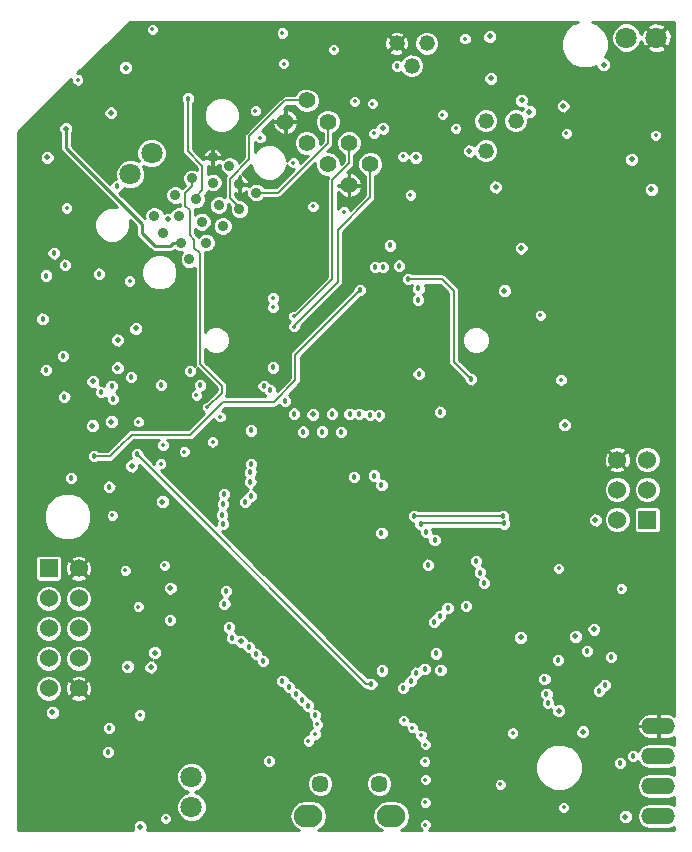
<source format=gbl>
%FSLAX34Y34*%
G04 Gerber Fmt 3.4, Leading zero omitted, Abs format*
G04 (created by PCBNEW (2014-03-19 BZR 4756)-product) date Sat 09 Aug 2014 12:53:28 PM PDT*
%MOIN*%
G01*
G70*
G90*
G04 APERTURE LIST*
%ADD10C,0.005906*%
%ADD11C,0.014000*%
%ADD12O,0.094488X0.074803*%
%ADD13C,0.057087*%
%ADD14C,0.035433*%
%ADD15R,0.060000X0.060000*%
%ADD16C,0.060000*%
%ADD17O,0.112000X0.056000*%
%ADD18C,0.056000*%
%ADD19C,0.052000*%
%ADD20C,0.070866*%
%ADD21C,0.020000*%
%ADD22C,0.018000*%
%ADD23C,0.010000*%
%ADD24C,0.008000*%
%ADD25C,0.005000*%
G04 APERTURE END LIST*
G54D10*
G54D11*
X49527Y-33740D03*
G54D12*
X59968Y-58267D03*
X57212Y-58267D03*
G54D13*
X57606Y-57204D03*
X59574Y-57204D03*
G54D14*
X53243Y-39722D03*
X53800Y-39165D03*
X54357Y-38609D03*
X54913Y-38052D03*
X55470Y-37495D03*
X54913Y-37217D03*
X54218Y-37913D03*
X53661Y-38469D03*
X52965Y-39165D03*
X52074Y-38275D03*
X52770Y-37579D03*
X53327Y-37022D03*
X54023Y-36326D03*
X54579Y-36604D03*
X54023Y-37161D03*
X53466Y-37718D03*
X52909Y-38275D03*
X52352Y-38831D03*
G54D15*
X68500Y-48400D03*
G54D16*
X67500Y-48400D03*
X68500Y-47400D03*
X67500Y-47400D03*
X68500Y-46400D03*
X67500Y-46400D03*
G54D17*
X68877Y-58281D03*
X68877Y-57281D03*
X68877Y-56281D03*
X68877Y-55281D03*
G54D15*
X48550Y-50020D03*
G54D16*
X49550Y-50020D03*
X48550Y-51020D03*
X49550Y-51020D03*
X48550Y-52020D03*
X49550Y-52020D03*
X48550Y-53020D03*
X49550Y-53020D03*
X48550Y-54020D03*
X49550Y-54020D03*
G54D18*
X56444Y-35131D03*
X57151Y-34424D03*
X57151Y-35838D03*
X57858Y-35131D03*
X57858Y-36545D03*
X58565Y-35838D03*
X58565Y-37252D03*
X59272Y-36545D03*
G54D19*
X60150Y-32520D03*
X60650Y-33270D03*
X61150Y-32520D03*
X64120Y-35100D03*
X63120Y-35100D03*
X63120Y-36100D03*
G54D20*
X68810Y-32330D03*
X67810Y-32330D03*
X51983Y-36177D03*
X51276Y-36885D03*
X53311Y-57968D03*
X53311Y-56968D03*
G54D11*
X52450Y-58356D03*
X52007Y-32057D03*
X58051Y-32726D03*
X65807Y-35521D03*
X56387Y-33198D03*
X61673Y-34901D03*
X62125Y-35354D03*
X58750Y-34458D03*
X59340Y-34527D03*
X59399Y-35521D03*
X60610Y-37578D03*
X60364Y-36289D03*
X64940Y-41584D03*
X65551Y-50019D03*
X61112Y-58562D03*
X61102Y-57824D03*
X61112Y-57066D03*
X61092Y-56456D03*
X61112Y-55895D03*
X60964Y-55580D03*
X60669Y-55334D03*
X60383Y-55088D03*
X57509Y-55226D03*
X57431Y-55541D03*
X57214Y-55777D03*
X65718Y-57992D03*
X51594Y-54911D03*
X51535Y-51299D03*
X51102Y-50088D03*
X52411Y-49921D03*
X50669Y-48257D03*
X52293Y-46535D03*
X51545Y-45137D03*
X52362Y-45915D03*
X54015Y-45807D03*
X53070Y-46131D03*
X53474Y-44242D03*
X54271Y-44970D03*
X63602Y-57224D03*
X64015Y-55511D03*
X67637Y-50698D03*
X65629Y-43740D03*
X68789Y-35580D03*
X62431Y-32372D03*
X56338Y-32175D03*
X55442Y-34773D03*
X49153Y-38011D03*
X57362Y-37952D03*
X58395Y-38129D03*
X55600Y-35669D03*
X56712Y-36505D03*
X51250Y-40442D03*
G54D21*
X52519Y-38385D03*
X50629Y-34842D03*
X50840Y-43340D03*
X50030Y-43790D03*
X59685Y-35354D03*
X67050Y-33230D03*
X67990Y-36390D03*
X63450Y-37310D03*
X65750Y-45240D03*
X66780Y-48410D03*
X66730Y-52050D03*
X66110Y-52290D03*
X66360Y-55470D03*
X67780Y-58300D03*
X65560Y-54770D03*
X51460Y-42020D03*
X50850Y-42410D03*
X51320Y-46610D03*
X50010Y-45270D03*
X48680Y-54820D03*
X64300Y-39345D03*
X63740Y-40770D03*
X60785Y-36325D03*
X51180Y-53295D03*
X51960Y-53310D03*
X52090Y-52830D03*
X52340Y-47800D03*
X52605Y-50680D03*
X64285Y-52325D03*
X64580Y-34800D03*
X65700Y-34610D03*
X68640Y-37390D03*
X51600Y-58630D03*
X48500Y-36320D03*
X63260Y-32290D03*
X64315Y-34420D03*
X63295Y-33690D03*
X59133Y-56742D03*
X61805Y-53160D03*
X55280Y-50305D03*
X66555Y-44770D03*
X60895Y-42000D03*
X60905Y-39705D03*
X61395Y-50180D03*
X48895Y-46145D03*
X48310Y-46585D03*
X56310Y-40325D03*
X55660Y-42230D03*
X64005Y-53195D03*
X64835Y-51995D03*
G54D22*
X61400Y-51800D03*
X61200Y-49900D03*
X53190Y-34360D03*
G54D21*
X51120Y-33330D03*
X62580Y-36110D03*
X49130Y-35360D03*
G54D22*
X66900Y-54100D03*
X67600Y-56500D03*
X68031Y-56279D03*
X65531Y-53070D03*
X50075Y-46285D03*
X58940Y-40750D03*
X50240Y-40200D03*
X49030Y-42940D03*
X49295Y-47010D03*
X48455Y-43415D03*
X55100Y-47800D03*
X50575Y-47300D03*
X51490Y-46220D03*
X59310Y-53870D03*
X50690Y-44370D03*
X49075Y-44300D03*
X55300Y-47600D03*
G54D21*
X50640Y-45130D03*
G54D22*
X55275Y-46825D03*
X51300Y-43650D03*
X52300Y-43900D03*
X50300Y-44150D03*
X55275Y-47150D03*
X50650Y-43950D03*
G54D11*
X56033Y-41318D03*
X56033Y-41003D03*
X56732Y-41614D03*
X56730Y-41960D03*
G54D22*
X53600Y-43925D03*
X55300Y-45425D03*
X53260Y-43440D03*
X49100Y-39900D03*
X50840Y-37280D03*
X48720Y-39520D03*
X54322Y-48240D03*
X54358Y-48543D03*
X54397Y-47539D03*
X63700Y-48275D03*
X60725Y-48275D03*
X59645Y-48842D03*
X52600Y-51750D03*
X54358Y-47885D03*
X58582Y-44874D03*
X54409Y-51204D03*
X54460Y-50783D03*
X58307Y-45484D03*
X61600Y-51600D03*
X61600Y-44800D03*
G54D11*
X53840Y-44650D03*
G54D22*
X48470Y-40260D03*
X60170Y-33280D03*
X55300Y-46550D03*
X48350Y-41700D03*
X50530Y-56150D03*
X57188Y-54594D03*
X50570Y-55340D03*
X57003Y-54397D03*
X55905Y-56437D03*
X57421Y-54921D03*
X60226Y-39931D03*
X59665Y-53425D03*
X56791Y-54216D03*
X56023Y-43326D03*
X56574Y-53984D03*
X55720Y-43940D03*
X56346Y-53771D03*
X55921Y-44086D03*
X55688Y-53102D03*
X56429Y-44437D03*
X55456Y-52877D03*
X56732Y-44866D03*
X55236Y-52653D03*
X57023Y-45464D03*
G54D21*
X54968Y-52456D03*
X57362Y-44893D03*
G54D22*
X54665Y-52334D03*
X57669Y-45460D03*
X54562Y-51992D03*
X57996Y-44866D03*
X58901Y-44870D03*
X58740Y-46972D03*
X59389Y-46929D03*
X59251Y-44901D03*
X59566Y-44921D03*
X59645Y-47244D03*
X61850Y-51348D03*
X60885Y-43533D03*
X62470Y-51269D03*
X60866Y-41062D03*
X60877Y-40692D03*
X63059Y-50511D03*
X62921Y-50161D03*
X62630Y-43720D03*
X60540Y-40380D03*
X59921Y-39259D03*
X62803Y-49771D03*
X61417Y-49074D03*
X59685Y-39980D03*
X61122Y-48818D03*
X59429Y-39980D03*
X60374Y-54015D03*
X65196Y-54507D03*
X65147Y-54202D03*
X60620Y-53769D03*
X60800Y-53500D03*
X67100Y-53900D03*
X65078Y-53700D03*
X61082Y-53385D03*
X66496Y-52775D03*
X61614Y-53405D03*
X61456Y-52858D03*
X67303Y-52980D03*
X60950Y-48550D03*
X63725Y-48525D03*
G54D23*
X63450Y-37310D02*
X63440Y-37320D01*
X55280Y-50305D02*
X55280Y-50300D01*
X61395Y-50180D02*
X61405Y-50170D01*
X61405Y-50170D02*
X61405Y-50165D01*
X48895Y-46145D02*
X48455Y-46585D01*
X48455Y-46585D02*
X48310Y-46585D01*
X56310Y-40325D02*
X55660Y-40975D01*
X55660Y-40975D02*
X55660Y-42230D01*
G54D24*
X53466Y-37633D02*
X53680Y-37420D01*
X53680Y-37420D02*
X53680Y-36610D01*
X53680Y-36610D02*
X53190Y-36120D01*
X53190Y-36120D02*
X53190Y-34360D01*
X53466Y-37718D02*
X53466Y-37633D01*
G54D23*
X52714Y-39165D02*
X52610Y-39270D01*
X52610Y-39270D02*
X52090Y-39270D01*
X52090Y-39270D02*
X51650Y-38830D01*
X51650Y-38830D02*
X51650Y-38530D01*
X51650Y-38530D02*
X49130Y-36010D01*
X52965Y-39165D02*
X52714Y-39165D01*
X49130Y-36010D02*
X49130Y-35360D01*
G54D24*
X50930Y-45940D02*
X50585Y-46285D01*
X50585Y-46285D02*
X50075Y-46285D01*
X58940Y-40750D02*
X56780Y-42910D01*
X56780Y-42910D02*
X56780Y-43750D01*
X56780Y-43750D02*
X56060Y-44470D01*
X56060Y-44470D02*
X54360Y-44470D01*
X54360Y-44470D02*
X53270Y-45560D01*
X53270Y-45560D02*
X51320Y-45560D01*
X51320Y-45560D02*
X50940Y-45940D01*
X50940Y-45940D02*
X50930Y-45940D01*
X51490Y-46220D02*
X59140Y-53870D01*
X59140Y-53870D02*
X59310Y-53870D01*
G54D25*
X55240Y-36170D02*
X55240Y-35626D01*
X55240Y-36390D02*
X55240Y-36170D01*
X54590Y-37040D02*
X55240Y-36390D01*
X54590Y-37660D02*
X54590Y-37040D01*
X54913Y-37983D02*
X54590Y-37660D01*
X56441Y-34424D02*
X57151Y-34424D01*
X55240Y-35626D02*
X56441Y-34424D01*
X54913Y-38052D02*
X54913Y-37983D01*
X55884Y-37495D02*
X56205Y-37495D01*
X55470Y-37495D02*
X55884Y-37495D01*
X57858Y-35842D02*
X57858Y-35131D01*
X56205Y-37495D02*
X57858Y-35842D01*
X58565Y-35838D02*
X58565Y-36513D01*
X56771Y-41614D02*
X56732Y-41614D01*
X58014Y-40371D02*
X56771Y-41614D01*
X58014Y-37064D02*
X58014Y-40371D01*
X58565Y-36513D02*
X58014Y-37064D01*
X56730Y-41960D02*
X56730Y-41931D01*
X59272Y-37656D02*
X59272Y-36545D01*
X58188Y-38740D02*
X59272Y-37656D01*
X58188Y-40472D02*
X58188Y-38740D01*
X56730Y-41931D02*
X58188Y-40472D01*
G54D24*
X60725Y-48275D02*
X63700Y-48275D01*
X59645Y-48842D02*
X59665Y-48862D01*
G54D25*
X53327Y-37292D02*
X53110Y-37510D01*
X53110Y-37510D02*
X53110Y-37940D01*
X53110Y-37940D02*
X53260Y-38090D01*
X53260Y-38090D02*
X53260Y-38920D01*
X53260Y-38920D02*
X53410Y-39070D01*
X53410Y-39070D02*
X53410Y-39330D01*
X53410Y-39330D02*
X53590Y-39510D01*
X53590Y-39510D02*
X53590Y-43210D01*
X53590Y-43210D02*
X54330Y-43950D01*
X54330Y-43950D02*
X54330Y-44160D01*
X54330Y-44160D02*
X53840Y-44650D01*
X53327Y-37022D02*
X53327Y-37292D01*
G54D24*
X62630Y-43720D02*
X62050Y-43140D01*
X62050Y-43140D02*
X62050Y-40770D01*
X62050Y-40770D02*
X61660Y-40380D01*
X61660Y-40380D02*
X60540Y-40380D01*
X60950Y-48550D02*
X60975Y-48525D01*
X60975Y-48525D02*
X63725Y-48525D01*
G54D10*
G36*
X69390Y-58750D02*
X68030Y-58750D01*
X68030Y-58250D01*
X67992Y-58158D01*
X67921Y-58088D01*
X67840Y-58054D01*
X67840Y-56452D01*
X67803Y-56364D01*
X67736Y-56296D01*
X67647Y-56260D01*
X67552Y-56259D01*
X67543Y-56263D01*
X67543Y-52932D01*
X67506Y-52844D01*
X67439Y-52776D01*
X67351Y-52740D01*
X67255Y-52740D01*
X67167Y-52776D01*
X67099Y-52844D01*
X67063Y-52932D01*
X67063Y-53027D01*
X67099Y-53116D01*
X67167Y-53183D01*
X67255Y-53220D01*
X67350Y-53220D01*
X67438Y-53183D01*
X67506Y-53116D01*
X67543Y-53028D01*
X67543Y-52932D01*
X67543Y-56263D01*
X67464Y-56296D01*
X67396Y-56363D01*
X67360Y-56452D01*
X67359Y-56547D01*
X67396Y-56635D01*
X67463Y-56703D01*
X67552Y-56739D01*
X67647Y-56740D01*
X67735Y-56703D01*
X67803Y-56636D01*
X67839Y-56547D01*
X67840Y-56452D01*
X67840Y-58054D01*
X67829Y-58050D01*
X67730Y-58049D01*
X67638Y-58087D01*
X67568Y-58158D01*
X67530Y-58250D01*
X67529Y-58349D01*
X67567Y-58441D01*
X67638Y-58511D01*
X67730Y-58549D01*
X67829Y-58550D01*
X67921Y-58512D01*
X67991Y-58441D01*
X68029Y-58349D01*
X68030Y-58250D01*
X68030Y-58750D01*
X67340Y-58750D01*
X67340Y-53852D01*
X67303Y-53764D01*
X67236Y-53696D01*
X67147Y-53660D01*
X67052Y-53659D01*
X67030Y-53669D01*
X67030Y-48360D01*
X66992Y-48268D01*
X66921Y-48198D01*
X66829Y-48160D01*
X66730Y-48159D01*
X66638Y-48197D01*
X66568Y-48268D01*
X66530Y-48360D01*
X66529Y-48459D01*
X66567Y-48551D01*
X66638Y-48621D01*
X66730Y-48659D01*
X66829Y-48660D01*
X66921Y-48622D01*
X66991Y-48551D01*
X67029Y-48459D01*
X67030Y-48360D01*
X67030Y-53669D01*
X66980Y-53689D01*
X66980Y-52000D01*
X66942Y-51908D01*
X66871Y-51838D01*
X66779Y-51800D01*
X66680Y-51799D01*
X66588Y-51837D01*
X66518Y-51908D01*
X66480Y-52000D01*
X66479Y-52099D01*
X66517Y-52191D01*
X66588Y-52261D01*
X66680Y-52299D01*
X66779Y-52300D01*
X66871Y-52262D01*
X66941Y-52191D01*
X66979Y-52099D01*
X66980Y-52000D01*
X66980Y-53689D01*
X66964Y-53696D01*
X66896Y-53763D01*
X66860Y-53852D01*
X66860Y-53859D01*
X66852Y-53859D01*
X66764Y-53896D01*
X66736Y-53924D01*
X66736Y-52728D01*
X66699Y-52639D01*
X66632Y-52572D01*
X66544Y-52535D01*
X66448Y-52535D01*
X66360Y-52572D01*
X66360Y-52572D01*
X66360Y-52240D01*
X66322Y-52148D01*
X66251Y-52078D01*
X66159Y-52040D01*
X66060Y-52039D01*
X66027Y-52053D01*
X66027Y-35478D01*
X65993Y-35397D01*
X65950Y-35353D01*
X65950Y-34560D01*
X65912Y-34468D01*
X65841Y-34398D01*
X65749Y-34360D01*
X65650Y-34359D01*
X65558Y-34397D01*
X65488Y-34468D01*
X65450Y-34560D01*
X65449Y-34659D01*
X65487Y-34751D01*
X65558Y-34821D01*
X65650Y-34859D01*
X65749Y-34860D01*
X65841Y-34822D01*
X65911Y-34751D01*
X65949Y-34659D01*
X65950Y-34560D01*
X65950Y-35353D01*
X65931Y-35335D01*
X65851Y-35301D01*
X65763Y-35301D01*
X65682Y-35335D01*
X65620Y-35396D01*
X65587Y-35477D01*
X65587Y-35565D01*
X65620Y-35646D01*
X65682Y-35708D01*
X65763Y-35741D01*
X65850Y-35741D01*
X65931Y-35708D01*
X65993Y-35646D01*
X66027Y-35565D01*
X66027Y-35478D01*
X66027Y-52053D01*
X66000Y-52064D01*
X66000Y-45190D01*
X65962Y-45098D01*
X65891Y-45028D01*
X65849Y-45010D01*
X65849Y-43696D01*
X65816Y-43615D01*
X65754Y-43553D01*
X65673Y-43520D01*
X65586Y-43520D01*
X65505Y-43553D01*
X65443Y-43615D01*
X65409Y-43696D01*
X65409Y-43783D01*
X65443Y-43864D01*
X65505Y-43926D01*
X65585Y-43960D01*
X65673Y-43960D01*
X65754Y-43926D01*
X65816Y-43864D01*
X65849Y-43784D01*
X65849Y-43696D01*
X65849Y-45010D01*
X65799Y-44990D01*
X65700Y-44989D01*
X65608Y-45027D01*
X65538Y-45098D01*
X65500Y-45190D01*
X65499Y-45289D01*
X65537Y-45381D01*
X65608Y-45451D01*
X65700Y-45489D01*
X65799Y-45490D01*
X65891Y-45452D01*
X65961Y-45381D01*
X65999Y-45289D01*
X66000Y-45190D01*
X66000Y-52064D01*
X65968Y-52077D01*
X65898Y-52148D01*
X65860Y-52240D01*
X65859Y-52339D01*
X65897Y-52431D01*
X65968Y-52501D01*
X66060Y-52539D01*
X66159Y-52540D01*
X66251Y-52502D01*
X66321Y-52431D01*
X66359Y-52339D01*
X66360Y-52240D01*
X66360Y-52572D01*
X66292Y-52639D01*
X66256Y-52727D01*
X66256Y-52823D01*
X66292Y-52911D01*
X66359Y-52978D01*
X66448Y-53015D01*
X66543Y-53015D01*
X66631Y-52979D01*
X66699Y-52911D01*
X66736Y-52823D01*
X66736Y-52728D01*
X66736Y-53924D01*
X66696Y-53963D01*
X66660Y-54052D01*
X66659Y-54147D01*
X66696Y-54235D01*
X66763Y-54303D01*
X66852Y-54339D01*
X66947Y-54340D01*
X67035Y-54303D01*
X67103Y-54236D01*
X67139Y-54147D01*
X67139Y-54140D01*
X67147Y-54140D01*
X67235Y-54103D01*
X67303Y-54036D01*
X67339Y-53947D01*
X67340Y-53852D01*
X67340Y-58750D01*
X66610Y-58750D01*
X66610Y-55420D01*
X66572Y-55328D01*
X66501Y-55258D01*
X66409Y-55220D01*
X66310Y-55219D01*
X66218Y-55257D01*
X66148Y-55328D01*
X66110Y-55420D01*
X66109Y-55519D01*
X66147Y-55611D01*
X66218Y-55681D01*
X66310Y-55719D01*
X66409Y-55720D01*
X66501Y-55682D01*
X66571Y-55611D01*
X66609Y-55519D01*
X66610Y-55420D01*
X66610Y-58750D01*
X66363Y-58750D01*
X66363Y-56496D01*
X66243Y-56205D01*
X66020Y-55982D01*
X65810Y-55894D01*
X65810Y-54720D01*
X65772Y-54628D01*
X65771Y-54628D01*
X65771Y-53023D01*
X65771Y-53022D01*
X65771Y-49976D01*
X65737Y-49895D01*
X65675Y-49833D01*
X65595Y-49799D01*
X65507Y-49799D01*
X65426Y-49833D01*
X65364Y-49894D01*
X65331Y-49975D01*
X65331Y-50063D01*
X65364Y-50144D01*
X65426Y-50206D01*
X65507Y-50239D01*
X65594Y-50239D01*
X65675Y-50206D01*
X65737Y-50144D01*
X65771Y-50063D01*
X65771Y-49976D01*
X65771Y-53022D01*
X65735Y-52935D01*
X65667Y-52867D01*
X65579Y-52830D01*
X65483Y-52830D01*
X65395Y-52867D01*
X65328Y-52934D01*
X65291Y-53022D01*
X65291Y-53118D01*
X65327Y-53206D01*
X65395Y-53274D01*
X65483Y-53310D01*
X65579Y-53310D01*
X65667Y-53274D01*
X65734Y-53206D01*
X65771Y-53118D01*
X65771Y-53023D01*
X65771Y-54628D01*
X65701Y-54558D01*
X65609Y-54520D01*
X65510Y-54519D01*
X65436Y-54550D01*
X65436Y-54460D01*
X65400Y-54372D01*
X65355Y-54327D01*
X65387Y-54250D01*
X65387Y-54155D01*
X65351Y-54066D01*
X65318Y-54034D01*
X65318Y-53653D01*
X65282Y-53565D01*
X65214Y-53497D01*
X65160Y-53475D01*
X65160Y-41541D01*
X65127Y-41460D01*
X65065Y-41398D01*
X64984Y-41364D01*
X64897Y-41364D01*
X64830Y-41392D01*
X64830Y-34750D01*
X64792Y-34658D01*
X64721Y-34588D01*
X64629Y-34550D01*
X64531Y-34549D01*
X64564Y-34469D01*
X64565Y-34370D01*
X64527Y-34278D01*
X64456Y-34208D01*
X64364Y-34170D01*
X64265Y-34169D01*
X64173Y-34207D01*
X64103Y-34278D01*
X64065Y-34370D01*
X64064Y-34469D01*
X64102Y-34561D01*
X64173Y-34631D01*
X64265Y-34669D01*
X64363Y-34670D01*
X64332Y-34744D01*
X64201Y-34690D01*
X64038Y-34689D01*
X63888Y-34752D01*
X63772Y-34867D01*
X63710Y-35018D01*
X63709Y-35181D01*
X63772Y-35331D01*
X63887Y-35447D01*
X64038Y-35509D01*
X64201Y-35510D01*
X64351Y-35447D01*
X64467Y-35332D01*
X64529Y-35181D01*
X64530Y-35049D01*
X64530Y-35049D01*
X64629Y-35050D01*
X64721Y-35012D01*
X64791Y-34941D01*
X64829Y-34849D01*
X64830Y-34750D01*
X64830Y-41392D01*
X64816Y-41398D01*
X64754Y-41459D01*
X64720Y-41540D01*
X64720Y-41628D01*
X64754Y-41709D01*
X64816Y-41771D01*
X64896Y-41804D01*
X64984Y-41804D01*
X65065Y-41771D01*
X65127Y-41709D01*
X65160Y-41628D01*
X65160Y-41541D01*
X65160Y-53475D01*
X65126Y-53460D01*
X65031Y-53460D01*
X64942Y-53497D01*
X64875Y-53564D01*
X64838Y-53652D01*
X64838Y-53748D01*
X64875Y-53836D01*
X64942Y-53904D01*
X65030Y-53940D01*
X65126Y-53940D01*
X65214Y-53904D01*
X65282Y-53836D01*
X65318Y-53748D01*
X65318Y-53653D01*
X65318Y-54034D01*
X65283Y-53999D01*
X65195Y-53962D01*
X65100Y-53962D01*
X65011Y-53999D01*
X64944Y-54066D01*
X64907Y-54154D01*
X64907Y-54250D01*
X64944Y-54338D01*
X64988Y-54383D01*
X64956Y-54459D01*
X64956Y-54555D01*
X64993Y-54643D01*
X65060Y-54711D01*
X65148Y-54747D01*
X65244Y-54747D01*
X65310Y-54720D01*
X65309Y-54819D01*
X65347Y-54911D01*
X65418Y-54981D01*
X65510Y-55019D01*
X65609Y-55020D01*
X65701Y-54982D01*
X65771Y-54911D01*
X65809Y-54819D01*
X65810Y-54720D01*
X65810Y-55894D01*
X65729Y-55861D01*
X65413Y-55860D01*
X65122Y-55981D01*
X64899Y-56204D01*
X64778Y-56495D01*
X64778Y-56810D01*
X64898Y-57101D01*
X65121Y-57325D01*
X65412Y-57445D01*
X65727Y-57446D01*
X66019Y-57325D01*
X66242Y-57103D01*
X66363Y-56811D01*
X66363Y-56496D01*
X66363Y-58750D01*
X65938Y-58750D01*
X65938Y-57948D01*
X65905Y-57867D01*
X65843Y-57805D01*
X65762Y-57772D01*
X65674Y-57772D01*
X65594Y-57805D01*
X65532Y-57867D01*
X65498Y-57948D01*
X65498Y-58035D01*
X65531Y-58116D01*
X65593Y-58178D01*
X65674Y-58212D01*
X65762Y-58212D01*
X65842Y-58178D01*
X65904Y-58116D01*
X65938Y-58036D01*
X65938Y-57948D01*
X65938Y-58750D01*
X64550Y-58750D01*
X64550Y-39295D01*
X64512Y-39203D01*
X64441Y-39133D01*
X64349Y-39095D01*
X64250Y-39094D01*
X64158Y-39132D01*
X64088Y-39203D01*
X64050Y-39295D01*
X64049Y-39394D01*
X64087Y-39486D01*
X64158Y-39556D01*
X64250Y-39594D01*
X64349Y-39595D01*
X64441Y-39557D01*
X64511Y-39486D01*
X64549Y-39394D01*
X64550Y-39295D01*
X64550Y-58750D01*
X64535Y-58750D01*
X64535Y-52275D01*
X64497Y-52183D01*
X64426Y-52113D01*
X64334Y-52075D01*
X64235Y-52074D01*
X64143Y-52112D01*
X64073Y-52183D01*
X64035Y-52275D01*
X64034Y-52374D01*
X64072Y-52466D01*
X64143Y-52536D01*
X64235Y-52574D01*
X64334Y-52575D01*
X64426Y-52537D01*
X64496Y-52466D01*
X64534Y-52374D01*
X64535Y-52275D01*
X64535Y-58750D01*
X64235Y-58750D01*
X64235Y-55468D01*
X64202Y-55387D01*
X64140Y-55325D01*
X64059Y-55291D01*
X63990Y-55291D01*
X63990Y-40720D01*
X63952Y-40628D01*
X63881Y-40558D01*
X63789Y-40520D01*
X63700Y-40519D01*
X63700Y-37260D01*
X63662Y-37168D01*
X63591Y-37098D01*
X63545Y-37078D01*
X63545Y-33640D01*
X63510Y-33555D01*
X63510Y-32240D01*
X63472Y-32148D01*
X63401Y-32078D01*
X63309Y-32040D01*
X63210Y-32039D01*
X63118Y-32077D01*
X63048Y-32148D01*
X63010Y-32240D01*
X63009Y-32339D01*
X63047Y-32431D01*
X63118Y-32501D01*
X63210Y-32539D01*
X63309Y-32540D01*
X63401Y-32502D01*
X63471Y-32431D01*
X63509Y-32339D01*
X63510Y-32240D01*
X63510Y-33555D01*
X63507Y-33548D01*
X63436Y-33478D01*
X63344Y-33440D01*
X63245Y-33439D01*
X63153Y-33477D01*
X63083Y-33548D01*
X63045Y-33640D01*
X63044Y-33739D01*
X63082Y-33831D01*
X63153Y-33901D01*
X63245Y-33939D01*
X63344Y-33940D01*
X63436Y-33902D01*
X63506Y-33831D01*
X63544Y-33739D01*
X63545Y-33640D01*
X63545Y-37078D01*
X63530Y-37072D01*
X63530Y-36018D01*
X63530Y-35018D01*
X63467Y-34868D01*
X63352Y-34752D01*
X63201Y-34690D01*
X63038Y-34689D01*
X62888Y-34752D01*
X62772Y-34867D01*
X62710Y-35018D01*
X62709Y-35181D01*
X62772Y-35331D01*
X62887Y-35447D01*
X63038Y-35509D01*
X63201Y-35510D01*
X63351Y-35447D01*
X63467Y-35332D01*
X63529Y-35181D01*
X63530Y-35018D01*
X63530Y-36018D01*
X63467Y-35868D01*
X63352Y-35752D01*
X63201Y-35690D01*
X63038Y-35689D01*
X62888Y-35752D01*
X62772Y-35867D01*
X62748Y-35925D01*
X62721Y-35898D01*
X62651Y-35868D01*
X62651Y-32328D01*
X62617Y-32247D01*
X62555Y-32185D01*
X62475Y-32152D01*
X62387Y-32152D01*
X62306Y-32185D01*
X62244Y-32247D01*
X62211Y-32328D01*
X62211Y-32415D01*
X62244Y-32496D01*
X62306Y-32558D01*
X62387Y-32592D01*
X62474Y-32592D01*
X62555Y-32558D01*
X62617Y-32496D01*
X62651Y-32416D01*
X62651Y-32328D01*
X62651Y-35868D01*
X62629Y-35860D01*
X62530Y-35859D01*
X62438Y-35897D01*
X62368Y-35968D01*
X62346Y-36021D01*
X62346Y-35310D01*
X62312Y-35229D01*
X62250Y-35167D01*
X62169Y-35134D01*
X62082Y-35134D01*
X62001Y-35167D01*
X61939Y-35229D01*
X61906Y-35310D01*
X61905Y-35397D01*
X61939Y-35478D01*
X62001Y-35540D01*
X62082Y-35574D01*
X62169Y-35574D01*
X62250Y-35540D01*
X62312Y-35479D01*
X62345Y-35398D01*
X62346Y-35310D01*
X62346Y-36021D01*
X62330Y-36060D01*
X62329Y-36159D01*
X62367Y-36251D01*
X62438Y-36321D01*
X62530Y-36359D01*
X62629Y-36360D01*
X62721Y-36322D01*
X62754Y-36289D01*
X62772Y-36331D01*
X62887Y-36447D01*
X63038Y-36509D01*
X63201Y-36510D01*
X63351Y-36447D01*
X63467Y-36332D01*
X63529Y-36181D01*
X63530Y-36018D01*
X63530Y-37072D01*
X63499Y-37060D01*
X63400Y-37059D01*
X63308Y-37097D01*
X63238Y-37168D01*
X63200Y-37260D01*
X63199Y-37359D01*
X63237Y-37451D01*
X63308Y-37521D01*
X63400Y-37559D01*
X63499Y-37560D01*
X63591Y-37522D01*
X63661Y-37451D01*
X63699Y-37359D01*
X63700Y-37260D01*
X63700Y-40519D01*
X63690Y-40519D01*
X63598Y-40557D01*
X63528Y-40628D01*
X63490Y-40720D01*
X63489Y-40819D01*
X63527Y-40911D01*
X63598Y-40981D01*
X63690Y-41019D01*
X63789Y-41020D01*
X63881Y-40982D01*
X63951Y-40911D01*
X63989Y-40819D01*
X63990Y-40720D01*
X63990Y-55291D01*
X63972Y-55291D01*
X63965Y-55294D01*
X63965Y-48477D01*
X63928Y-48389D01*
X63917Y-48377D01*
X63939Y-48322D01*
X63940Y-48227D01*
X63903Y-48139D01*
X63836Y-48071D01*
X63747Y-48035D01*
X63652Y-48034D01*
X63564Y-48071D01*
X63550Y-48085D01*
X63260Y-48085D01*
X63260Y-42329D01*
X63189Y-42158D01*
X63058Y-42027D01*
X62888Y-41956D01*
X62703Y-41956D01*
X62532Y-42026D01*
X62401Y-42157D01*
X62330Y-42328D01*
X62330Y-42513D01*
X62400Y-42684D01*
X62531Y-42815D01*
X62702Y-42886D01*
X62887Y-42886D01*
X63058Y-42815D01*
X63189Y-42684D01*
X63260Y-42514D01*
X63260Y-42329D01*
X63260Y-48085D01*
X62870Y-48085D01*
X62870Y-43672D01*
X62833Y-43584D01*
X62766Y-43516D01*
X62677Y-43480D01*
X62658Y-43480D01*
X62240Y-43061D01*
X62240Y-40770D01*
X62225Y-40697D01*
X62184Y-40635D01*
X61893Y-40344D01*
X61893Y-34858D01*
X61859Y-34777D01*
X61798Y-34715D01*
X61717Y-34681D01*
X61629Y-34681D01*
X61560Y-34710D01*
X61560Y-32438D01*
X61497Y-32288D01*
X61382Y-32172D01*
X61231Y-32110D01*
X61068Y-32109D01*
X60918Y-32172D01*
X60802Y-32287D01*
X60740Y-32438D01*
X60739Y-32601D01*
X60802Y-32751D01*
X60917Y-32867D01*
X61068Y-32929D01*
X61231Y-32930D01*
X61381Y-32867D01*
X61497Y-32752D01*
X61559Y-32601D01*
X61560Y-32438D01*
X61560Y-34710D01*
X61548Y-34714D01*
X61486Y-34776D01*
X61453Y-34857D01*
X61453Y-34945D01*
X61486Y-35026D01*
X61548Y-35087D01*
X61629Y-35121D01*
X61716Y-35121D01*
X61797Y-35088D01*
X61859Y-35026D01*
X61893Y-34945D01*
X61893Y-34858D01*
X61893Y-40344D01*
X61794Y-40245D01*
X61732Y-40204D01*
X61660Y-40190D01*
X61060Y-40190D01*
X61060Y-33188D01*
X60997Y-33038D01*
X60882Y-32922D01*
X60731Y-32860D01*
X60568Y-32859D01*
X60561Y-32863D01*
X60561Y-32444D01*
X60501Y-32293D01*
X60493Y-32282D01*
X60426Y-32258D01*
X60411Y-32272D01*
X60411Y-32243D01*
X60387Y-32176D01*
X60237Y-32111D01*
X60074Y-32108D01*
X59923Y-32168D01*
X59912Y-32176D01*
X59888Y-32243D01*
X60150Y-32505D01*
X60411Y-32243D01*
X60411Y-32272D01*
X60164Y-32520D01*
X60426Y-32781D01*
X60493Y-32757D01*
X60558Y-32607D01*
X60561Y-32444D01*
X60561Y-32863D01*
X60418Y-32922D01*
X60411Y-32928D01*
X60411Y-32796D01*
X60150Y-32534D01*
X60135Y-32548D01*
X60135Y-32520D01*
X59873Y-32258D01*
X59806Y-32282D01*
X59741Y-32432D01*
X59738Y-32595D01*
X59798Y-32746D01*
X59806Y-32757D01*
X59873Y-32781D01*
X60135Y-32520D01*
X60135Y-32548D01*
X59888Y-32796D01*
X59912Y-32863D01*
X60062Y-32928D01*
X60225Y-32931D01*
X60376Y-32871D01*
X60387Y-32863D01*
X60411Y-32796D01*
X60411Y-32928D01*
X60302Y-33037D01*
X60289Y-33069D01*
X60217Y-33040D01*
X60122Y-33039D01*
X60034Y-33076D01*
X59966Y-33143D01*
X59930Y-33232D01*
X59929Y-33327D01*
X59966Y-33415D01*
X60033Y-33483D01*
X60122Y-33519D01*
X60217Y-33520D01*
X60296Y-33487D01*
X60302Y-33501D01*
X60417Y-33617D01*
X60568Y-33679D01*
X60731Y-33680D01*
X60881Y-33617D01*
X60997Y-33502D01*
X61059Y-33351D01*
X61060Y-33188D01*
X61060Y-40190D01*
X61035Y-40190D01*
X61035Y-36275D01*
X60997Y-36183D01*
X60926Y-36113D01*
X60834Y-36075D01*
X60735Y-36074D01*
X60643Y-36112D01*
X60573Y-36183D01*
X60565Y-36201D01*
X60550Y-36164D01*
X60488Y-36102D01*
X60408Y-36069D01*
X60320Y-36069D01*
X60239Y-36102D01*
X60177Y-36164D01*
X60144Y-36245D01*
X60144Y-36332D01*
X60177Y-36413D01*
X60239Y-36475D01*
X60320Y-36509D01*
X60407Y-36509D01*
X60488Y-36475D01*
X60550Y-36414D01*
X60550Y-36413D01*
X60572Y-36466D01*
X60643Y-36536D01*
X60735Y-36574D01*
X60834Y-36575D01*
X60926Y-36537D01*
X60996Y-36466D01*
X61034Y-36374D01*
X61035Y-36275D01*
X61035Y-40190D01*
X60830Y-40190D01*
X60830Y-37535D01*
X60796Y-37454D01*
X60735Y-37392D01*
X60654Y-37358D01*
X60566Y-37358D01*
X60485Y-37392D01*
X60423Y-37453D01*
X60390Y-37534D01*
X60390Y-37622D01*
X60423Y-37703D01*
X60485Y-37765D01*
X60566Y-37798D01*
X60653Y-37798D01*
X60734Y-37765D01*
X60796Y-37703D01*
X60830Y-37622D01*
X60830Y-37535D01*
X60830Y-40190D01*
X60689Y-40190D01*
X60676Y-40176D01*
X60587Y-40140D01*
X60492Y-40139D01*
X60466Y-40150D01*
X60466Y-39883D01*
X60429Y-39795D01*
X60362Y-39727D01*
X60274Y-39691D01*
X60178Y-39691D01*
X60161Y-39698D01*
X60161Y-39212D01*
X60124Y-39124D01*
X60057Y-39056D01*
X59969Y-39019D01*
X59935Y-39019D01*
X59935Y-35304D01*
X59897Y-35212D01*
X59826Y-35142D01*
X59734Y-35104D01*
X59635Y-35104D01*
X59560Y-35135D01*
X59560Y-34483D01*
X59527Y-34403D01*
X59465Y-34341D01*
X59384Y-34307D01*
X59296Y-34307D01*
X59216Y-34340D01*
X59154Y-34402D01*
X59120Y-34483D01*
X59120Y-34571D01*
X59153Y-34652D01*
X59215Y-34713D01*
X59296Y-34747D01*
X59384Y-34747D01*
X59465Y-34714D01*
X59526Y-34652D01*
X59560Y-34571D01*
X59560Y-34483D01*
X59560Y-35135D01*
X59543Y-35142D01*
X59473Y-35212D01*
X59436Y-35301D01*
X59356Y-35301D01*
X59275Y-35335D01*
X59213Y-35396D01*
X59179Y-35477D01*
X59179Y-35565D01*
X59212Y-35646D01*
X59274Y-35708D01*
X59355Y-35741D01*
X59443Y-35741D01*
X59524Y-35708D01*
X59586Y-35646D01*
X59608Y-35593D01*
X59635Y-35604D01*
X59734Y-35604D01*
X59826Y-35566D01*
X59896Y-35496D01*
X59934Y-35404D01*
X59935Y-35304D01*
X59935Y-39019D01*
X59873Y-39019D01*
X59785Y-39056D01*
X59717Y-39123D01*
X59702Y-39160D01*
X59702Y-36460D01*
X59637Y-36302D01*
X59516Y-36181D01*
X59358Y-36115D01*
X59187Y-36115D01*
X59029Y-36180D01*
X58908Y-36301D01*
X58842Y-36459D01*
X58842Y-36630D01*
X58907Y-36788D01*
X59028Y-36910D01*
X59097Y-36938D01*
X59097Y-37584D01*
X58996Y-37684D01*
X58996Y-37331D01*
X58996Y-37174D01*
X58933Y-37015D01*
X58814Y-36892D01*
X58657Y-36824D01*
X58643Y-36821D01*
X58575Y-36851D01*
X58575Y-37242D01*
X58966Y-37242D01*
X58996Y-37174D01*
X58996Y-37331D01*
X58966Y-37262D01*
X58575Y-37262D01*
X58575Y-37653D01*
X58643Y-37684D01*
X58802Y-37621D01*
X58925Y-37502D01*
X58993Y-37345D01*
X58996Y-37331D01*
X58996Y-37684D01*
X58609Y-38071D01*
X58582Y-38005D01*
X58520Y-37943D01*
X58439Y-37909D01*
X58352Y-37909D01*
X58271Y-37943D01*
X58209Y-38005D01*
X58189Y-38052D01*
X58189Y-37471D01*
X58196Y-37490D01*
X58315Y-37613D01*
X58472Y-37681D01*
X58486Y-37684D01*
X58555Y-37653D01*
X58555Y-37262D01*
X58189Y-37262D01*
X58189Y-37242D01*
X58541Y-37242D01*
X58545Y-37247D01*
X58550Y-37242D01*
X58555Y-37242D01*
X58555Y-37237D01*
X58559Y-37233D01*
X58555Y-37228D01*
X58555Y-36851D01*
X58499Y-36826D01*
X58689Y-36637D01*
X58727Y-36580D01*
X58727Y-36580D01*
X58740Y-36513D01*
X58740Y-36231D01*
X58808Y-36203D01*
X58929Y-36082D01*
X58995Y-35924D01*
X58995Y-35753D01*
X58970Y-35691D01*
X58970Y-34415D01*
X58936Y-34334D01*
X58874Y-34272D01*
X58793Y-34238D01*
X58706Y-34238D01*
X58625Y-34272D01*
X58563Y-34333D01*
X58530Y-34414D01*
X58529Y-34502D01*
X58563Y-34583D01*
X58625Y-34645D01*
X58706Y-34678D01*
X58793Y-34678D01*
X58874Y-34645D01*
X58936Y-34583D01*
X58969Y-34502D01*
X58970Y-34415D01*
X58970Y-35691D01*
X58930Y-35595D01*
X58809Y-35474D01*
X58651Y-35408D01*
X58480Y-35408D01*
X58322Y-35473D01*
X58201Y-35594D01*
X58135Y-35752D01*
X58135Y-35923D01*
X58200Y-36081D01*
X58321Y-36202D01*
X58390Y-36231D01*
X58390Y-36440D01*
X58288Y-36542D01*
X58288Y-36460D01*
X58223Y-36302D01*
X58102Y-36181D01*
X57944Y-36115D01*
X57832Y-36115D01*
X57982Y-35966D01*
X58019Y-35909D01*
X58019Y-35909D01*
X58033Y-35842D01*
X58033Y-35524D01*
X58101Y-35496D01*
X58222Y-35375D01*
X58288Y-35217D01*
X58288Y-35046D01*
X58271Y-35004D01*
X58271Y-32682D01*
X58237Y-32601D01*
X58175Y-32539D01*
X58095Y-32506D01*
X58007Y-32506D01*
X57926Y-32539D01*
X57864Y-32601D01*
X57831Y-32682D01*
X57831Y-32769D01*
X57864Y-32850D01*
X57926Y-32912D01*
X58007Y-32946D01*
X58094Y-32946D01*
X58175Y-32912D01*
X58237Y-32851D01*
X58271Y-32770D01*
X58271Y-32682D01*
X58271Y-35004D01*
X58223Y-34888D01*
X58102Y-34767D01*
X57944Y-34701D01*
X57773Y-34701D01*
X57615Y-34766D01*
X57493Y-34887D01*
X57428Y-35045D01*
X57428Y-35216D01*
X57493Y-35374D01*
X57614Y-35495D01*
X57683Y-35524D01*
X57683Y-35770D01*
X57581Y-35872D01*
X57581Y-35753D01*
X57515Y-35595D01*
X57395Y-35474D01*
X57237Y-35408D01*
X57066Y-35408D01*
X56907Y-35473D01*
X56875Y-35506D01*
X56875Y-35209D01*
X56875Y-35053D01*
X56812Y-34893D01*
X56693Y-34770D01*
X56536Y-34702D01*
X56522Y-34700D01*
X56454Y-34730D01*
X56454Y-35121D01*
X56844Y-35121D01*
X56875Y-35053D01*
X56875Y-35209D01*
X56844Y-35141D01*
X56454Y-35141D01*
X56454Y-35532D01*
X56522Y-35562D01*
X56681Y-35499D01*
X56804Y-35381D01*
X56872Y-35224D01*
X56875Y-35209D01*
X56875Y-35506D01*
X56786Y-35594D01*
X56721Y-35752D01*
X56721Y-35923D01*
X56786Y-36081D01*
X56907Y-36202D01*
X57065Y-36268D01*
X57184Y-36268D01*
X56932Y-36520D01*
X56932Y-36462D01*
X56899Y-36381D01*
X56837Y-36319D01*
X56756Y-36285D01*
X56669Y-36285D01*
X56588Y-36319D01*
X56526Y-36381D01*
X56505Y-36431D01*
X56505Y-36376D01*
X56434Y-36204D01*
X56434Y-35532D01*
X56434Y-35141D01*
X56043Y-35141D01*
X56012Y-35209D01*
X56075Y-35369D01*
X56194Y-35491D01*
X56351Y-35560D01*
X56365Y-35562D01*
X56434Y-35532D01*
X56434Y-36204D01*
X56413Y-36155D01*
X56244Y-35985D01*
X56022Y-35893D01*
X55782Y-35893D01*
X55561Y-35984D01*
X55415Y-36130D01*
X55415Y-35794D01*
X55475Y-35855D01*
X55556Y-35889D01*
X55643Y-35889D01*
X55724Y-35855D01*
X55786Y-35794D01*
X55820Y-35713D01*
X55820Y-35625D01*
X55787Y-35544D01*
X55725Y-35482D01*
X55658Y-35455D01*
X56027Y-35086D01*
X56043Y-35121D01*
X56419Y-35121D01*
X56424Y-35125D01*
X56428Y-35121D01*
X56434Y-35121D01*
X56434Y-35116D01*
X56438Y-35111D01*
X56434Y-35107D01*
X56434Y-34730D01*
X56398Y-34714D01*
X56514Y-34599D01*
X56758Y-34599D01*
X56786Y-34667D01*
X56907Y-34788D01*
X57065Y-34854D01*
X57236Y-34854D01*
X57394Y-34789D01*
X57515Y-34668D01*
X57581Y-34510D01*
X57581Y-34339D01*
X57515Y-34181D01*
X57395Y-34060D01*
X57237Y-33994D01*
X57066Y-33994D01*
X56907Y-34059D01*
X56786Y-34180D01*
X56758Y-34249D01*
X56607Y-34249D01*
X56607Y-33155D01*
X56574Y-33074D01*
X56558Y-33058D01*
X56558Y-32131D01*
X56525Y-32050D01*
X56463Y-31988D01*
X56382Y-31955D01*
X56295Y-31955D01*
X56214Y-31988D01*
X56152Y-32050D01*
X56118Y-32131D01*
X56118Y-32218D01*
X56151Y-32299D01*
X56213Y-32361D01*
X56294Y-32395D01*
X56382Y-32395D01*
X56463Y-32361D01*
X56524Y-32299D01*
X56558Y-32219D01*
X56558Y-32131D01*
X56558Y-33058D01*
X56512Y-33012D01*
X56431Y-32978D01*
X56344Y-32978D01*
X56263Y-33012D01*
X56201Y-33074D01*
X56167Y-33154D01*
X56167Y-33242D01*
X56201Y-33323D01*
X56263Y-33385D01*
X56343Y-33418D01*
X56431Y-33418D01*
X56512Y-33385D01*
X56574Y-33323D01*
X56607Y-33242D01*
X56607Y-33155D01*
X56607Y-34249D01*
X56441Y-34249D01*
X56374Y-34262D01*
X56318Y-34300D01*
X55662Y-34955D01*
X55662Y-34730D01*
X55629Y-34649D01*
X55567Y-34587D01*
X55486Y-34553D01*
X55399Y-34553D01*
X55318Y-34587D01*
X55256Y-34648D01*
X55222Y-34729D01*
X55222Y-34817D01*
X55256Y-34898D01*
X55318Y-34960D01*
X55398Y-34993D01*
X55486Y-34993D01*
X55567Y-34960D01*
X55629Y-34898D01*
X55662Y-34817D01*
X55662Y-34730D01*
X55662Y-34955D01*
X55116Y-35502D01*
X55078Y-35559D01*
X55065Y-35626D01*
X55065Y-36170D01*
X55065Y-36317D01*
X54923Y-36458D01*
X54923Y-34795D01*
X54832Y-34573D01*
X54662Y-34404D01*
X54441Y-34312D01*
X54201Y-34312D01*
X53980Y-34403D01*
X53810Y-34573D01*
X53718Y-34794D01*
X53718Y-35034D01*
X53809Y-35255D01*
X53979Y-35425D01*
X54200Y-35517D01*
X54440Y-35517D01*
X54662Y-35426D01*
X54831Y-35256D01*
X54923Y-35035D01*
X54923Y-34795D01*
X54923Y-36458D01*
X54888Y-36494D01*
X54857Y-36419D01*
X54765Y-36327D01*
X54645Y-36277D01*
X54515Y-36277D01*
X54394Y-36327D01*
X54350Y-36371D01*
X54350Y-36264D01*
X54302Y-36143D01*
X54211Y-36050D01*
X54091Y-35999D01*
X54085Y-35998D01*
X54033Y-36030D01*
X54033Y-36316D01*
X54319Y-36316D01*
X54350Y-36264D01*
X54350Y-36371D01*
X54344Y-36377D01*
X54319Y-36336D01*
X54047Y-36336D01*
X54042Y-36331D01*
X54038Y-36336D01*
X54033Y-36336D01*
X54033Y-36341D01*
X54028Y-36346D01*
X54033Y-36350D01*
X54033Y-36622D01*
X54085Y-36654D01*
X54205Y-36605D01*
X54247Y-36564D01*
X54251Y-36568D01*
X54252Y-36567D01*
X54252Y-36669D01*
X54302Y-36789D01*
X54394Y-36881D01*
X54469Y-36913D01*
X54466Y-36916D01*
X54428Y-36973D01*
X54415Y-37040D01*
X54415Y-37647D01*
X54403Y-37636D01*
X54283Y-37586D01*
X54153Y-37585D01*
X54032Y-37635D01*
X53940Y-37727D01*
X53890Y-37847D01*
X53890Y-37978D01*
X53940Y-38098D01*
X54032Y-38190D01*
X54152Y-38240D01*
X54282Y-38240D01*
X54403Y-38190D01*
X54495Y-38098D01*
X54545Y-37978D01*
X54545Y-37862D01*
X54611Y-37928D01*
X54586Y-37987D01*
X54586Y-38117D01*
X54636Y-38237D01*
X54728Y-38329D01*
X54848Y-38379D01*
X54978Y-38379D01*
X55099Y-38329D01*
X55191Y-38237D01*
X55241Y-38117D01*
X55241Y-37987D01*
X55191Y-37867D01*
X55099Y-37775D01*
X54979Y-37725D01*
X54902Y-37725D01*
X54765Y-37587D01*
X54765Y-37509D01*
X54845Y-37543D01*
X54851Y-37544D01*
X54903Y-37513D01*
X54903Y-37241D01*
X54908Y-37236D01*
X54903Y-37232D01*
X54903Y-37227D01*
X54898Y-37227D01*
X54894Y-37222D01*
X54889Y-37227D01*
X54765Y-37227D01*
X54765Y-37207D01*
X54889Y-37207D01*
X54894Y-37211D01*
X54898Y-37207D01*
X54903Y-37207D01*
X54903Y-37201D01*
X54908Y-37197D01*
X54903Y-37193D01*
X54903Y-36973D01*
X54923Y-36953D01*
X54923Y-37207D01*
X55209Y-37207D01*
X55241Y-37155D01*
X55193Y-37034D01*
X55101Y-36941D01*
X54985Y-36892D01*
X55299Y-36578D01*
X55299Y-36615D01*
X55390Y-36837D01*
X55560Y-37006D01*
X55781Y-37098D01*
X56021Y-37099D01*
X56243Y-37007D01*
X56412Y-36838D01*
X56504Y-36616D01*
X56504Y-36579D01*
X56525Y-36630D01*
X56587Y-36692D01*
X56668Y-36725D01*
X56727Y-36725D01*
X56132Y-37320D01*
X55884Y-37320D01*
X55752Y-37320D01*
X55748Y-37310D01*
X55656Y-37218D01*
X55536Y-37168D01*
X55405Y-37168D01*
X55285Y-37218D01*
X55235Y-37268D01*
X55209Y-37227D01*
X54938Y-37227D01*
X54933Y-37222D01*
X54929Y-37227D01*
X54923Y-37227D01*
X54923Y-37232D01*
X54919Y-37236D01*
X54923Y-37241D01*
X54923Y-37513D01*
X54976Y-37544D01*
X55096Y-37496D01*
X55138Y-37455D01*
X55142Y-37459D01*
X55143Y-37457D01*
X55143Y-37560D01*
X55193Y-37680D01*
X55285Y-37772D01*
X55405Y-37822D01*
X55535Y-37822D01*
X55655Y-37773D01*
X55747Y-37681D01*
X55752Y-37670D01*
X55884Y-37670D01*
X56205Y-37670D01*
X56272Y-37657D01*
X56272Y-37657D01*
X56328Y-37619D01*
X57428Y-36519D01*
X57428Y-36630D01*
X57493Y-36788D01*
X57614Y-36910D01*
X57772Y-36975D01*
X57867Y-36975D01*
X57852Y-36997D01*
X57839Y-37064D01*
X57839Y-40298D01*
X57582Y-40556D01*
X57582Y-37909D01*
X57548Y-37828D01*
X57486Y-37766D01*
X57406Y-37732D01*
X57318Y-37732D01*
X57237Y-37766D01*
X57175Y-37827D01*
X57142Y-37908D01*
X57142Y-37996D01*
X57175Y-38077D01*
X57237Y-38139D01*
X57318Y-38172D01*
X57405Y-38172D01*
X57486Y-38139D01*
X57548Y-38077D01*
X57582Y-37996D01*
X57582Y-37909D01*
X57582Y-40556D01*
X56744Y-41394D01*
X56688Y-41394D01*
X56607Y-41427D01*
X56545Y-41489D01*
X56512Y-41570D01*
X56512Y-41657D01*
X56545Y-41738D01*
X56592Y-41785D01*
X56543Y-41835D01*
X56510Y-41916D01*
X56509Y-42003D01*
X56543Y-42084D01*
X56605Y-42146D01*
X56686Y-42179D01*
X56773Y-42180D01*
X56854Y-42146D01*
X56916Y-42084D01*
X56949Y-42003D01*
X56950Y-41958D01*
X58312Y-40596D01*
X58350Y-40539D01*
X58350Y-40539D01*
X58363Y-40472D01*
X58363Y-38812D01*
X59396Y-37780D01*
X59434Y-37723D01*
X59434Y-37723D01*
X59447Y-37656D01*
X59447Y-36938D01*
X59515Y-36910D01*
X59636Y-36789D01*
X59702Y-36631D01*
X59702Y-36460D01*
X59702Y-39160D01*
X59681Y-39211D01*
X59681Y-39307D01*
X59717Y-39395D01*
X59785Y-39463D01*
X59873Y-39499D01*
X59968Y-39499D01*
X60057Y-39463D01*
X60124Y-39395D01*
X60161Y-39307D01*
X60161Y-39212D01*
X60161Y-39698D01*
X60090Y-39727D01*
X60023Y-39794D01*
X59986Y-39883D01*
X59986Y-39978D01*
X60022Y-40066D01*
X60090Y-40134D01*
X60178Y-40171D01*
X60273Y-40171D01*
X60362Y-40134D01*
X60429Y-40067D01*
X60466Y-39979D01*
X60466Y-39883D01*
X60466Y-40150D01*
X60404Y-40176D01*
X60336Y-40243D01*
X60300Y-40332D01*
X60299Y-40427D01*
X60336Y-40515D01*
X60403Y-40583D01*
X60492Y-40619D01*
X60587Y-40620D01*
X60660Y-40589D01*
X60637Y-40644D01*
X60637Y-40740D01*
X60674Y-40828D01*
X60717Y-40872D01*
X60662Y-40926D01*
X60626Y-41015D01*
X60626Y-41110D01*
X60662Y-41198D01*
X60730Y-41266D01*
X60818Y-41302D01*
X60913Y-41303D01*
X61001Y-41266D01*
X61069Y-41199D01*
X61106Y-41110D01*
X61106Y-41015D01*
X61069Y-40927D01*
X61026Y-40883D01*
X61081Y-40829D01*
X61117Y-40740D01*
X61117Y-40645D01*
X61086Y-40570D01*
X61581Y-40570D01*
X61860Y-40848D01*
X61860Y-43140D01*
X61874Y-43212D01*
X61915Y-43274D01*
X62389Y-43748D01*
X62389Y-43767D01*
X62426Y-43855D01*
X62493Y-43923D01*
X62582Y-43959D01*
X62677Y-43960D01*
X62765Y-43923D01*
X62833Y-43856D01*
X62869Y-43767D01*
X62870Y-43672D01*
X62870Y-48085D01*
X61840Y-48085D01*
X61840Y-44752D01*
X61803Y-44664D01*
X61736Y-44596D01*
X61647Y-44560D01*
X61552Y-44559D01*
X61464Y-44596D01*
X61396Y-44663D01*
X61360Y-44752D01*
X61359Y-44847D01*
X61396Y-44935D01*
X61463Y-45003D01*
X61552Y-45039D01*
X61647Y-45040D01*
X61735Y-45003D01*
X61803Y-44936D01*
X61839Y-44847D01*
X61840Y-44752D01*
X61840Y-48085D01*
X61125Y-48085D01*
X61125Y-43485D01*
X61089Y-43397D01*
X61021Y-43330D01*
X60933Y-43293D01*
X60838Y-43293D01*
X60750Y-43329D01*
X60682Y-43397D01*
X60645Y-43485D01*
X60645Y-43580D01*
X60682Y-43669D01*
X60749Y-43736D01*
X60837Y-43773D01*
X60933Y-43773D01*
X61021Y-43737D01*
X61089Y-43669D01*
X61125Y-43581D01*
X61125Y-43485D01*
X61125Y-48085D01*
X60874Y-48085D01*
X60861Y-48071D01*
X60772Y-48035D01*
X60677Y-48034D01*
X60589Y-48071D01*
X60521Y-48138D01*
X60485Y-48227D01*
X60484Y-48322D01*
X60521Y-48410D01*
X60588Y-48478D01*
X60677Y-48514D01*
X60710Y-48514D01*
X60709Y-48597D01*
X60746Y-48685D01*
X60813Y-48753D01*
X60882Y-48781D01*
X60882Y-48866D01*
X60918Y-48954D01*
X60985Y-49022D01*
X61074Y-49058D01*
X61169Y-49058D01*
X61177Y-49055D01*
X61177Y-49122D01*
X61213Y-49210D01*
X61281Y-49278D01*
X61369Y-49314D01*
X61464Y-49314D01*
X61553Y-49278D01*
X61620Y-49210D01*
X61657Y-49122D01*
X61657Y-49027D01*
X61620Y-48939D01*
X61553Y-48871D01*
X61465Y-48834D01*
X61369Y-48834D01*
X61362Y-48837D01*
X61362Y-48771D01*
X61338Y-48715D01*
X63575Y-48715D01*
X63588Y-48728D01*
X63677Y-48764D01*
X63772Y-48765D01*
X63860Y-48728D01*
X63928Y-48661D01*
X63964Y-48572D01*
X63965Y-48477D01*
X63965Y-55294D01*
X63891Y-55325D01*
X63829Y-55387D01*
X63795Y-55467D01*
X63795Y-55555D01*
X63829Y-55636D01*
X63890Y-55698D01*
X63971Y-55731D01*
X64059Y-55731D01*
X64140Y-55698D01*
X64202Y-55636D01*
X64235Y-55555D01*
X64235Y-55468D01*
X64235Y-58750D01*
X63822Y-58750D01*
X63822Y-57180D01*
X63788Y-57099D01*
X63727Y-57038D01*
X63646Y-57004D01*
X63558Y-57004D01*
X63477Y-57037D01*
X63415Y-57099D01*
X63382Y-57180D01*
X63382Y-57267D01*
X63415Y-57348D01*
X63477Y-57410D01*
X63558Y-57444D01*
X63645Y-57444D01*
X63726Y-57411D01*
X63788Y-57349D01*
X63822Y-57268D01*
X63822Y-57180D01*
X63822Y-58750D01*
X63299Y-58750D01*
X63299Y-50464D01*
X63262Y-50376D01*
X63195Y-50308D01*
X63131Y-50281D01*
X63161Y-50209D01*
X63161Y-50113D01*
X63124Y-50025D01*
X63057Y-49958D01*
X62985Y-49928D01*
X63006Y-49907D01*
X63043Y-49819D01*
X63043Y-49724D01*
X63006Y-49635D01*
X62939Y-49568D01*
X62851Y-49531D01*
X62755Y-49531D01*
X62667Y-49568D01*
X62599Y-49635D01*
X62563Y-49723D01*
X62563Y-49819D01*
X62599Y-49907D01*
X62667Y-49974D01*
X62738Y-50004D01*
X62717Y-50025D01*
X62681Y-50113D01*
X62681Y-50208D01*
X62717Y-50297D01*
X62785Y-50364D01*
X62849Y-50391D01*
X62819Y-50463D01*
X62819Y-50559D01*
X62855Y-50647D01*
X62922Y-50715D01*
X63011Y-50751D01*
X63106Y-50751D01*
X63194Y-50715D01*
X63262Y-50647D01*
X63299Y-50559D01*
X63299Y-50464D01*
X63299Y-58750D01*
X62710Y-58750D01*
X62710Y-51222D01*
X62674Y-51133D01*
X62606Y-51066D01*
X62518Y-51029D01*
X62422Y-51029D01*
X62334Y-51066D01*
X62267Y-51133D01*
X62230Y-51221D01*
X62230Y-51317D01*
X62266Y-51405D01*
X62334Y-51473D01*
X62422Y-51509D01*
X62518Y-51509D01*
X62606Y-51473D01*
X62673Y-51405D01*
X62710Y-51317D01*
X62710Y-51222D01*
X62710Y-58750D01*
X62090Y-58750D01*
X62090Y-51300D01*
X62053Y-51212D01*
X61986Y-51145D01*
X61898Y-51108D01*
X61802Y-51108D01*
X61714Y-51144D01*
X61647Y-51212D01*
X61610Y-51300D01*
X61610Y-51360D01*
X61552Y-51359D01*
X61464Y-51396D01*
X61440Y-51420D01*
X61440Y-49852D01*
X61403Y-49764D01*
X61336Y-49696D01*
X61247Y-49660D01*
X61152Y-49659D01*
X61064Y-49696D01*
X60996Y-49763D01*
X60960Y-49852D01*
X60959Y-49947D01*
X60996Y-50035D01*
X61063Y-50103D01*
X61152Y-50139D01*
X61247Y-50140D01*
X61335Y-50103D01*
X61403Y-50036D01*
X61439Y-49947D01*
X61440Y-49852D01*
X61440Y-51420D01*
X61396Y-51463D01*
X61360Y-51552D01*
X61360Y-51559D01*
X61352Y-51559D01*
X61264Y-51596D01*
X61196Y-51663D01*
X61160Y-51752D01*
X61159Y-51847D01*
X61196Y-51935D01*
X61263Y-52003D01*
X61352Y-52039D01*
X61447Y-52040D01*
X61535Y-52003D01*
X61603Y-51936D01*
X61639Y-51847D01*
X61639Y-51840D01*
X61647Y-51840D01*
X61735Y-51803D01*
X61803Y-51736D01*
X61839Y-51647D01*
X61840Y-51588D01*
X61897Y-51588D01*
X61986Y-51552D01*
X62053Y-51484D01*
X62090Y-51396D01*
X62090Y-51300D01*
X62090Y-58750D01*
X61854Y-58750D01*
X61854Y-53357D01*
X61817Y-53269D01*
X61750Y-53202D01*
X61696Y-53179D01*
X61696Y-52810D01*
X61660Y-52722D01*
X61592Y-52654D01*
X61504Y-52618D01*
X61409Y-52618D01*
X61320Y-52654D01*
X61253Y-52722D01*
X61216Y-52810D01*
X61216Y-52905D01*
X61253Y-52994D01*
X61320Y-53061D01*
X61408Y-53098D01*
X61504Y-53098D01*
X61592Y-53061D01*
X61660Y-52994D01*
X61696Y-52906D01*
X61696Y-52810D01*
X61696Y-53179D01*
X61662Y-53165D01*
X61566Y-53165D01*
X61478Y-53201D01*
X61410Y-53269D01*
X61374Y-53357D01*
X61374Y-53453D01*
X61410Y-53541D01*
X61478Y-53608D01*
X61566Y-53645D01*
X61661Y-53645D01*
X61749Y-53609D01*
X61817Y-53541D01*
X61854Y-53453D01*
X61854Y-53357D01*
X61854Y-58750D01*
X61235Y-58750D01*
X61236Y-58749D01*
X61298Y-58687D01*
X61332Y-58606D01*
X61332Y-58519D01*
X61332Y-57023D01*
X61332Y-55852D01*
X61322Y-55829D01*
X61322Y-53338D01*
X61286Y-53250D01*
X61218Y-53182D01*
X61130Y-53145D01*
X61035Y-53145D01*
X60946Y-53182D01*
X60879Y-53249D01*
X60871Y-53269D01*
X60847Y-53260D01*
X60752Y-53259D01*
X60664Y-53296D01*
X60596Y-53363D01*
X60560Y-53452D01*
X60559Y-53534D01*
X60484Y-53566D01*
X60416Y-53633D01*
X60380Y-53721D01*
X60380Y-53775D01*
X60326Y-53775D01*
X60238Y-53812D01*
X60170Y-53879D01*
X60134Y-53967D01*
X60133Y-54063D01*
X60170Y-54151D01*
X60237Y-54219D01*
X60326Y-54255D01*
X60421Y-54255D01*
X60509Y-54219D01*
X60577Y-54151D01*
X60613Y-54063D01*
X60614Y-54009D01*
X60667Y-54009D01*
X60755Y-53973D01*
X60823Y-53905D01*
X60860Y-53817D01*
X60860Y-53734D01*
X60935Y-53703D01*
X61003Y-53636D01*
X61011Y-53616D01*
X61034Y-53625D01*
X61130Y-53625D01*
X61218Y-53589D01*
X61286Y-53521D01*
X61322Y-53433D01*
X61322Y-53338D01*
X61322Y-55829D01*
X61298Y-55771D01*
X61236Y-55709D01*
X61162Y-55678D01*
X61184Y-55624D01*
X61184Y-55537D01*
X61151Y-55456D01*
X61089Y-55394D01*
X61008Y-55360D01*
X60920Y-55360D01*
X60889Y-55373D01*
X60889Y-55291D01*
X60855Y-55210D01*
X60794Y-55148D01*
X60713Y-55114D01*
X60625Y-55114D01*
X60603Y-55123D01*
X60603Y-55045D01*
X60570Y-54964D01*
X60508Y-54902D01*
X60427Y-54868D01*
X60340Y-54868D01*
X60259Y-54901D01*
X60197Y-54963D01*
X60163Y-55044D01*
X60163Y-55132D01*
X60197Y-55213D01*
X60259Y-55274D01*
X60339Y-55308D01*
X60427Y-55308D01*
X60449Y-55299D01*
X60449Y-55378D01*
X60482Y-55459D01*
X60544Y-55521D01*
X60625Y-55554D01*
X60712Y-55554D01*
X60744Y-55541D01*
X60744Y-55624D01*
X60777Y-55705D01*
X60839Y-55767D01*
X60914Y-55798D01*
X60892Y-55851D01*
X60892Y-55939D01*
X60925Y-56020D01*
X60987Y-56082D01*
X61068Y-56115D01*
X61155Y-56115D01*
X61236Y-56082D01*
X61298Y-56020D01*
X61332Y-55939D01*
X61332Y-55852D01*
X61332Y-57023D01*
X61312Y-56975D01*
X61312Y-56413D01*
X61279Y-56332D01*
X61217Y-56270D01*
X61136Y-56236D01*
X61048Y-56236D01*
X60968Y-56270D01*
X60906Y-56331D01*
X60872Y-56412D01*
X60872Y-56500D01*
X60905Y-56581D01*
X60967Y-56643D01*
X61048Y-56676D01*
X61136Y-56676D01*
X61216Y-56643D01*
X61278Y-56581D01*
X61312Y-56500D01*
X61312Y-56413D01*
X61312Y-56975D01*
X61298Y-56942D01*
X61236Y-56880D01*
X61156Y-56846D01*
X61068Y-56846D01*
X60987Y-56880D01*
X60925Y-56942D01*
X60892Y-57022D01*
X60892Y-57110D01*
X60925Y-57191D01*
X60987Y-57253D01*
X61068Y-57286D01*
X61155Y-57286D01*
X61236Y-57253D01*
X61298Y-57191D01*
X61332Y-57110D01*
X61332Y-57023D01*
X61332Y-58519D01*
X61322Y-58495D01*
X61322Y-57781D01*
X61288Y-57700D01*
X61227Y-57638D01*
X61146Y-57604D01*
X61058Y-57604D01*
X60977Y-57638D01*
X60915Y-57700D01*
X60882Y-57780D01*
X60882Y-57868D01*
X60915Y-57949D01*
X60977Y-58011D01*
X61058Y-58044D01*
X61145Y-58044D01*
X61226Y-58011D01*
X61288Y-57949D01*
X61322Y-57868D01*
X61322Y-57781D01*
X61322Y-58495D01*
X61298Y-58438D01*
X61236Y-58376D01*
X61156Y-58343D01*
X61068Y-58342D01*
X60987Y-58376D01*
X60925Y-58438D01*
X60892Y-58519D01*
X60892Y-58606D01*
X60925Y-58687D01*
X60987Y-58749D01*
X60988Y-58750D01*
X60282Y-58750D01*
X60449Y-58638D01*
X60563Y-58468D01*
X60603Y-58267D01*
X60563Y-58067D01*
X60449Y-57897D01*
X60279Y-57783D01*
X60079Y-57743D01*
X60010Y-57743D01*
X60010Y-57118D01*
X59944Y-56958D01*
X59925Y-56939D01*
X59925Y-39932D01*
X59888Y-39844D01*
X59821Y-39776D01*
X59732Y-39740D01*
X59637Y-39740D01*
X59556Y-39773D01*
X59477Y-39740D01*
X59381Y-39740D01*
X59293Y-39776D01*
X59225Y-39844D01*
X59189Y-39932D01*
X59189Y-40027D01*
X59225Y-40116D01*
X59293Y-40183D01*
X59381Y-40220D01*
X59476Y-40220D01*
X59557Y-40187D01*
X59637Y-40220D01*
X59732Y-40220D01*
X59820Y-40183D01*
X59888Y-40116D01*
X59924Y-40028D01*
X59925Y-39932D01*
X59925Y-56939D01*
X59905Y-56919D01*
X59905Y-53377D01*
X59885Y-53330D01*
X59885Y-48794D01*
X59885Y-47196D01*
X59849Y-47108D01*
X59806Y-47065D01*
X59806Y-44873D01*
X59770Y-44785D01*
X59703Y-44717D01*
X59614Y-44681D01*
X59519Y-44681D01*
X59431Y-44717D01*
X59419Y-44729D01*
X59388Y-44698D01*
X59299Y-44661D01*
X59204Y-44661D01*
X59180Y-44671D01*
X59180Y-40702D01*
X59143Y-40614D01*
X59076Y-40546D01*
X58987Y-40510D01*
X58892Y-40509D01*
X58804Y-40546D01*
X58736Y-40613D01*
X58700Y-40702D01*
X58700Y-40721D01*
X56645Y-42775D01*
X56604Y-42837D01*
X56590Y-42910D01*
X56590Y-43671D01*
X56263Y-43997D01*
X56263Y-43279D01*
X56253Y-43254D01*
X56253Y-41275D01*
X56220Y-41194D01*
X56187Y-41161D01*
X56219Y-41128D01*
X56253Y-41047D01*
X56253Y-40960D01*
X56220Y-40879D01*
X56158Y-40817D01*
X56077Y-40783D01*
X55989Y-40783D01*
X55909Y-40817D01*
X55847Y-40879D01*
X55813Y-40959D01*
X55813Y-41047D01*
X55846Y-41128D01*
X55879Y-41161D01*
X55847Y-41194D01*
X55813Y-41274D01*
X55813Y-41362D01*
X55846Y-41443D01*
X55908Y-41505D01*
X55989Y-41538D01*
X56077Y-41538D01*
X56157Y-41505D01*
X56219Y-41443D01*
X56253Y-41362D01*
X56253Y-41275D01*
X56253Y-43254D01*
X56227Y-43191D01*
X56159Y-43123D01*
X56071Y-43086D01*
X55976Y-43086D01*
X55887Y-43123D01*
X55820Y-43190D01*
X55783Y-43278D01*
X55783Y-43374D01*
X55820Y-43462D01*
X55887Y-43530D01*
X55975Y-43566D01*
X56071Y-43566D01*
X56159Y-43530D01*
X56226Y-43462D01*
X56263Y-43374D01*
X56263Y-43279D01*
X56263Y-43997D01*
X56161Y-44100D01*
X56161Y-44039D01*
X56124Y-43950D01*
X56057Y-43883D01*
X55969Y-43846D01*
X55941Y-43846D01*
X55924Y-43805D01*
X55856Y-43737D01*
X55768Y-43700D01*
X55672Y-43700D01*
X55584Y-43737D01*
X55517Y-43804D01*
X55480Y-43892D01*
X55480Y-43988D01*
X55516Y-44076D01*
X55584Y-44144D01*
X55672Y-44180D01*
X55700Y-44180D01*
X55717Y-44222D01*
X55775Y-44280D01*
X54684Y-44280D01*
X54684Y-38544D01*
X54634Y-38424D01*
X54542Y-38331D01*
X54422Y-38282D01*
X54292Y-38281D01*
X54172Y-38331D01*
X54080Y-38423D01*
X54030Y-38543D01*
X54029Y-38673D01*
X54079Y-38794D01*
X54171Y-38886D01*
X54291Y-38936D01*
X54422Y-38936D01*
X54542Y-38886D01*
X54634Y-38794D01*
X54684Y-38674D01*
X54684Y-38544D01*
X54684Y-44280D01*
X54456Y-44280D01*
X54491Y-44226D01*
X54491Y-44226D01*
X54505Y-44160D01*
X54505Y-43950D01*
X54491Y-43883D01*
X54491Y-43883D01*
X54453Y-43826D01*
X53765Y-43137D01*
X53765Y-42709D01*
X53870Y-42815D01*
X54040Y-42886D01*
X54225Y-42886D01*
X54396Y-42815D01*
X54527Y-42684D01*
X54598Y-42514D01*
X54598Y-42329D01*
X54528Y-42158D01*
X54397Y-42027D01*
X54226Y-41956D01*
X54041Y-41956D01*
X53870Y-42026D01*
X53765Y-42132D01*
X53765Y-39510D01*
X53761Y-39493D01*
X53865Y-39493D01*
X53985Y-39443D01*
X54077Y-39351D01*
X54127Y-39231D01*
X54127Y-39101D01*
X54077Y-38980D01*
X53986Y-38888D01*
X53865Y-38838D01*
X53735Y-38838D01*
X53615Y-38888D01*
X53543Y-38960D01*
X53533Y-38946D01*
X53435Y-38847D01*
X53435Y-38706D01*
X53475Y-38747D01*
X53595Y-38797D01*
X53726Y-38797D01*
X53846Y-38747D01*
X53938Y-38655D01*
X53988Y-38535D01*
X53988Y-38405D01*
X53938Y-38284D01*
X53846Y-38192D01*
X53726Y-38142D01*
X53596Y-38142D01*
X53476Y-38192D01*
X53435Y-38233D01*
X53435Y-38090D01*
X53426Y-38045D01*
X53531Y-38045D01*
X53651Y-37995D01*
X53743Y-37903D01*
X53793Y-37783D01*
X53793Y-37653D01*
X53770Y-37598D01*
X53814Y-37554D01*
X53814Y-37554D01*
X53814Y-37554D01*
X53855Y-37492D01*
X53864Y-37449D01*
X53957Y-37488D01*
X54087Y-37488D01*
X54208Y-37439D01*
X54300Y-37347D01*
X54350Y-37226D01*
X54350Y-37096D01*
X54300Y-36976D01*
X54208Y-36884D01*
X54088Y-36834D01*
X53958Y-36834D01*
X53870Y-36870D01*
X53870Y-36616D01*
X53955Y-36652D01*
X53961Y-36654D01*
X54013Y-36622D01*
X54013Y-36350D01*
X54017Y-36346D01*
X54013Y-36341D01*
X54013Y-36336D01*
X54013Y-36316D01*
X54013Y-36030D01*
X53961Y-35998D01*
X53840Y-36047D01*
X53747Y-36138D01*
X53696Y-36258D01*
X53695Y-36264D01*
X53727Y-36316D01*
X54013Y-36316D01*
X54013Y-36336D01*
X54007Y-36336D01*
X54003Y-36331D01*
X53999Y-36336D01*
X53727Y-36336D01*
X53707Y-36368D01*
X53380Y-36041D01*
X53380Y-34509D01*
X53393Y-34496D01*
X53429Y-34407D01*
X53430Y-34312D01*
X53393Y-34224D01*
X53326Y-34156D01*
X53237Y-34120D01*
X53142Y-34119D01*
X53054Y-34156D01*
X52986Y-34223D01*
X52950Y-34312D01*
X52949Y-34407D01*
X52986Y-34495D01*
X53000Y-34509D01*
X53000Y-36120D01*
X53014Y-36192D01*
X53055Y-36254D01*
X53490Y-36688D01*
X53490Y-36735D01*
X53392Y-36695D01*
X53262Y-36695D01*
X53142Y-36744D01*
X53049Y-36836D01*
X53000Y-36957D01*
X52999Y-37087D01*
X53049Y-37207D01*
X53107Y-37265D01*
X53013Y-37359D01*
X52955Y-37301D01*
X52835Y-37252D01*
X52705Y-37251D01*
X52585Y-37301D01*
X52493Y-37393D01*
X52443Y-37513D01*
X52443Y-37643D01*
X52492Y-37764D01*
X52584Y-37856D01*
X52705Y-37906D01*
X52835Y-37906D01*
X52935Y-37865D01*
X52935Y-37940D01*
X52936Y-37947D01*
X52844Y-37947D01*
X52724Y-37997D01*
X52632Y-38089D01*
X52606Y-38151D01*
X52569Y-38135D01*
X52470Y-38135D01*
X52385Y-38170D01*
X52351Y-38090D01*
X52259Y-37997D01*
X52139Y-37948D01*
X52009Y-37947D01*
X51889Y-37997D01*
X51797Y-38089D01*
X51747Y-38209D01*
X51747Y-38339D01*
X51750Y-38347D01*
X50912Y-37509D01*
X50975Y-37483D01*
X51043Y-37416D01*
X51072Y-37346D01*
X51175Y-37389D01*
X51376Y-37389D01*
X51561Y-37312D01*
X51703Y-37171D01*
X51780Y-36985D01*
X51780Y-36785D01*
X51708Y-36609D01*
X51882Y-36682D01*
X52083Y-36682D01*
X52268Y-36605D01*
X52410Y-36463D01*
X52487Y-36278D01*
X52487Y-36078D01*
X52411Y-35892D01*
X52269Y-35750D01*
X52227Y-35733D01*
X52227Y-32013D01*
X52194Y-31932D01*
X52132Y-31870D01*
X52051Y-31837D01*
X51964Y-31837D01*
X51883Y-31870D01*
X51821Y-31932D01*
X51787Y-32013D01*
X51787Y-32100D01*
X51821Y-32181D01*
X51883Y-32243D01*
X51963Y-32277D01*
X52051Y-32277D01*
X52132Y-32243D01*
X52194Y-32181D01*
X52227Y-32101D01*
X52227Y-32013D01*
X52227Y-35733D01*
X52084Y-35673D01*
X51883Y-35673D01*
X51698Y-35750D01*
X51556Y-35891D01*
X51479Y-36077D01*
X51479Y-36277D01*
X51551Y-36453D01*
X51377Y-36380D01*
X51370Y-36380D01*
X51370Y-33280D01*
X51332Y-33188D01*
X51261Y-33118D01*
X51169Y-33080D01*
X51070Y-33079D01*
X50978Y-33117D01*
X50908Y-33188D01*
X50870Y-33280D01*
X50869Y-33379D01*
X50907Y-33471D01*
X50978Y-33541D01*
X51070Y-33579D01*
X51169Y-33580D01*
X51261Y-33542D01*
X51331Y-33471D01*
X51369Y-33379D01*
X51370Y-33280D01*
X51370Y-36380D01*
X51176Y-36380D01*
X50991Y-36457D01*
X50879Y-36568D01*
X50879Y-34793D01*
X50841Y-34701D01*
X50771Y-34630D01*
X50679Y-34592D01*
X50580Y-34592D01*
X50488Y-34630D01*
X50418Y-34700D01*
X50379Y-34792D01*
X50379Y-34892D01*
X50417Y-34983D01*
X50488Y-35054D01*
X50579Y-35092D01*
X50679Y-35092D01*
X50771Y-35054D01*
X50841Y-34984D01*
X50879Y-34892D01*
X50879Y-34793D01*
X50879Y-36568D01*
X50849Y-36598D01*
X50772Y-36784D01*
X50771Y-36984D01*
X50794Y-37039D01*
X50792Y-37039D01*
X50704Y-37076D01*
X50636Y-37143D01*
X50610Y-37207D01*
X49330Y-35927D01*
X49330Y-35513D01*
X49341Y-35501D01*
X49379Y-35409D01*
X49380Y-35310D01*
X49342Y-35218D01*
X49271Y-35148D01*
X49179Y-35110D01*
X49080Y-35109D01*
X48988Y-35147D01*
X48918Y-35218D01*
X48880Y-35310D01*
X48879Y-35409D01*
X48917Y-35501D01*
X48930Y-35513D01*
X48930Y-36010D01*
X48945Y-36086D01*
X48988Y-36151D01*
X50824Y-37987D01*
X50783Y-37970D01*
X50543Y-37970D01*
X50322Y-38061D01*
X50152Y-38231D01*
X50060Y-38452D01*
X50060Y-38692D01*
X50151Y-38913D01*
X50321Y-39083D01*
X50542Y-39175D01*
X50782Y-39175D01*
X51003Y-39084D01*
X51173Y-38914D01*
X51265Y-38693D01*
X51265Y-38453D01*
X51248Y-38411D01*
X51450Y-38612D01*
X51450Y-38830D01*
X51465Y-38906D01*
X51508Y-38971D01*
X51948Y-39411D01*
X52013Y-39454D01*
X52013Y-39454D01*
X52090Y-39470D01*
X52610Y-39470D01*
X52686Y-39454D01*
X52749Y-39412D01*
X52779Y-39443D01*
X52899Y-39493D01*
X53010Y-39493D01*
X52966Y-39537D01*
X52916Y-39657D01*
X52916Y-39787D01*
X52966Y-39907D01*
X53058Y-39999D01*
X53178Y-40049D01*
X53308Y-40049D01*
X53415Y-40005D01*
X53415Y-43210D01*
X53426Y-43266D01*
X53396Y-43236D01*
X53307Y-43200D01*
X53212Y-43199D01*
X53124Y-43236D01*
X53056Y-43303D01*
X53020Y-43392D01*
X53019Y-43487D01*
X53056Y-43575D01*
X53123Y-43643D01*
X53212Y-43679D01*
X53307Y-43680D01*
X53395Y-43643D01*
X53463Y-43576D01*
X53499Y-43487D01*
X53500Y-43392D01*
X53482Y-43349D01*
X54155Y-44022D01*
X54155Y-44087D01*
X53840Y-44402D01*
X53840Y-43877D01*
X53803Y-43789D01*
X53736Y-43721D01*
X53647Y-43685D01*
X53552Y-43684D01*
X53464Y-43721D01*
X53396Y-43788D01*
X53360Y-43877D01*
X53359Y-43972D01*
X53387Y-44039D01*
X53349Y-44055D01*
X53288Y-44117D01*
X53254Y-44198D01*
X53254Y-44285D01*
X53287Y-44366D01*
X53349Y-44428D01*
X53430Y-44462D01*
X53517Y-44462D01*
X53598Y-44428D01*
X53660Y-44366D01*
X53694Y-44286D01*
X53694Y-44198D01*
X53675Y-44153D01*
X53735Y-44128D01*
X53803Y-44061D01*
X53839Y-43972D01*
X53840Y-43877D01*
X53840Y-44402D01*
X53812Y-44429D01*
X53796Y-44429D01*
X53715Y-44463D01*
X53653Y-44525D01*
X53620Y-44606D01*
X53619Y-44693D01*
X53653Y-44774D01*
X53715Y-44836D01*
X53722Y-44839D01*
X53191Y-45370D01*
X52847Y-45370D01*
X52847Y-40034D01*
X52755Y-39813D01*
X52586Y-39643D01*
X52364Y-39551D01*
X52124Y-39551D01*
X51903Y-39642D01*
X51733Y-39812D01*
X51641Y-40033D01*
X51641Y-40273D01*
X51732Y-40495D01*
X51902Y-40664D01*
X52123Y-40756D01*
X52363Y-40757D01*
X52585Y-40665D01*
X52754Y-40496D01*
X52846Y-40274D01*
X52847Y-40034D01*
X52847Y-45370D01*
X52540Y-45370D01*
X52540Y-43852D01*
X52503Y-43764D01*
X52436Y-43696D01*
X52347Y-43660D01*
X52252Y-43659D01*
X52164Y-43696D01*
X52096Y-43763D01*
X52060Y-43852D01*
X52059Y-43947D01*
X52096Y-44035D01*
X52163Y-44103D01*
X52252Y-44139D01*
X52347Y-44140D01*
X52435Y-44103D01*
X52503Y-44036D01*
X52539Y-43947D01*
X52540Y-43852D01*
X52540Y-45370D01*
X51765Y-45370D01*
X51765Y-45094D01*
X51731Y-45013D01*
X51710Y-44991D01*
X51710Y-41970D01*
X51672Y-41878D01*
X51601Y-41808D01*
X51509Y-41770D01*
X51470Y-41770D01*
X51470Y-40399D01*
X51436Y-40318D01*
X51374Y-40256D01*
X51293Y-40222D01*
X51206Y-40222D01*
X51125Y-40256D01*
X51063Y-40318D01*
X51030Y-40398D01*
X51029Y-40486D01*
X51063Y-40567D01*
X51125Y-40629D01*
X51206Y-40662D01*
X51293Y-40662D01*
X51374Y-40629D01*
X51436Y-40567D01*
X51469Y-40486D01*
X51470Y-40399D01*
X51470Y-41770D01*
X51410Y-41769D01*
X51318Y-41807D01*
X51248Y-41878D01*
X51210Y-41970D01*
X51209Y-42069D01*
X51247Y-42161D01*
X51318Y-42231D01*
X51410Y-42269D01*
X51509Y-42270D01*
X51601Y-42232D01*
X51671Y-42161D01*
X51709Y-42069D01*
X51710Y-41970D01*
X51710Y-44991D01*
X51670Y-44951D01*
X51589Y-44917D01*
X51540Y-44917D01*
X51540Y-43602D01*
X51503Y-43514D01*
X51436Y-43446D01*
X51347Y-43410D01*
X51252Y-43409D01*
X51164Y-43446D01*
X51100Y-43510D01*
X51100Y-42360D01*
X51062Y-42268D01*
X50991Y-42198D01*
X50899Y-42160D01*
X50800Y-42159D01*
X50708Y-42197D01*
X50638Y-42268D01*
X50600Y-42360D01*
X50599Y-42459D01*
X50637Y-42551D01*
X50708Y-42621D01*
X50800Y-42659D01*
X50899Y-42660D01*
X50991Y-42622D01*
X51061Y-42551D01*
X51099Y-42459D01*
X51100Y-42360D01*
X51100Y-43510D01*
X51096Y-43513D01*
X51090Y-43529D01*
X51090Y-43290D01*
X51052Y-43198D01*
X50981Y-43128D01*
X50889Y-43090D01*
X50790Y-43089D01*
X50698Y-43127D01*
X50628Y-43198D01*
X50590Y-43290D01*
X50589Y-43389D01*
X50627Y-43481D01*
X50698Y-43551D01*
X50790Y-43589D01*
X50889Y-43590D01*
X50981Y-43552D01*
X51051Y-43481D01*
X51089Y-43389D01*
X51090Y-43290D01*
X51090Y-43529D01*
X51060Y-43602D01*
X51059Y-43697D01*
X51096Y-43785D01*
X51163Y-43853D01*
X51252Y-43889D01*
X51347Y-43890D01*
X51435Y-43853D01*
X51503Y-43786D01*
X51539Y-43697D01*
X51540Y-43602D01*
X51540Y-44917D01*
X51501Y-44917D01*
X51420Y-44951D01*
X51358Y-45013D01*
X51325Y-45093D01*
X51325Y-45181D01*
X51358Y-45262D01*
X51420Y-45324D01*
X51501Y-45357D01*
X51588Y-45357D01*
X51669Y-45324D01*
X51731Y-45262D01*
X51765Y-45181D01*
X51765Y-45094D01*
X51765Y-45370D01*
X51320Y-45370D01*
X51247Y-45384D01*
X51185Y-45425D01*
X50930Y-45681D01*
X50930Y-44322D01*
X50893Y-44234D01*
X50826Y-44166D01*
X50788Y-44150D01*
X50853Y-44086D01*
X50889Y-43997D01*
X50890Y-43902D01*
X50853Y-43814D01*
X50786Y-43746D01*
X50697Y-43710D01*
X50602Y-43709D01*
X50514Y-43746D01*
X50480Y-43780D01*
X50480Y-40152D01*
X50443Y-40064D01*
X50376Y-39996D01*
X50287Y-39960D01*
X50192Y-39959D01*
X50104Y-39996D01*
X50036Y-40063D01*
X50000Y-40152D01*
X49999Y-40247D01*
X50036Y-40335D01*
X50103Y-40403D01*
X50192Y-40439D01*
X50287Y-40440D01*
X50375Y-40403D01*
X50443Y-40336D01*
X50479Y-40247D01*
X50480Y-40152D01*
X50480Y-43780D01*
X50446Y-43813D01*
X50410Y-43902D01*
X50410Y-43935D01*
X50347Y-43910D01*
X50252Y-43909D01*
X50250Y-43910D01*
X50279Y-43839D01*
X50280Y-43740D01*
X50242Y-43648D01*
X50171Y-43578D01*
X50079Y-43540D01*
X49980Y-43539D01*
X49888Y-43577D01*
X49818Y-43648D01*
X49780Y-43740D01*
X49779Y-43839D01*
X49817Y-43931D01*
X49888Y-44001D01*
X49980Y-44039D01*
X50079Y-44040D01*
X50087Y-44036D01*
X50060Y-44102D01*
X50059Y-44197D01*
X50096Y-44285D01*
X50163Y-44353D01*
X50252Y-44389D01*
X50347Y-44390D01*
X50435Y-44353D01*
X50450Y-44339D01*
X50449Y-44417D01*
X50486Y-44505D01*
X50553Y-44573D01*
X50642Y-44609D01*
X50737Y-44610D01*
X50825Y-44573D01*
X50893Y-44506D01*
X50929Y-44417D01*
X50930Y-44322D01*
X50930Y-45681D01*
X50890Y-45721D01*
X50890Y-45080D01*
X50852Y-44988D01*
X50781Y-44918D01*
X50689Y-44880D01*
X50590Y-44879D01*
X50498Y-44917D01*
X50428Y-44988D01*
X50390Y-45080D01*
X50389Y-45179D01*
X50427Y-45271D01*
X50498Y-45341D01*
X50590Y-45379D01*
X50689Y-45380D01*
X50781Y-45342D01*
X50851Y-45271D01*
X50889Y-45179D01*
X50890Y-45080D01*
X50890Y-45721D01*
X50825Y-45785D01*
X50825Y-45785D01*
X50795Y-45805D01*
X50795Y-45805D01*
X50506Y-46095D01*
X50260Y-46095D01*
X50260Y-45220D01*
X50222Y-45128D01*
X50151Y-45058D01*
X50059Y-45020D01*
X49960Y-45019D01*
X49868Y-45057D01*
X49798Y-45128D01*
X49760Y-45220D01*
X49759Y-45319D01*
X49797Y-45411D01*
X49868Y-45481D01*
X49960Y-45519D01*
X50059Y-45520D01*
X50151Y-45482D01*
X50221Y-45411D01*
X50259Y-45319D01*
X50260Y-45220D01*
X50260Y-46095D01*
X50224Y-46095D01*
X50211Y-46081D01*
X50122Y-46045D01*
X50027Y-46044D01*
X49939Y-46081D01*
X49871Y-46148D01*
X49835Y-46237D01*
X49834Y-46332D01*
X49871Y-46420D01*
X49938Y-46488D01*
X50027Y-46524D01*
X50122Y-46525D01*
X50210Y-46488D01*
X50224Y-46475D01*
X50585Y-46475D01*
X50657Y-46460D01*
X50719Y-46419D01*
X51044Y-46094D01*
X51074Y-46074D01*
X51398Y-45750D01*
X52216Y-45750D01*
X52175Y-45790D01*
X52142Y-45871D01*
X52142Y-45958D01*
X52175Y-46039D01*
X52237Y-46101D01*
X52318Y-46135D01*
X52405Y-46135D01*
X52486Y-46101D01*
X52548Y-46040D01*
X52582Y-45959D01*
X52582Y-45871D01*
X52548Y-45790D01*
X52507Y-45750D01*
X53270Y-45750D01*
X53342Y-45735D01*
X53404Y-45694D01*
X54061Y-45037D01*
X54085Y-45094D01*
X54146Y-45156D01*
X54227Y-45190D01*
X54315Y-45190D01*
X54396Y-45157D01*
X54458Y-45095D01*
X54491Y-45014D01*
X54491Y-44926D01*
X54458Y-44846D01*
X54396Y-44784D01*
X54338Y-44760D01*
X54438Y-44660D01*
X56060Y-44660D01*
X56132Y-44645D01*
X56194Y-44604D01*
X56225Y-44572D01*
X56293Y-44640D01*
X56381Y-44676D01*
X56476Y-44677D01*
X56564Y-44640D01*
X56632Y-44573D01*
X56669Y-44484D01*
X56669Y-44389D01*
X56632Y-44301D01*
X56565Y-44233D01*
X56565Y-44233D01*
X56914Y-43884D01*
X56955Y-43822D01*
X56970Y-43750D01*
X56970Y-43750D01*
X56970Y-43749D01*
X56970Y-42988D01*
X58968Y-40990D01*
X58987Y-40990D01*
X59075Y-40953D01*
X59143Y-40886D01*
X59179Y-40797D01*
X59180Y-40702D01*
X59180Y-44671D01*
X59116Y-44697D01*
X59092Y-44721D01*
X59037Y-44666D01*
X58949Y-44630D01*
X58854Y-44630D01*
X58765Y-44666D01*
X58740Y-44692D01*
X58718Y-44670D01*
X58630Y-44634D01*
X58535Y-44633D01*
X58446Y-44670D01*
X58379Y-44737D01*
X58342Y-44826D01*
X58342Y-44921D01*
X58379Y-45009D01*
X58446Y-45077D01*
X58534Y-45113D01*
X58630Y-45114D01*
X58718Y-45077D01*
X58744Y-45052D01*
X58765Y-45073D01*
X58853Y-45110D01*
X58949Y-45110D01*
X59037Y-45073D01*
X59061Y-45050D01*
X59115Y-45104D01*
X59204Y-45141D01*
X59299Y-45141D01*
X59387Y-45105D01*
X59399Y-45093D01*
X59430Y-45124D01*
X59518Y-45161D01*
X59614Y-45161D01*
X59702Y-45124D01*
X59770Y-45057D01*
X59806Y-44969D01*
X59806Y-44873D01*
X59806Y-47065D01*
X59781Y-47040D01*
X59693Y-47004D01*
X59618Y-47004D01*
X59629Y-46977D01*
X59629Y-46881D01*
X59593Y-46793D01*
X59525Y-46725D01*
X59437Y-46689D01*
X59342Y-46689D01*
X59253Y-46725D01*
X59186Y-46793D01*
X59149Y-46881D01*
X59149Y-46976D01*
X59186Y-47064D01*
X59253Y-47132D01*
X59341Y-47169D01*
X59416Y-47169D01*
X59405Y-47196D01*
X59405Y-47291D01*
X59442Y-47379D01*
X59509Y-47447D01*
X59597Y-47484D01*
X59693Y-47484D01*
X59781Y-47447D01*
X59849Y-47380D01*
X59885Y-47292D01*
X59885Y-47196D01*
X59885Y-48794D01*
X59849Y-48706D01*
X59781Y-48639D01*
X59693Y-48602D01*
X59598Y-48602D01*
X59509Y-48638D01*
X59442Y-48706D01*
X59405Y-48794D01*
X59405Y-48890D01*
X59442Y-48978D01*
X59509Y-49045D01*
X59597Y-49082D01*
X59693Y-49082D01*
X59781Y-49046D01*
X59849Y-48978D01*
X59885Y-48890D01*
X59885Y-48794D01*
X59885Y-53330D01*
X59868Y-53289D01*
X59801Y-53221D01*
X59713Y-53185D01*
X59617Y-53185D01*
X59529Y-53221D01*
X59462Y-53289D01*
X59425Y-53377D01*
X59425Y-53472D01*
X59461Y-53560D01*
X59529Y-53628D01*
X59617Y-53665D01*
X59712Y-53665D01*
X59801Y-53628D01*
X59868Y-53561D01*
X59905Y-53473D01*
X59905Y-53377D01*
X59905Y-56919D01*
X59821Y-56835D01*
X59661Y-56769D01*
X59550Y-56769D01*
X59550Y-53822D01*
X59513Y-53734D01*
X59446Y-53666D01*
X59357Y-53630D01*
X59262Y-53629D01*
X59196Y-53657D01*
X58980Y-53441D01*
X58980Y-46924D01*
X58943Y-46836D01*
X58876Y-46769D01*
X58788Y-46732D01*
X58692Y-46732D01*
X58604Y-46768D01*
X58547Y-46826D01*
X58547Y-45436D01*
X58510Y-45348D01*
X58443Y-45280D01*
X58355Y-45244D01*
X58259Y-45244D01*
X58236Y-45253D01*
X58236Y-44818D01*
X58199Y-44730D01*
X58132Y-44662D01*
X58044Y-44626D01*
X57948Y-44626D01*
X57860Y-44662D01*
X57792Y-44730D01*
X57756Y-44818D01*
X57756Y-44913D01*
X57792Y-45001D01*
X57859Y-45069D01*
X57948Y-45106D01*
X58043Y-45106D01*
X58131Y-45069D01*
X58199Y-45002D01*
X58236Y-44914D01*
X58236Y-44818D01*
X58236Y-45253D01*
X58171Y-45280D01*
X58103Y-45348D01*
X58067Y-45436D01*
X58067Y-45531D01*
X58103Y-45620D01*
X58170Y-45687D01*
X58259Y-45724D01*
X58354Y-45724D01*
X58442Y-45687D01*
X58510Y-45620D01*
X58547Y-45532D01*
X58547Y-45436D01*
X58547Y-46826D01*
X58536Y-46836D01*
X58500Y-46924D01*
X58500Y-47019D01*
X58536Y-47108D01*
X58604Y-47175D01*
X58692Y-47212D01*
X58787Y-47212D01*
X58875Y-47176D01*
X58943Y-47108D01*
X58980Y-47020D01*
X58980Y-46924D01*
X58980Y-53441D01*
X57909Y-52370D01*
X57909Y-45413D01*
X57872Y-45324D01*
X57805Y-45257D01*
X57717Y-45220D01*
X57621Y-45220D01*
X57612Y-45224D01*
X57612Y-44844D01*
X57574Y-44752D01*
X57504Y-44681D01*
X57412Y-44643D01*
X57312Y-44643D01*
X57220Y-44681D01*
X57150Y-44751D01*
X57112Y-44843D01*
X57112Y-44943D01*
X57150Y-45035D01*
X57220Y-45105D01*
X57312Y-45143D01*
X57411Y-45143D01*
X57503Y-45105D01*
X57574Y-45035D01*
X57612Y-44943D01*
X57612Y-44844D01*
X57612Y-45224D01*
X57533Y-45257D01*
X57465Y-45324D01*
X57429Y-45412D01*
X57429Y-45508D01*
X57465Y-45596D01*
X57533Y-45663D01*
X57621Y-45700D01*
X57716Y-45700D01*
X57805Y-45664D01*
X57872Y-45596D01*
X57909Y-45508D01*
X57909Y-45413D01*
X57909Y-52370D01*
X57263Y-51724D01*
X57263Y-45417D01*
X57227Y-45328D01*
X57159Y-45261D01*
X57071Y-45224D01*
X56976Y-45224D01*
X56972Y-45226D01*
X56972Y-44818D01*
X56935Y-44730D01*
X56868Y-44662D01*
X56780Y-44626D01*
X56684Y-44626D01*
X56596Y-44662D01*
X56528Y-44730D01*
X56492Y-44818D01*
X56492Y-44913D01*
X56528Y-45001D01*
X56596Y-45069D01*
X56684Y-45106D01*
X56779Y-45106D01*
X56868Y-45069D01*
X56935Y-45002D01*
X56972Y-44914D01*
X56972Y-44818D01*
X56972Y-45226D01*
X56887Y-45260D01*
X56820Y-45328D01*
X56783Y-45416D01*
X56783Y-45512D01*
X56820Y-45600D01*
X56887Y-45667D01*
X56975Y-45704D01*
X57071Y-45704D01*
X57159Y-45668D01*
X57226Y-45600D01*
X57263Y-45512D01*
X57263Y-45417D01*
X57263Y-51724D01*
X55540Y-50001D01*
X55540Y-47552D01*
X55503Y-47464D01*
X55436Y-47396D01*
X55371Y-47369D01*
X55410Y-47353D01*
X55478Y-47286D01*
X55514Y-47197D01*
X55515Y-47102D01*
X55478Y-47014D01*
X55451Y-46987D01*
X55478Y-46961D01*
X55514Y-46872D01*
X55515Y-46777D01*
X55484Y-46704D01*
X55503Y-46686D01*
X55539Y-46597D01*
X55540Y-46502D01*
X55540Y-45377D01*
X55503Y-45289D01*
X55436Y-45221D01*
X55347Y-45185D01*
X55252Y-45184D01*
X55164Y-45221D01*
X55096Y-45288D01*
X55060Y-45377D01*
X55059Y-45472D01*
X55096Y-45560D01*
X55163Y-45628D01*
X55252Y-45664D01*
X55347Y-45665D01*
X55435Y-45628D01*
X55503Y-45561D01*
X55539Y-45472D01*
X55540Y-45377D01*
X55540Y-46502D01*
X55503Y-46414D01*
X55436Y-46346D01*
X55347Y-46310D01*
X55252Y-46309D01*
X55164Y-46346D01*
X55096Y-46413D01*
X55060Y-46502D01*
X55059Y-46597D01*
X55090Y-46670D01*
X55071Y-46688D01*
X55035Y-46777D01*
X55034Y-46872D01*
X55071Y-46960D01*
X55098Y-46987D01*
X55071Y-47013D01*
X55035Y-47102D01*
X55034Y-47197D01*
X55071Y-47285D01*
X55138Y-47353D01*
X55203Y-47380D01*
X55164Y-47396D01*
X55096Y-47463D01*
X55060Y-47552D01*
X55060Y-47559D01*
X55052Y-47559D01*
X54964Y-47596D01*
X54896Y-47663D01*
X54860Y-47752D01*
X54859Y-47847D01*
X54896Y-47935D01*
X54963Y-48003D01*
X55052Y-48039D01*
X55147Y-48040D01*
X55235Y-48003D01*
X55303Y-47936D01*
X55339Y-47847D01*
X55339Y-47840D01*
X55347Y-47840D01*
X55435Y-47803D01*
X55503Y-47736D01*
X55539Y-47647D01*
X55540Y-47552D01*
X55540Y-50001D01*
X54321Y-48783D01*
X54405Y-48783D01*
X54494Y-48746D01*
X54561Y-48679D01*
X54598Y-48591D01*
X54598Y-48495D01*
X54561Y-48407D01*
X54527Y-48373D01*
X54562Y-48288D01*
X54562Y-48192D01*
X54526Y-48104D01*
X54502Y-48080D01*
X54561Y-48021D01*
X54598Y-47933D01*
X54598Y-47838D01*
X54561Y-47750D01*
X54544Y-47732D01*
X54600Y-47675D01*
X54637Y-47587D01*
X54637Y-47491D01*
X54601Y-47403D01*
X54533Y-47336D01*
X54445Y-47299D01*
X54350Y-47299D01*
X54261Y-47335D01*
X54235Y-47361D01*
X54235Y-45763D01*
X54202Y-45682D01*
X54140Y-45620D01*
X54059Y-45587D01*
X53972Y-45587D01*
X53891Y-45620D01*
X53829Y-45682D01*
X53795Y-45763D01*
X53795Y-45850D01*
X53829Y-45931D01*
X53890Y-45993D01*
X53971Y-46027D01*
X54059Y-46027D01*
X54140Y-45993D01*
X54202Y-45931D01*
X54235Y-45851D01*
X54235Y-45763D01*
X54235Y-47361D01*
X54194Y-47403D01*
X54157Y-47491D01*
X54157Y-47586D01*
X54194Y-47675D01*
X54211Y-47692D01*
X54154Y-47749D01*
X54118Y-47837D01*
X54118Y-47933D01*
X54154Y-48021D01*
X54178Y-48045D01*
X54119Y-48104D01*
X54082Y-48192D01*
X54082Y-48287D01*
X54119Y-48375D01*
X54153Y-48410D01*
X54118Y-48495D01*
X54118Y-48579D01*
X53290Y-47752D01*
X53290Y-46088D01*
X53257Y-46007D01*
X53195Y-45945D01*
X53114Y-45911D01*
X53027Y-45911D01*
X52946Y-45945D01*
X52884Y-46007D01*
X52850Y-46087D01*
X52850Y-46175D01*
X52884Y-46256D01*
X52946Y-46318D01*
X53026Y-46351D01*
X53114Y-46351D01*
X53195Y-46318D01*
X53257Y-46256D01*
X53290Y-46175D01*
X53290Y-46088D01*
X53290Y-47752D01*
X52294Y-46755D01*
X52336Y-46755D01*
X52417Y-46722D01*
X52479Y-46660D01*
X52513Y-46579D01*
X52513Y-46491D01*
X52479Y-46410D01*
X52418Y-46349D01*
X52337Y-46315D01*
X52249Y-46315D01*
X52168Y-46348D01*
X52106Y-46410D01*
X52073Y-46491D01*
X52073Y-46534D01*
X51730Y-46191D01*
X51730Y-46172D01*
X51693Y-46084D01*
X51626Y-46016D01*
X51537Y-45980D01*
X51442Y-45979D01*
X51354Y-46016D01*
X51286Y-46083D01*
X51250Y-46172D01*
X51249Y-46267D01*
X51286Y-46355D01*
X51290Y-46359D01*
X51270Y-46359D01*
X51178Y-46397D01*
X51108Y-46468D01*
X51070Y-46560D01*
X51069Y-46659D01*
X51107Y-46751D01*
X51178Y-46821D01*
X51270Y-46859D01*
X51369Y-46860D01*
X51461Y-46822D01*
X51531Y-46751D01*
X51569Y-46659D01*
X51570Y-46568D01*
X59005Y-54004D01*
X59067Y-54045D01*
X59140Y-54060D01*
X59140Y-54060D01*
X59140Y-54060D01*
X59160Y-54060D01*
X59173Y-54073D01*
X59262Y-54109D01*
X59357Y-54110D01*
X59445Y-54073D01*
X59513Y-54006D01*
X59549Y-53917D01*
X59550Y-53822D01*
X59550Y-56769D01*
X59488Y-56769D01*
X59328Y-56835D01*
X59205Y-56957D01*
X59139Y-57117D01*
X59139Y-57290D01*
X59205Y-57451D01*
X59327Y-57573D01*
X59487Y-57640D01*
X59661Y-57640D01*
X59821Y-57574D01*
X59943Y-57451D01*
X60010Y-57291D01*
X60010Y-57118D01*
X60010Y-57743D01*
X59857Y-57743D01*
X59657Y-57783D01*
X59487Y-57897D01*
X59373Y-58067D01*
X59333Y-58267D01*
X59373Y-58468D01*
X59487Y-58638D01*
X59654Y-58750D01*
X58041Y-58750D01*
X58041Y-57118D01*
X57975Y-56958D01*
X57853Y-56835D01*
X57729Y-56784D01*
X57729Y-55182D01*
X57696Y-55101D01*
X57634Y-55039D01*
X57632Y-55038D01*
X57661Y-54969D01*
X57661Y-54873D01*
X57624Y-54785D01*
X57557Y-54717D01*
X57469Y-54681D01*
X57412Y-54681D01*
X57428Y-54642D01*
X57429Y-54546D01*
X57392Y-54458D01*
X57325Y-54391D01*
X57243Y-54357D01*
X57243Y-54350D01*
X57207Y-54261D01*
X57140Y-54194D01*
X57051Y-54157D01*
X57026Y-54157D01*
X56994Y-54080D01*
X56927Y-54013D01*
X56839Y-53976D01*
X56814Y-53976D01*
X56814Y-53936D01*
X56778Y-53848D01*
X56710Y-53780D01*
X56622Y-53744D01*
X56586Y-53744D01*
X56586Y-53724D01*
X56550Y-53635D01*
X56482Y-53568D01*
X56394Y-53531D01*
X56298Y-53531D01*
X56210Y-53568D01*
X56143Y-53635D01*
X56106Y-53723D01*
X56106Y-53819D01*
X56142Y-53907D01*
X56210Y-53974D01*
X56298Y-54011D01*
X56334Y-54011D01*
X56334Y-54031D01*
X56371Y-54120D01*
X56438Y-54187D01*
X56526Y-54224D01*
X56551Y-54224D01*
X56551Y-54264D01*
X56587Y-54352D01*
X56655Y-54419D01*
X56743Y-54456D01*
X56768Y-54456D01*
X56800Y-54533D01*
X56867Y-54600D01*
X56948Y-54634D01*
X56948Y-54642D01*
X56985Y-54730D01*
X57052Y-54797D01*
X57141Y-54834D01*
X57197Y-54834D01*
X57181Y-54873D01*
X57181Y-54968D01*
X57217Y-55057D01*
X57285Y-55124D01*
X57309Y-55134D01*
X57289Y-55182D01*
X57289Y-55269D01*
X57322Y-55348D01*
X57306Y-55354D01*
X57244Y-55416D01*
X57211Y-55497D01*
X57211Y-55557D01*
X57170Y-55557D01*
X57090Y-55590D01*
X57028Y-55652D01*
X56994Y-55733D01*
X56994Y-55821D01*
X57027Y-55902D01*
X57089Y-55963D01*
X57170Y-55997D01*
X57258Y-55997D01*
X57339Y-55964D01*
X57400Y-55902D01*
X57434Y-55821D01*
X57434Y-55761D01*
X57474Y-55761D01*
X57555Y-55727D01*
X57617Y-55666D01*
X57651Y-55585D01*
X57651Y-55497D01*
X57618Y-55419D01*
X57634Y-55412D01*
X57696Y-55351D01*
X57729Y-55270D01*
X57729Y-55182D01*
X57729Y-56784D01*
X57693Y-56769D01*
X57520Y-56769D01*
X57359Y-56835D01*
X57237Y-56957D01*
X57170Y-57117D01*
X57170Y-57290D01*
X57236Y-57451D01*
X57359Y-57573D01*
X57519Y-57640D01*
X57692Y-57640D01*
X57852Y-57574D01*
X57975Y-57451D01*
X58041Y-57291D01*
X58041Y-57118D01*
X58041Y-58750D01*
X57526Y-58750D01*
X57693Y-58638D01*
X57807Y-58468D01*
X57847Y-58267D01*
X57807Y-58067D01*
X57693Y-57897D01*
X57523Y-57783D01*
X57323Y-57743D01*
X57101Y-57743D01*
X56901Y-57783D01*
X56731Y-57897D01*
X56617Y-58067D01*
X56577Y-58267D01*
X56617Y-58468D01*
X56731Y-58638D01*
X56898Y-58750D01*
X56145Y-58750D01*
X56145Y-56389D01*
X56109Y-56301D01*
X56041Y-56233D01*
X55953Y-56197D01*
X55929Y-56197D01*
X55929Y-53054D01*
X55892Y-52966D01*
X55825Y-52899D01*
X55736Y-52862D01*
X55696Y-52862D01*
X55696Y-52830D01*
X55660Y-52742D01*
X55592Y-52674D01*
X55504Y-52637D01*
X55476Y-52637D01*
X55476Y-52606D01*
X55439Y-52517D01*
X55372Y-52450D01*
X55284Y-52413D01*
X55218Y-52413D01*
X55218Y-52407D01*
X55180Y-52315D01*
X55110Y-52244D01*
X55018Y-52206D01*
X54918Y-52206D01*
X54878Y-52223D01*
X54868Y-52198D01*
X54801Y-52131D01*
X54770Y-52118D01*
X54802Y-52040D01*
X54803Y-51944D01*
X54766Y-51856D01*
X54700Y-51790D01*
X54700Y-50735D01*
X54664Y-50647D01*
X54596Y-50580D01*
X54508Y-50543D01*
X54413Y-50543D01*
X54324Y-50579D01*
X54257Y-50647D01*
X54220Y-50735D01*
X54220Y-50830D01*
X54257Y-50919D01*
X54319Y-50982D01*
X54273Y-51001D01*
X54206Y-51068D01*
X54169Y-51156D01*
X54169Y-51252D01*
X54205Y-51340D01*
X54273Y-51408D01*
X54361Y-51444D01*
X54456Y-51444D01*
X54545Y-51408D01*
X54612Y-51340D01*
X54649Y-51252D01*
X54649Y-51157D01*
X54613Y-51068D01*
X54550Y-51006D01*
X54596Y-50987D01*
X54663Y-50919D01*
X54700Y-50831D01*
X54700Y-50735D01*
X54700Y-51790D01*
X54699Y-51788D01*
X54610Y-51752D01*
X54515Y-51752D01*
X54427Y-51788D01*
X54359Y-51855D01*
X54323Y-51944D01*
X54322Y-52039D01*
X54359Y-52127D01*
X54426Y-52195D01*
X54457Y-52208D01*
X54425Y-52286D01*
X54425Y-52382D01*
X54461Y-52470D01*
X54529Y-52537D01*
X54617Y-52574D01*
X54712Y-52574D01*
X54741Y-52562D01*
X54756Y-52598D01*
X54826Y-52668D01*
X54918Y-52706D01*
X54998Y-52706D01*
X55032Y-52789D01*
X55100Y-52856D01*
X55188Y-52893D01*
X55216Y-52893D01*
X55216Y-52925D01*
X55253Y-53013D01*
X55320Y-53081D01*
X55408Y-53117D01*
X55448Y-53117D01*
X55448Y-53149D01*
X55485Y-53238D01*
X55552Y-53305D01*
X55641Y-53342D01*
X55736Y-53342D01*
X55824Y-53305D01*
X55892Y-53238D01*
X55928Y-53150D01*
X55929Y-53054D01*
X55929Y-56197D01*
X55857Y-56196D01*
X55769Y-56233D01*
X55702Y-56300D01*
X55665Y-56389D01*
X55665Y-56484D01*
X55701Y-56572D01*
X55769Y-56640D01*
X55857Y-56676D01*
X55953Y-56677D01*
X56041Y-56640D01*
X56108Y-56573D01*
X56145Y-56484D01*
X56145Y-56389D01*
X56145Y-58750D01*
X53815Y-58750D01*
X53815Y-57868D01*
X53738Y-57683D01*
X53597Y-57541D01*
X53421Y-57468D01*
X53596Y-57396D01*
X53738Y-57254D01*
X53815Y-57069D01*
X53815Y-56868D01*
X53738Y-56683D01*
X53597Y-56541D01*
X53411Y-56464D01*
X53211Y-56464D01*
X53025Y-56540D01*
X52883Y-56682D01*
X52855Y-56751D01*
X52855Y-50630D01*
X52817Y-50538D01*
X52746Y-50468D01*
X52654Y-50430D01*
X52631Y-50430D01*
X52631Y-49877D01*
X52598Y-49796D01*
X52590Y-49788D01*
X52590Y-47750D01*
X52552Y-47658D01*
X52481Y-47588D01*
X52389Y-47550D01*
X52290Y-47549D01*
X52198Y-47587D01*
X52128Y-47658D01*
X52090Y-47750D01*
X52089Y-47849D01*
X52127Y-47941D01*
X52198Y-48011D01*
X52290Y-48049D01*
X52389Y-48050D01*
X52481Y-48012D01*
X52551Y-47941D01*
X52589Y-47849D01*
X52590Y-47750D01*
X52590Y-49788D01*
X52536Y-49734D01*
X52455Y-49701D01*
X52367Y-49701D01*
X52286Y-49734D01*
X52225Y-49796D01*
X52191Y-49877D01*
X52191Y-49964D01*
X52224Y-50045D01*
X52286Y-50107D01*
X52367Y-50141D01*
X52454Y-50141D01*
X52535Y-50107D01*
X52597Y-50046D01*
X52631Y-49965D01*
X52631Y-49877D01*
X52631Y-50430D01*
X52555Y-50429D01*
X52463Y-50467D01*
X52393Y-50538D01*
X52355Y-50630D01*
X52354Y-50729D01*
X52392Y-50821D01*
X52463Y-50891D01*
X52555Y-50929D01*
X52654Y-50930D01*
X52746Y-50892D01*
X52816Y-50821D01*
X52854Y-50729D01*
X52855Y-50630D01*
X52855Y-56751D01*
X52840Y-56787D01*
X52840Y-51702D01*
X52803Y-51614D01*
X52736Y-51546D01*
X52647Y-51510D01*
X52552Y-51509D01*
X52464Y-51546D01*
X52396Y-51613D01*
X52360Y-51702D01*
X52359Y-51797D01*
X52396Y-51885D01*
X52463Y-51953D01*
X52552Y-51989D01*
X52647Y-51990D01*
X52735Y-51953D01*
X52803Y-51886D01*
X52839Y-51797D01*
X52840Y-51702D01*
X52840Y-56787D01*
X52806Y-56867D01*
X52806Y-57068D01*
X52883Y-57253D01*
X53024Y-57395D01*
X53200Y-57468D01*
X53025Y-57540D01*
X52883Y-57682D01*
X52806Y-57867D01*
X52806Y-58068D01*
X52883Y-58253D01*
X53024Y-58395D01*
X53210Y-58472D01*
X53410Y-58472D01*
X53596Y-58396D01*
X53738Y-58254D01*
X53815Y-58069D01*
X53815Y-57868D01*
X53815Y-58750D01*
X52670Y-58750D01*
X52670Y-58312D01*
X52637Y-58231D01*
X52575Y-58169D01*
X52494Y-58136D01*
X52407Y-58136D01*
X52340Y-58164D01*
X52340Y-52780D01*
X52302Y-52688D01*
X52231Y-52618D01*
X52139Y-52580D01*
X52040Y-52579D01*
X51948Y-52617D01*
X51878Y-52688D01*
X51840Y-52780D01*
X51839Y-52879D01*
X51877Y-52971D01*
X51948Y-53041D01*
X51992Y-53060D01*
X51910Y-53059D01*
X51818Y-53097D01*
X51755Y-53160D01*
X51755Y-51255D01*
X51722Y-51174D01*
X51660Y-51112D01*
X51579Y-51079D01*
X51491Y-51079D01*
X51410Y-51112D01*
X51349Y-51174D01*
X51322Y-51238D01*
X51322Y-50045D01*
X51288Y-49964D01*
X51227Y-49902D01*
X51146Y-49868D01*
X51058Y-49868D01*
X50977Y-49901D01*
X50915Y-49963D01*
X50889Y-50027D01*
X50889Y-48214D01*
X50855Y-48133D01*
X50815Y-48092D01*
X50815Y-47252D01*
X50778Y-47164D01*
X50711Y-47096D01*
X50622Y-47060D01*
X50527Y-47059D01*
X50439Y-47096D01*
X50371Y-47163D01*
X50335Y-47252D01*
X50334Y-47347D01*
X50371Y-47435D01*
X50438Y-47503D01*
X50527Y-47539D01*
X50622Y-47540D01*
X50710Y-47503D01*
X50778Y-47436D01*
X50814Y-47347D01*
X50815Y-47252D01*
X50815Y-48092D01*
X50794Y-48071D01*
X50713Y-48037D01*
X50625Y-48037D01*
X50544Y-48071D01*
X50482Y-48133D01*
X50449Y-48213D01*
X50449Y-48301D01*
X50482Y-48382D01*
X50544Y-48444D01*
X50625Y-48477D01*
X50712Y-48477D01*
X50793Y-48444D01*
X50855Y-48382D01*
X50889Y-48301D01*
X50889Y-48214D01*
X50889Y-50027D01*
X50882Y-50044D01*
X50882Y-50132D01*
X50915Y-50213D01*
X50977Y-50274D01*
X51058Y-50308D01*
X51145Y-50308D01*
X51226Y-50275D01*
X51288Y-50213D01*
X51322Y-50132D01*
X51322Y-50045D01*
X51322Y-51238D01*
X51315Y-51255D01*
X51315Y-51342D01*
X51348Y-51423D01*
X51410Y-51485D01*
X51491Y-51519D01*
X51579Y-51519D01*
X51659Y-51485D01*
X51721Y-51423D01*
X51755Y-51343D01*
X51755Y-51255D01*
X51755Y-53160D01*
X51748Y-53168D01*
X51710Y-53260D01*
X51709Y-53359D01*
X51747Y-53451D01*
X51818Y-53521D01*
X51910Y-53559D01*
X52009Y-53560D01*
X52101Y-53522D01*
X52171Y-53451D01*
X52209Y-53359D01*
X52210Y-53260D01*
X52172Y-53168D01*
X52101Y-53098D01*
X52057Y-53079D01*
X52139Y-53080D01*
X52231Y-53042D01*
X52301Y-52971D01*
X52339Y-52879D01*
X52340Y-52780D01*
X52340Y-58164D01*
X52326Y-58169D01*
X52264Y-58231D01*
X52230Y-58312D01*
X52230Y-58399D01*
X52264Y-58480D01*
X52326Y-58542D01*
X52406Y-58576D01*
X52494Y-58576D01*
X52575Y-58542D01*
X52637Y-58481D01*
X52670Y-58400D01*
X52670Y-58312D01*
X52670Y-58750D01*
X51820Y-58750D01*
X51849Y-58679D01*
X51850Y-58580D01*
X51814Y-58494D01*
X51814Y-54867D01*
X51781Y-54786D01*
X51719Y-54725D01*
X51638Y-54691D01*
X51550Y-54691D01*
X51470Y-54724D01*
X51430Y-54764D01*
X51430Y-53245D01*
X51392Y-53153D01*
X51321Y-53083D01*
X51229Y-53045D01*
X51130Y-53044D01*
X51038Y-53082D01*
X50968Y-53153D01*
X50930Y-53245D01*
X50929Y-53344D01*
X50967Y-53436D01*
X51038Y-53506D01*
X51130Y-53544D01*
X51229Y-53545D01*
X51321Y-53507D01*
X51391Y-53436D01*
X51429Y-53344D01*
X51430Y-53245D01*
X51430Y-54764D01*
X51408Y-54786D01*
X51374Y-54867D01*
X51374Y-54954D01*
X51407Y-55035D01*
X51469Y-55097D01*
X51550Y-55131D01*
X51638Y-55131D01*
X51718Y-55098D01*
X51780Y-55036D01*
X51814Y-54955D01*
X51814Y-54867D01*
X51814Y-58494D01*
X51812Y-58488D01*
X51741Y-58418D01*
X51649Y-58380D01*
X51550Y-58379D01*
X51458Y-58417D01*
X51388Y-58488D01*
X51350Y-58580D01*
X51349Y-58679D01*
X51379Y-58750D01*
X50810Y-58750D01*
X50810Y-55292D01*
X50773Y-55204D01*
X50706Y-55136D01*
X50617Y-55100D01*
X50522Y-55099D01*
X50434Y-55136D01*
X50366Y-55203D01*
X50330Y-55292D01*
X50329Y-55387D01*
X50366Y-55475D01*
X50433Y-55543D01*
X50522Y-55579D01*
X50617Y-55580D01*
X50705Y-55543D01*
X50773Y-55476D01*
X50809Y-55387D01*
X50810Y-55292D01*
X50810Y-58750D01*
X50770Y-58750D01*
X50770Y-56102D01*
X50733Y-56014D01*
X50666Y-55946D01*
X50577Y-55910D01*
X50482Y-55909D01*
X50394Y-55946D01*
X50326Y-56013D01*
X50290Y-56102D01*
X50289Y-56197D01*
X50326Y-56285D01*
X50393Y-56353D01*
X50482Y-56389D01*
X50577Y-56390D01*
X50665Y-56353D01*
X50733Y-56286D01*
X50769Y-56197D01*
X50770Y-56102D01*
X50770Y-58750D01*
X50001Y-58750D01*
X50001Y-53938D01*
X50001Y-49938D01*
X49975Y-49872D01*
X49975Y-48140D01*
X49855Y-47848D01*
X49632Y-47625D01*
X49535Y-47585D01*
X49535Y-46962D01*
X49498Y-46874D01*
X49431Y-46806D01*
X49373Y-46782D01*
X49373Y-37968D01*
X49340Y-37887D01*
X49278Y-37825D01*
X49197Y-37791D01*
X49109Y-37791D01*
X49029Y-37825D01*
X48967Y-37887D01*
X48933Y-37967D01*
X48933Y-38055D01*
X48966Y-38136D01*
X49028Y-38198D01*
X49109Y-38231D01*
X49197Y-38231D01*
X49278Y-38198D01*
X49339Y-38136D01*
X49373Y-38055D01*
X49373Y-37968D01*
X49373Y-46782D01*
X49342Y-46770D01*
X49340Y-46770D01*
X49340Y-39852D01*
X49303Y-39764D01*
X49236Y-39696D01*
X49147Y-39660D01*
X49052Y-39659D01*
X48964Y-39696D01*
X48960Y-39700D01*
X48960Y-39472D01*
X48923Y-39384D01*
X48856Y-39316D01*
X48767Y-39280D01*
X48750Y-39280D01*
X48750Y-36270D01*
X48712Y-36178D01*
X48641Y-36108D01*
X48549Y-36070D01*
X48450Y-36069D01*
X48358Y-36107D01*
X48288Y-36178D01*
X48250Y-36270D01*
X48249Y-36369D01*
X48287Y-36461D01*
X48358Y-36531D01*
X48450Y-36569D01*
X48549Y-36570D01*
X48641Y-36532D01*
X48711Y-36461D01*
X48749Y-36369D01*
X48750Y-36270D01*
X48750Y-39280D01*
X48672Y-39279D01*
X48584Y-39316D01*
X48516Y-39383D01*
X48480Y-39472D01*
X48479Y-39567D01*
X48516Y-39655D01*
X48583Y-39723D01*
X48672Y-39759D01*
X48767Y-39760D01*
X48855Y-39723D01*
X48923Y-39656D01*
X48959Y-39567D01*
X48960Y-39472D01*
X48960Y-39700D01*
X48896Y-39763D01*
X48860Y-39852D01*
X48859Y-39947D01*
X48896Y-40035D01*
X48963Y-40103D01*
X49052Y-40139D01*
X49147Y-40140D01*
X49235Y-40103D01*
X49303Y-40036D01*
X49339Y-39947D01*
X49340Y-39852D01*
X49340Y-46770D01*
X49315Y-46770D01*
X49315Y-44252D01*
X49278Y-44164D01*
X49270Y-44155D01*
X49270Y-42892D01*
X49233Y-42804D01*
X49166Y-42736D01*
X49077Y-42700D01*
X48982Y-42699D01*
X48894Y-42736D01*
X48826Y-42803D01*
X48790Y-42892D01*
X48789Y-42987D01*
X48826Y-43075D01*
X48893Y-43143D01*
X48982Y-43179D01*
X49077Y-43180D01*
X49165Y-43143D01*
X49233Y-43076D01*
X49269Y-42987D01*
X49270Y-42892D01*
X49270Y-44155D01*
X49211Y-44096D01*
X49122Y-44060D01*
X49027Y-44059D01*
X48939Y-44096D01*
X48871Y-44163D01*
X48835Y-44252D01*
X48834Y-44347D01*
X48871Y-44435D01*
X48938Y-44503D01*
X49027Y-44539D01*
X49122Y-44540D01*
X49210Y-44503D01*
X49278Y-44436D01*
X49314Y-44347D01*
X49315Y-44252D01*
X49315Y-46770D01*
X49247Y-46769D01*
X49159Y-46806D01*
X49091Y-46873D01*
X49055Y-46962D01*
X49054Y-47057D01*
X49091Y-47145D01*
X49158Y-47213D01*
X49247Y-47249D01*
X49342Y-47250D01*
X49430Y-47213D01*
X49498Y-47146D01*
X49534Y-47057D01*
X49535Y-46962D01*
X49535Y-47585D01*
X49341Y-47504D01*
X49026Y-47504D01*
X48734Y-47625D01*
X48710Y-47649D01*
X48710Y-40212D01*
X48673Y-40124D01*
X48606Y-40056D01*
X48517Y-40020D01*
X48422Y-40019D01*
X48334Y-40056D01*
X48266Y-40123D01*
X48230Y-40212D01*
X48229Y-40307D01*
X48266Y-40395D01*
X48333Y-40463D01*
X48422Y-40499D01*
X48517Y-40500D01*
X48605Y-40463D01*
X48673Y-40396D01*
X48709Y-40307D01*
X48710Y-40212D01*
X48710Y-47649D01*
X48695Y-47664D01*
X48695Y-43367D01*
X48658Y-43279D01*
X48591Y-43211D01*
X48590Y-43211D01*
X48590Y-41652D01*
X48553Y-41564D01*
X48486Y-41496D01*
X48397Y-41460D01*
X48302Y-41459D01*
X48214Y-41496D01*
X48146Y-41563D01*
X48110Y-41652D01*
X48109Y-41747D01*
X48146Y-41835D01*
X48213Y-41903D01*
X48302Y-41939D01*
X48397Y-41940D01*
X48485Y-41903D01*
X48553Y-41836D01*
X48589Y-41747D01*
X48590Y-41652D01*
X48590Y-43211D01*
X48502Y-43175D01*
X48407Y-43174D01*
X48319Y-43211D01*
X48251Y-43278D01*
X48215Y-43367D01*
X48214Y-43462D01*
X48251Y-43550D01*
X48318Y-43618D01*
X48407Y-43654D01*
X48502Y-43655D01*
X48590Y-43618D01*
X48658Y-43551D01*
X48694Y-43462D01*
X48695Y-43367D01*
X48695Y-47664D01*
X48511Y-47847D01*
X48390Y-48138D01*
X48390Y-48454D01*
X48510Y-48745D01*
X48733Y-48968D01*
X49024Y-49089D01*
X49340Y-49089D01*
X49631Y-48969D01*
X49854Y-48746D01*
X49975Y-48455D01*
X49975Y-48140D01*
X49975Y-49872D01*
X49935Y-49771D01*
X49926Y-49758D01*
X49854Y-49729D01*
X49840Y-49743D01*
X49840Y-49715D01*
X49811Y-49643D01*
X49647Y-49571D01*
X49468Y-49568D01*
X49301Y-49634D01*
X49288Y-49643D01*
X49259Y-49715D01*
X49550Y-50005D01*
X49840Y-49715D01*
X49840Y-49743D01*
X49564Y-50020D01*
X49854Y-50310D01*
X49926Y-50281D01*
X49998Y-50117D01*
X50001Y-49938D01*
X50001Y-53938D01*
X50000Y-53934D01*
X50000Y-52930D01*
X50000Y-51930D01*
X50000Y-50930D01*
X49931Y-50765D01*
X49840Y-50674D01*
X49840Y-50324D01*
X49550Y-50034D01*
X49535Y-50048D01*
X49535Y-50020D01*
X49245Y-49729D01*
X49173Y-49758D01*
X49101Y-49922D01*
X49098Y-50101D01*
X49164Y-50268D01*
X49173Y-50281D01*
X49245Y-50310D01*
X49535Y-50020D01*
X49535Y-50048D01*
X49259Y-50324D01*
X49288Y-50396D01*
X49452Y-50468D01*
X49631Y-50471D01*
X49798Y-50405D01*
X49811Y-50396D01*
X49840Y-50324D01*
X49840Y-50674D01*
X49805Y-50638D01*
X49639Y-50570D01*
X49460Y-50569D01*
X49295Y-50638D01*
X49168Y-50764D01*
X49100Y-50930D01*
X49099Y-51109D01*
X49168Y-51274D01*
X49294Y-51401D01*
X49460Y-51469D01*
X49639Y-51470D01*
X49804Y-51401D01*
X49931Y-51275D01*
X49999Y-51109D01*
X50000Y-50930D01*
X50000Y-51930D01*
X49931Y-51765D01*
X49805Y-51638D01*
X49639Y-51570D01*
X49460Y-51569D01*
X49295Y-51638D01*
X49168Y-51764D01*
X49100Y-51930D01*
X49099Y-52109D01*
X49168Y-52274D01*
X49294Y-52401D01*
X49460Y-52469D01*
X49639Y-52470D01*
X49804Y-52401D01*
X49931Y-52275D01*
X49999Y-52109D01*
X50000Y-51930D01*
X50000Y-52930D01*
X49931Y-52765D01*
X49805Y-52638D01*
X49639Y-52570D01*
X49460Y-52569D01*
X49295Y-52638D01*
X49168Y-52764D01*
X49100Y-52930D01*
X49099Y-53109D01*
X49168Y-53274D01*
X49294Y-53401D01*
X49460Y-53469D01*
X49639Y-53470D01*
X49804Y-53401D01*
X49931Y-53275D01*
X49999Y-53109D01*
X50000Y-52930D01*
X50000Y-53934D01*
X49935Y-53771D01*
X49926Y-53758D01*
X49854Y-53729D01*
X49840Y-53743D01*
X49840Y-53715D01*
X49811Y-53643D01*
X49647Y-53571D01*
X49468Y-53568D01*
X49301Y-53634D01*
X49288Y-53643D01*
X49259Y-53715D01*
X49550Y-54005D01*
X49840Y-53715D01*
X49840Y-53743D01*
X49564Y-54020D01*
X49854Y-54310D01*
X49926Y-54281D01*
X49998Y-54117D01*
X50001Y-53938D01*
X50001Y-58750D01*
X49840Y-58750D01*
X49840Y-54324D01*
X49550Y-54034D01*
X49535Y-54048D01*
X49535Y-54020D01*
X49245Y-53729D01*
X49173Y-53758D01*
X49101Y-53922D01*
X49098Y-54101D01*
X49164Y-54268D01*
X49173Y-54281D01*
X49245Y-54310D01*
X49535Y-54020D01*
X49535Y-54048D01*
X49259Y-54324D01*
X49288Y-54396D01*
X49452Y-54468D01*
X49631Y-54471D01*
X49798Y-54405D01*
X49811Y-54396D01*
X49840Y-54324D01*
X49840Y-58750D01*
X49000Y-58750D01*
X49000Y-53930D01*
X49000Y-52930D01*
X49000Y-51930D01*
X49000Y-50930D01*
X49000Y-50930D01*
X49000Y-50349D01*
X49000Y-50290D01*
X49000Y-49690D01*
X48977Y-49635D01*
X48934Y-49592D01*
X48879Y-49570D01*
X48820Y-49570D01*
X48220Y-49570D01*
X48165Y-49592D01*
X48122Y-49635D01*
X48100Y-49690D01*
X48100Y-49749D01*
X48100Y-50349D01*
X48122Y-50404D01*
X48165Y-50447D01*
X48220Y-50470D01*
X48279Y-50470D01*
X48879Y-50470D01*
X48934Y-50447D01*
X48977Y-50404D01*
X49000Y-50349D01*
X49000Y-50930D01*
X48931Y-50765D01*
X48805Y-50638D01*
X48639Y-50570D01*
X48460Y-50569D01*
X48295Y-50638D01*
X48168Y-50764D01*
X48100Y-50930D01*
X48099Y-51109D01*
X48168Y-51274D01*
X48294Y-51401D01*
X48460Y-51469D01*
X48639Y-51470D01*
X48804Y-51401D01*
X48931Y-51275D01*
X48999Y-51109D01*
X49000Y-50930D01*
X49000Y-51930D01*
X48931Y-51765D01*
X48805Y-51638D01*
X48639Y-51570D01*
X48460Y-51569D01*
X48295Y-51638D01*
X48168Y-51764D01*
X48100Y-51930D01*
X48099Y-52109D01*
X48168Y-52274D01*
X48294Y-52401D01*
X48460Y-52469D01*
X48639Y-52470D01*
X48804Y-52401D01*
X48931Y-52275D01*
X48999Y-52109D01*
X49000Y-51930D01*
X49000Y-52930D01*
X48931Y-52765D01*
X48805Y-52638D01*
X48639Y-52570D01*
X48460Y-52569D01*
X48295Y-52638D01*
X48168Y-52764D01*
X48100Y-52930D01*
X48099Y-53109D01*
X48168Y-53274D01*
X48294Y-53401D01*
X48460Y-53469D01*
X48639Y-53470D01*
X48804Y-53401D01*
X48931Y-53275D01*
X48999Y-53109D01*
X49000Y-52930D01*
X49000Y-53930D01*
X48931Y-53765D01*
X48805Y-53638D01*
X48639Y-53570D01*
X48460Y-53569D01*
X48295Y-53638D01*
X48168Y-53764D01*
X48100Y-53930D01*
X48099Y-54109D01*
X48168Y-54274D01*
X48294Y-54401D01*
X48460Y-54469D01*
X48639Y-54470D01*
X48804Y-54401D01*
X48931Y-54275D01*
X48999Y-54109D01*
X49000Y-53930D01*
X49000Y-58750D01*
X48930Y-58750D01*
X48930Y-54770D01*
X48892Y-54678D01*
X48821Y-54608D01*
X48729Y-54570D01*
X48630Y-54569D01*
X48538Y-54607D01*
X48468Y-54678D01*
X48430Y-54770D01*
X48429Y-54869D01*
X48467Y-54961D01*
X48538Y-55031D01*
X48630Y-55069D01*
X48729Y-55070D01*
X48821Y-55032D01*
X48891Y-54961D01*
X48929Y-54869D01*
X48930Y-54770D01*
X48930Y-58750D01*
X47530Y-58750D01*
X47530Y-35470D01*
X49307Y-33721D01*
X49307Y-33783D01*
X49340Y-33864D01*
X49402Y-33926D01*
X49483Y-33960D01*
X49571Y-33960D01*
X49652Y-33926D01*
X49713Y-33864D01*
X49747Y-33784D01*
X49747Y-33696D01*
X49714Y-33615D01*
X49652Y-33553D01*
X49571Y-33520D01*
X49512Y-33520D01*
X51260Y-31800D01*
X66188Y-31800D01*
X65978Y-31886D01*
X65755Y-32109D01*
X65634Y-32400D01*
X65634Y-32716D01*
X65754Y-33007D01*
X65977Y-33230D01*
X66268Y-33351D01*
X66584Y-33351D01*
X66799Y-33262D01*
X66799Y-33279D01*
X66837Y-33371D01*
X66908Y-33441D01*
X67000Y-33479D01*
X67099Y-33480D01*
X67191Y-33442D01*
X67261Y-33371D01*
X67299Y-33279D01*
X67300Y-33180D01*
X67262Y-33088D01*
X67191Y-33018D01*
X67108Y-32983D01*
X67219Y-32717D01*
X67219Y-32402D01*
X67099Y-32110D01*
X66876Y-31887D01*
X66665Y-31800D01*
X69390Y-31800D01*
X69390Y-54928D01*
X69331Y-54888D01*
X69316Y-54884D01*
X69316Y-32239D01*
X69243Y-32052D01*
X69231Y-32035D01*
X69154Y-32000D01*
X69139Y-32014D01*
X69139Y-31985D01*
X69104Y-31908D01*
X68920Y-31827D01*
X68719Y-31823D01*
X68532Y-31896D01*
X68515Y-31908D01*
X68480Y-31985D01*
X68810Y-32315D01*
X69139Y-31985D01*
X69139Y-32014D01*
X68824Y-32330D01*
X69154Y-32659D01*
X69231Y-32624D01*
X69312Y-32440D01*
X69316Y-32239D01*
X69316Y-54884D01*
X69167Y-54851D01*
X69139Y-54851D01*
X69139Y-32674D01*
X68810Y-32344D01*
X68795Y-32358D01*
X68795Y-32330D01*
X68465Y-32000D01*
X68388Y-32035D01*
X68308Y-32216D01*
X68237Y-32044D01*
X68096Y-31902D01*
X67910Y-31825D01*
X67710Y-31825D01*
X67524Y-31902D01*
X67382Y-32043D01*
X67305Y-32229D01*
X67305Y-32429D01*
X67382Y-32615D01*
X67523Y-32757D01*
X67709Y-32834D01*
X67909Y-32834D01*
X68095Y-32757D01*
X68237Y-32616D01*
X68310Y-32438D01*
X68376Y-32607D01*
X68388Y-32624D01*
X68465Y-32659D01*
X68795Y-32330D01*
X68795Y-32358D01*
X68480Y-32674D01*
X68515Y-32751D01*
X68699Y-32832D01*
X68900Y-32836D01*
X69087Y-32763D01*
X69104Y-32751D01*
X69139Y-32674D01*
X69139Y-54851D01*
X69009Y-54851D01*
X69009Y-35537D01*
X68975Y-35456D01*
X68914Y-35394D01*
X68833Y-35360D01*
X68745Y-35360D01*
X68664Y-35394D01*
X68602Y-35455D01*
X68569Y-35536D01*
X68569Y-35624D01*
X68602Y-35705D01*
X68664Y-35767D01*
X68745Y-35800D01*
X68832Y-35800D01*
X68913Y-35767D01*
X68975Y-35705D01*
X69009Y-35624D01*
X69009Y-35537D01*
X69009Y-54851D01*
X68950Y-54851D01*
X68950Y-47310D01*
X68950Y-46310D01*
X68890Y-46165D01*
X68890Y-37340D01*
X68852Y-37248D01*
X68781Y-37178D01*
X68689Y-37140D01*
X68590Y-37139D01*
X68498Y-37177D01*
X68428Y-37248D01*
X68390Y-37340D01*
X68389Y-37439D01*
X68427Y-37531D01*
X68498Y-37601D01*
X68590Y-37639D01*
X68689Y-37640D01*
X68781Y-37602D01*
X68851Y-37531D01*
X68889Y-37439D01*
X68890Y-37340D01*
X68890Y-46165D01*
X68881Y-46145D01*
X68755Y-46018D01*
X68589Y-45950D01*
X68410Y-45949D01*
X68245Y-46018D01*
X68240Y-46023D01*
X68240Y-36340D01*
X68202Y-36248D01*
X68131Y-36178D01*
X68039Y-36140D01*
X67940Y-36139D01*
X67848Y-36177D01*
X67778Y-36248D01*
X67740Y-36340D01*
X67739Y-36439D01*
X67777Y-36531D01*
X67848Y-36601D01*
X67940Y-36639D01*
X68039Y-36640D01*
X68131Y-36602D01*
X68201Y-36531D01*
X68239Y-36439D01*
X68240Y-36340D01*
X68240Y-46023D01*
X68118Y-46144D01*
X68050Y-46310D01*
X68049Y-46489D01*
X68118Y-46654D01*
X68244Y-46781D01*
X68410Y-46849D01*
X68589Y-46850D01*
X68754Y-46781D01*
X68881Y-46655D01*
X68949Y-46489D01*
X68950Y-46310D01*
X68950Y-47310D01*
X68881Y-47145D01*
X68755Y-47018D01*
X68589Y-46950D01*
X68410Y-46949D01*
X68245Y-47018D01*
X68118Y-47144D01*
X68050Y-47310D01*
X68049Y-47489D01*
X68118Y-47654D01*
X68244Y-47781D01*
X68410Y-47849D01*
X68589Y-47850D01*
X68754Y-47781D01*
X68881Y-47655D01*
X68949Y-47489D01*
X68950Y-47310D01*
X68950Y-54851D01*
X68950Y-54851D01*
X68950Y-48729D01*
X68950Y-48670D01*
X68950Y-48070D01*
X68927Y-48015D01*
X68884Y-47972D01*
X68829Y-47950D01*
X68770Y-47950D01*
X68170Y-47950D01*
X68115Y-47972D01*
X68072Y-48015D01*
X68050Y-48070D01*
X68050Y-48129D01*
X68050Y-48729D01*
X68072Y-48784D01*
X68115Y-48827D01*
X68170Y-48850D01*
X68229Y-48850D01*
X68829Y-48850D01*
X68884Y-48827D01*
X68927Y-48784D01*
X68950Y-48729D01*
X68950Y-54851D01*
X68887Y-54851D01*
X68887Y-55271D01*
X68895Y-55271D01*
X68895Y-55291D01*
X68887Y-55291D01*
X68887Y-55711D01*
X69167Y-55711D01*
X69331Y-55674D01*
X69390Y-55634D01*
X69390Y-55920D01*
X69336Y-55884D01*
X69171Y-55851D01*
X68867Y-55851D01*
X68867Y-55711D01*
X68867Y-55291D01*
X68867Y-55271D01*
X68867Y-54851D01*
X68587Y-54851D01*
X68424Y-54888D01*
X68286Y-54984D01*
X68196Y-55126D01*
X68174Y-55204D01*
X68205Y-55271D01*
X68867Y-55271D01*
X68867Y-55291D01*
X68205Y-55291D01*
X68174Y-55358D01*
X68196Y-55436D01*
X68286Y-55578D01*
X68424Y-55674D01*
X68587Y-55711D01*
X68867Y-55711D01*
X68867Y-55851D01*
X68584Y-55851D01*
X68419Y-55884D01*
X68279Y-55977D01*
X68195Y-56104D01*
X68167Y-56076D01*
X68079Y-56039D01*
X67983Y-56039D01*
X67951Y-56052D01*
X67951Y-46318D01*
X67885Y-46151D01*
X67876Y-46138D01*
X67804Y-46109D01*
X67790Y-46123D01*
X67790Y-46095D01*
X67761Y-46023D01*
X67597Y-45951D01*
X67418Y-45948D01*
X67251Y-46014D01*
X67238Y-46023D01*
X67209Y-46095D01*
X67500Y-46385D01*
X67790Y-46095D01*
X67790Y-46123D01*
X67514Y-46400D01*
X67804Y-46690D01*
X67876Y-46661D01*
X67948Y-46497D01*
X67951Y-46318D01*
X67951Y-56052D01*
X67950Y-56053D01*
X67950Y-48310D01*
X67950Y-47310D01*
X67881Y-47145D01*
X67790Y-47054D01*
X67790Y-46704D01*
X67500Y-46414D01*
X67485Y-46428D01*
X67485Y-46400D01*
X67195Y-46109D01*
X67123Y-46138D01*
X67051Y-46302D01*
X67048Y-46481D01*
X67114Y-46648D01*
X67123Y-46661D01*
X67195Y-46690D01*
X67485Y-46400D01*
X67485Y-46428D01*
X67209Y-46704D01*
X67238Y-46776D01*
X67402Y-46848D01*
X67581Y-46851D01*
X67748Y-46785D01*
X67761Y-46776D01*
X67790Y-46704D01*
X67790Y-47054D01*
X67755Y-47018D01*
X67589Y-46950D01*
X67410Y-46949D01*
X67245Y-47018D01*
X67118Y-47144D01*
X67050Y-47310D01*
X67049Y-47489D01*
X67118Y-47654D01*
X67244Y-47781D01*
X67410Y-47849D01*
X67589Y-47850D01*
X67754Y-47781D01*
X67881Y-47655D01*
X67949Y-47489D01*
X67950Y-47310D01*
X67950Y-48310D01*
X67881Y-48145D01*
X67755Y-48018D01*
X67589Y-47950D01*
X67410Y-47949D01*
X67245Y-48018D01*
X67118Y-48144D01*
X67050Y-48310D01*
X67049Y-48489D01*
X67118Y-48654D01*
X67244Y-48781D01*
X67410Y-48849D01*
X67589Y-48850D01*
X67754Y-48781D01*
X67881Y-48655D01*
X67949Y-48489D01*
X67950Y-48310D01*
X67950Y-56053D01*
X67895Y-56075D01*
X67857Y-56113D01*
X67857Y-50655D01*
X67824Y-50574D01*
X67762Y-50512D01*
X67681Y-50478D01*
X67594Y-50478D01*
X67513Y-50512D01*
X67451Y-50574D01*
X67417Y-50654D01*
X67417Y-50742D01*
X67451Y-50823D01*
X67513Y-50885D01*
X67593Y-50918D01*
X67681Y-50918D01*
X67762Y-50885D01*
X67824Y-50823D01*
X67857Y-50742D01*
X67857Y-50655D01*
X67857Y-56113D01*
X67828Y-56143D01*
X67791Y-56231D01*
X67791Y-56327D01*
X67827Y-56415D01*
X67895Y-56482D01*
X67983Y-56519D01*
X68079Y-56519D01*
X68167Y-56483D01*
X68193Y-56456D01*
X68279Y-56585D01*
X68419Y-56678D01*
X68584Y-56711D01*
X69171Y-56711D01*
X69336Y-56678D01*
X69390Y-56642D01*
X69390Y-56920D01*
X69336Y-56884D01*
X69171Y-56851D01*
X68584Y-56851D01*
X68419Y-56884D01*
X68279Y-56977D01*
X68186Y-57116D01*
X68154Y-57281D01*
X68186Y-57446D01*
X68279Y-57585D01*
X68419Y-57678D01*
X68584Y-57711D01*
X69171Y-57711D01*
X69336Y-57678D01*
X69390Y-57642D01*
X69390Y-57920D01*
X69336Y-57884D01*
X69171Y-57851D01*
X68584Y-57851D01*
X68419Y-57884D01*
X68279Y-57977D01*
X68186Y-58116D01*
X68154Y-58281D01*
X68186Y-58446D01*
X68279Y-58585D01*
X68419Y-58678D01*
X68584Y-58711D01*
X69171Y-58711D01*
X69336Y-58678D01*
X69390Y-58642D01*
X69390Y-58750D01*
X69390Y-58750D01*
G37*
G54D23*
X69390Y-58750D02*
X68030Y-58750D01*
X68030Y-58250D01*
X67992Y-58158D01*
X67921Y-58088D01*
X67840Y-58054D01*
X67840Y-56452D01*
X67803Y-56364D01*
X67736Y-56296D01*
X67647Y-56260D01*
X67552Y-56259D01*
X67543Y-56263D01*
X67543Y-52932D01*
X67506Y-52844D01*
X67439Y-52776D01*
X67351Y-52740D01*
X67255Y-52740D01*
X67167Y-52776D01*
X67099Y-52844D01*
X67063Y-52932D01*
X67063Y-53027D01*
X67099Y-53116D01*
X67167Y-53183D01*
X67255Y-53220D01*
X67350Y-53220D01*
X67438Y-53183D01*
X67506Y-53116D01*
X67543Y-53028D01*
X67543Y-52932D01*
X67543Y-56263D01*
X67464Y-56296D01*
X67396Y-56363D01*
X67360Y-56452D01*
X67359Y-56547D01*
X67396Y-56635D01*
X67463Y-56703D01*
X67552Y-56739D01*
X67647Y-56740D01*
X67735Y-56703D01*
X67803Y-56636D01*
X67839Y-56547D01*
X67840Y-56452D01*
X67840Y-58054D01*
X67829Y-58050D01*
X67730Y-58049D01*
X67638Y-58087D01*
X67568Y-58158D01*
X67530Y-58250D01*
X67529Y-58349D01*
X67567Y-58441D01*
X67638Y-58511D01*
X67730Y-58549D01*
X67829Y-58550D01*
X67921Y-58512D01*
X67991Y-58441D01*
X68029Y-58349D01*
X68030Y-58250D01*
X68030Y-58750D01*
X67340Y-58750D01*
X67340Y-53852D01*
X67303Y-53764D01*
X67236Y-53696D01*
X67147Y-53660D01*
X67052Y-53659D01*
X67030Y-53669D01*
X67030Y-48360D01*
X66992Y-48268D01*
X66921Y-48198D01*
X66829Y-48160D01*
X66730Y-48159D01*
X66638Y-48197D01*
X66568Y-48268D01*
X66530Y-48360D01*
X66529Y-48459D01*
X66567Y-48551D01*
X66638Y-48621D01*
X66730Y-48659D01*
X66829Y-48660D01*
X66921Y-48622D01*
X66991Y-48551D01*
X67029Y-48459D01*
X67030Y-48360D01*
X67030Y-53669D01*
X66980Y-53689D01*
X66980Y-52000D01*
X66942Y-51908D01*
X66871Y-51838D01*
X66779Y-51800D01*
X66680Y-51799D01*
X66588Y-51837D01*
X66518Y-51908D01*
X66480Y-52000D01*
X66479Y-52099D01*
X66517Y-52191D01*
X66588Y-52261D01*
X66680Y-52299D01*
X66779Y-52300D01*
X66871Y-52262D01*
X66941Y-52191D01*
X66979Y-52099D01*
X66980Y-52000D01*
X66980Y-53689D01*
X66964Y-53696D01*
X66896Y-53763D01*
X66860Y-53852D01*
X66860Y-53859D01*
X66852Y-53859D01*
X66764Y-53896D01*
X66736Y-53924D01*
X66736Y-52728D01*
X66699Y-52639D01*
X66632Y-52572D01*
X66544Y-52535D01*
X66448Y-52535D01*
X66360Y-52572D01*
X66360Y-52572D01*
X66360Y-52240D01*
X66322Y-52148D01*
X66251Y-52078D01*
X66159Y-52040D01*
X66060Y-52039D01*
X66027Y-52053D01*
X66027Y-35478D01*
X65993Y-35397D01*
X65950Y-35353D01*
X65950Y-34560D01*
X65912Y-34468D01*
X65841Y-34398D01*
X65749Y-34360D01*
X65650Y-34359D01*
X65558Y-34397D01*
X65488Y-34468D01*
X65450Y-34560D01*
X65449Y-34659D01*
X65487Y-34751D01*
X65558Y-34821D01*
X65650Y-34859D01*
X65749Y-34860D01*
X65841Y-34822D01*
X65911Y-34751D01*
X65949Y-34659D01*
X65950Y-34560D01*
X65950Y-35353D01*
X65931Y-35335D01*
X65851Y-35301D01*
X65763Y-35301D01*
X65682Y-35335D01*
X65620Y-35396D01*
X65587Y-35477D01*
X65587Y-35565D01*
X65620Y-35646D01*
X65682Y-35708D01*
X65763Y-35741D01*
X65850Y-35741D01*
X65931Y-35708D01*
X65993Y-35646D01*
X66027Y-35565D01*
X66027Y-35478D01*
X66027Y-52053D01*
X66000Y-52064D01*
X66000Y-45190D01*
X65962Y-45098D01*
X65891Y-45028D01*
X65849Y-45010D01*
X65849Y-43696D01*
X65816Y-43615D01*
X65754Y-43553D01*
X65673Y-43520D01*
X65586Y-43520D01*
X65505Y-43553D01*
X65443Y-43615D01*
X65409Y-43696D01*
X65409Y-43783D01*
X65443Y-43864D01*
X65505Y-43926D01*
X65585Y-43960D01*
X65673Y-43960D01*
X65754Y-43926D01*
X65816Y-43864D01*
X65849Y-43784D01*
X65849Y-43696D01*
X65849Y-45010D01*
X65799Y-44990D01*
X65700Y-44989D01*
X65608Y-45027D01*
X65538Y-45098D01*
X65500Y-45190D01*
X65499Y-45289D01*
X65537Y-45381D01*
X65608Y-45451D01*
X65700Y-45489D01*
X65799Y-45490D01*
X65891Y-45452D01*
X65961Y-45381D01*
X65999Y-45289D01*
X66000Y-45190D01*
X66000Y-52064D01*
X65968Y-52077D01*
X65898Y-52148D01*
X65860Y-52240D01*
X65859Y-52339D01*
X65897Y-52431D01*
X65968Y-52501D01*
X66060Y-52539D01*
X66159Y-52540D01*
X66251Y-52502D01*
X66321Y-52431D01*
X66359Y-52339D01*
X66360Y-52240D01*
X66360Y-52572D01*
X66292Y-52639D01*
X66256Y-52727D01*
X66256Y-52823D01*
X66292Y-52911D01*
X66359Y-52978D01*
X66448Y-53015D01*
X66543Y-53015D01*
X66631Y-52979D01*
X66699Y-52911D01*
X66736Y-52823D01*
X66736Y-52728D01*
X66736Y-53924D01*
X66696Y-53963D01*
X66660Y-54052D01*
X66659Y-54147D01*
X66696Y-54235D01*
X66763Y-54303D01*
X66852Y-54339D01*
X66947Y-54340D01*
X67035Y-54303D01*
X67103Y-54236D01*
X67139Y-54147D01*
X67139Y-54140D01*
X67147Y-54140D01*
X67235Y-54103D01*
X67303Y-54036D01*
X67339Y-53947D01*
X67340Y-53852D01*
X67340Y-58750D01*
X66610Y-58750D01*
X66610Y-55420D01*
X66572Y-55328D01*
X66501Y-55258D01*
X66409Y-55220D01*
X66310Y-55219D01*
X66218Y-55257D01*
X66148Y-55328D01*
X66110Y-55420D01*
X66109Y-55519D01*
X66147Y-55611D01*
X66218Y-55681D01*
X66310Y-55719D01*
X66409Y-55720D01*
X66501Y-55682D01*
X66571Y-55611D01*
X66609Y-55519D01*
X66610Y-55420D01*
X66610Y-58750D01*
X66363Y-58750D01*
X66363Y-56496D01*
X66243Y-56205D01*
X66020Y-55982D01*
X65810Y-55894D01*
X65810Y-54720D01*
X65772Y-54628D01*
X65771Y-54628D01*
X65771Y-53023D01*
X65771Y-53022D01*
X65771Y-49976D01*
X65737Y-49895D01*
X65675Y-49833D01*
X65595Y-49799D01*
X65507Y-49799D01*
X65426Y-49833D01*
X65364Y-49894D01*
X65331Y-49975D01*
X65331Y-50063D01*
X65364Y-50144D01*
X65426Y-50206D01*
X65507Y-50239D01*
X65594Y-50239D01*
X65675Y-50206D01*
X65737Y-50144D01*
X65771Y-50063D01*
X65771Y-49976D01*
X65771Y-53022D01*
X65735Y-52935D01*
X65667Y-52867D01*
X65579Y-52830D01*
X65483Y-52830D01*
X65395Y-52867D01*
X65328Y-52934D01*
X65291Y-53022D01*
X65291Y-53118D01*
X65327Y-53206D01*
X65395Y-53274D01*
X65483Y-53310D01*
X65579Y-53310D01*
X65667Y-53274D01*
X65734Y-53206D01*
X65771Y-53118D01*
X65771Y-53023D01*
X65771Y-54628D01*
X65701Y-54558D01*
X65609Y-54520D01*
X65510Y-54519D01*
X65436Y-54550D01*
X65436Y-54460D01*
X65400Y-54372D01*
X65355Y-54327D01*
X65387Y-54250D01*
X65387Y-54155D01*
X65351Y-54066D01*
X65318Y-54034D01*
X65318Y-53653D01*
X65282Y-53565D01*
X65214Y-53497D01*
X65160Y-53475D01*
X65160Y-41541D01*
X65127Y-41460D01*
X65065Y-41398D01*
X64984Y-41364D01*
X64897Y-41364D01*
X64830Y-41392D01*
X64830Y-34750D01*
X64792Y-34658D01*
X64721Y-34588D01*
X64629Y-34550D01*
X64531Y-34549D01*
X64564Y-34469D01*
X64565Y-34370D01*
X64527Y-34278D01*
X64456Y-34208D01*
X64364Y-34170D01*
X64265Y-34169D01*
X64173Y-34207D01*
X64103Y-34278D01*
X64065Y-34370D01*
X64064Y-34469D01*
X64102Y-34561D01*
X64173Y-34631D01*
X64265Y-34669D01*
X64363Y-34670D01*
X64332Y-34744D01*
X64201Y-34690D01*
X64038Y-34689D01*
X63888Y-34752D01*
X63772Y-34867D01*
X63710Y-35018D01*
X63709Y-35181D01*
X63772Y-35331D01*
X63887Y-35447D01*
X64038Y-35509D01*
X64201Y-35510D01*
X64351Y-35447D01*
X64467Y-35332D01*
X64529Y-35181D01*
X64530Y-35049D01*
X64530Y-35049D01*
X64629Y-35050D01*
X64721Y-35012D01*
X64791Y-34941D01*
X64829Y-34849D01*
X64830Y-34750D01*
X64830Y-41392D01*
X64816Y-41398D01*
X64754Y-41459D01*
X64720Y-41540D01*
X64720Y-41628D01*
X64754Y-41709D01*
X64816Y-41771D01*
X64896Y-41804D01*
X64984Y-41804D01*
X65065Y-41771D01*
X65127Y-41709D01*
X65160Y-41628D01*
X65160Y-41541D01*
X65160Y-53475D01*
X65126Y-53460D01*
X65031Y-53460D01*
X64942Y-53497D01*
X64875Y-53564D01*
X64838Y-53652D01*
X64838Y-53748D01*
X64875Y-53836D01*
X64942Y-53904D01*
X65030Y-53940D01*
X65126Y-53940D01*
X65214Y-53904D01*
X65282Y-53836D01*
X65318Y-53748D01*
X65318Y-53653D01*
X65318Y-54034D01*
X65283Y-53999D01*
X65195Y-53962D01*
X65100Y-53962D01*
X65011Y-53999D01*
X64944Y-54066D01*
X64907Y-54154D01*
X64907Y-54250D01*
X64944Y-54338D01*
X64988Y-54383D01*
X64956Y-54459D01*
X64956Y-54555D01*
X64993Y-54643D01*
X65060Y-54711D01*
X65148Y-54747D01*
X65244Y-54747D01*
X65310Y-54720D01*
X65309Y-54819D01*
X65347Y-54911D01*
X65418Y-54981D01*
X65510Y-55019D01*
X65609Y-55020D01*
X65701Y-54982D01*
X65771Y-54911D01*
X65809Y-54819D01*
X65810Y-54720D01*
X65810Y-55894D01*
X65729Y-55861D01*
X65413Y-55860D01*
X65122Y-55981D01*
X64899Y-56204D01*
X64778Y-56495D01*
X64778Y-56810D01*
X64898Y-57101D01*
X65121Y-57325D01*
X65412Y-57445D01*
X65727Y-57446D01*
X66019Y-57325D01*
X66242Y-57103D01*
X66363Y-56811D01*
X66363Y-56496D01*
X66363Y-58750D01*
X65938Y-58750D01*
X65938Y-57948D01*
X65905Y-57867D01*
X65843Y-57805D01*
X65762Y-57772D01*
X65674Y-57772D01*
X65594Y-57805D01*
X65532Y-57867D01*
X65498Y-57948D01*
X65498Y-58035D01*
X65531Y-58116D01*
X65593Y-58178D01*
X65674Y-58212D01*
X65762Y-58212D01*
X65842Y-58178D01*
X65904Y-58116D01*
X65938Y-58036D01*
X65938Y-57948D01*
X65938Y-58750D01*
X64550Y-58750D01*
X64550Y-39295D01*
X64512Y-39203D01*
X64441Y-39133D01*
X64349Y-39095D01*
X64250Y-39094D01*
X64158Y-39132D01*
X64088Y-39203D01*
X64050Y-39295D01*
X64049Y-39394D01*
X64087Y-39486D01*
X64158Y-39556D01*
X64250Y-39594D01*
X64349Y-39595D01*
X64441Y-39557D01*
X64511Y-39486D01*
X64549Y-39394D01*
X64550Y-39295D01*
X64550Y-58750D01*
X64535Y-58750D01*
X64535Y-52275D01*
X64497Y-52183D01*
X64426Y-52113D01*
X64334Y-52075D01*
X64235Y-52074D01*
X64143Y-52112D01*
X64073Y-52183D01*
X64035Y-52275D01*
X64034Y-52374D01*
X64072Y-52466D01*
X64143Y-52536D01*
X64235Y-52574D01*
X64334Y-52575D01*
X64426Y-52537D01*
X64496Y-52466D01*
X64534Y-52374D01*
X64535Y-52275D01*
X64535Y-58750D01*
X64235Y-58750D01*
X64235Y-55468D01*
X64202Y-55387D01*
X64140Y-55325D01*
X64059Y-55291D01*
X63990Y-55291D01*
X63990Y-40720D01*
X63952Y-40628D01*
X63881Y-40558D01*
X63789Y-40520D01*
X63700Y-40519D01*
X63700Y-37260D01*
X63662Y-37168D01*
X63591Y-37098D01*
X63545Y-37078D01*
X63545Y-33640D01*
X63510Y-33555D01*
X63510Y-32240D01*
X63472Y-32148D01*
X63401Y-32078D01*
X63309Y-32040D01*
X63210Y-32039D01*
X63118Y-32077D01*
X63048Y-32148D01*
X63010Y-32240D01*
X63009Y-32339D01*
X63047Y-32431D01*
X63118Y-32501D01*
X63210Y-32539D01*
X63309Y-32540D01*
X63401Y-32502D01*
X63471Y-32431D01*
X63509Y-32339D01*
X63510Y-32240D01*
X63510Y-33555D01*
X63507Y-33548D01*
X63436Y-33478D01*
X63344Y-33440D01*
X63245Y-33439D01*
X63153Y-33477D01*
X63083Y-33548D01*
X63045Y-33640D01*
X63044Y-33739D01*
X63082Y-33831D01*
X63153Y-33901D01*
X63245Y-33939D01*
X63344Y-33940D01*
X63436Y-33902D01*
X63506Y-33831D01*
X63544Y-33739D01*
X63545Y-33640D01*
X63545Y-37078D01*
X63530Y-37072D01*
X63530Y-36018D01*
X63530Y-35018D01*
X63467Y-34868D01*
X63352Y-34752D01*
X63201Y-34690D01*
X63038Y-34689D01*
X62888Y-34752D01*
X62772Y-34867D01*
X62710Y-35018D01*
X62709Y-35181D01*
X62772Y-35331D01*
X62887Y-35447D01*
X63038Y-35509D01*
X63201Y-35510D01*
X63351Y-35447D01*
X63467Y-35332D01*
X63529Y-35181D01*
X63530Y-35018D01*
X63530Y-36018D01*
X63467Y-35868D01*
X63352Y-35752D01*
X63201Y-35690D01*
X63038Y-35689D01*
X62888Y-35752D01*
X62772Y-35867D01*
X62748Y-35925D01*
X62721Y-35898D01*
X62651Y-35868D01*
X62651Y-32328D01*
X62617Y-32247D01*
X62555Y-32185D01*
X62475Y-32152D01*
X62387Y-32152D01*
X62306Y-32185D01*
X62244Y-32247D01*
X62211Y-32328D01*
X62211Y-32415D01*
X62244Y-32496D01*
X62306Y-32558D01*
X62387Y-32592D01*
X62474Y-32592D01*
X62555Y-32558D01*
X62617Y-32496D01*
X62651Y-32416D01*
X62651Y-32328D01*
X62651Y-35868D01*
X62629Y-35860D01*
X62530Y-35859D01*
X62438Y-35897D01*
X62368Y-35968D01*
X62346Y-36021D01*
X62346Y-35310D01*
X62312Y-35229D01*
X62250Y-35167D01*
X62169Y-35134D01*
X62082Y-35134D01*
X62001Y-35167D01*
X61939Y-35229D01*
X61906Y-35310D01*
X61905Y-35397D01*
X61939Y-35478D01*
X62001Y-35540D01*
X62082Y-35574D01*
X62169Y-35574D01*
X62250Y-35540D01*
X62312Y-35479D01*
X62345Y-35398D01*
X62346Y-35310D01*
X62346Y-36021D01*
X62330Y-36060D01*
X62329Y-36159D01*
X62367Y-36251D01*
X62438Y-36321D01*
X62530Y-36359D01*
X62629Y-36360D01*
X62721Y-36322D01*
X62754Y-36289D01*
X62772Y-36331D01*
X62887Y-36447D01*
X63038Y-36509D01*
X63201Y-36510D01*
X63351Y-36447D01*
X63467Y-36332D01*
X63529Y-36181D01*
X63530Y-36018D01*
X63530Y-37072D01*
X63499Y-37060D01*
X63400Y-37059D01*
X63308Y-37097D01*
X63238Y-37168D01*
X63200Y-37260D01*
X63199Y-37359D01*
X63237Y-37451D01*
X63308Y-37521D01*
X63400Y-37559D01*
X63499Y-37560D01*
X63591Y-37522D01*
X63661Y-37451D01*
X63699Y-37359D01*
X63700Y-37260D01*
X63700Y-40519D01*
X63690Y-40519D01*
X63598Y-40557D01*
X63528Y-40628D01*
X63490Y-40720D01*
X63489Y-40819D01*
X63527Y-40911D01*
X63598Y-40981D01*
X63690Y-41019D01*
X63789Y-41020D01*
X63881Y-40982D01*
X63951Y-40911D01*
X63989Y-40819D01*
X63990Y-40720D01*
X63990Y-55291D01*
X63972Y-55291D01*
X63965Y-55294D01*
X63965Y-48477D01*
X63928Y-48389D01*
X63917Y-48377D01*
X63939Y-48322D01*
X63940Y-48227D01*
X63903Y-48139D01*
X63836Y-48071D01*
X63747Y-48035D01*
X63652Y-48034D01*
X63564Y-48071D01*
X63550Y-48085D01*
X63260Y-48085D01*
X63260Y-42329D01*
X63189Y-42158D01*
X63058Y-42027D01*
X62888Y-41956D01*
X62703Y-41956D01*
X62532Y-42026D01*
X62401Y-42157D01*
X62330Y-42328D01*
X62330Y-42513D01*
X62400Y-42684D01*
X62531Y-42815D01*
X62702Y-42886D01*
X62887Y-42886D01*
X63058Y-42815D01*
X63189Y-42684D01*
X63260Y-42514D01*
X63260Y-42329D01*
X63260Y-48085D01*
X62870Y-48085D01*
X62870Y-43672D01*
X62833Y-43584D01*
X62766Y-43516D01*
X62677Y-43480D01*
X62658Y-43480D01*
X62240Y-43061D01*
X62240Y-40770D01*
X62225Y-40697D01*
X62184Y-40635D01*
X61893Y-40344D01*
X61893Y-34858D01*
X61859Y-34777D01*
X61798Y-34715D01*
X61717Y-34681D01*
X61629Y-34681D01*
X61560Y-34710D01*
X61560Y-32438D01*
X61497Y-32288D01*
X61382Y-32172D01*
X61231Y-32110D01*
X61068Y-32109D01*
X60918Y-32172D01*
X60802Y-32287D01*
X60740Y-32438D01*
X60739Y-32601D01*
X60802Y-32751D01*
X60917Y-32867D01*
X61068Y-32929D01*
X61231Y-32930D01*
X61381Y-32867D01*
X61497Y-32752D01*
X61559Y-32601D01*
X61560Y-32438D01*
X61560Y-34710D01*
X61548Y-34714D01*
X61486Y-34776D01*
X61453Y-34857D01*
X61453Y-34945D01*
X61486Y-35026D01*
X61548Y-35087D01*
X61629Y-35121D01*
X61716Y-35121D01*
X61797Y-35088D01*
X61859Y-35026D01*
X61893Y-34945D01*
X61893Y-34858D01*
X61893Y-40344D01*
X61794Y-40245D01*
X61732Y-40204D01*
X61660Y-40190D01*
X61060Y-40190D01*
X61060Y-33188D01*
X60997Y-33038D01*
X60882Y-32922D01*
X60731Y-32860D01*
X60568Y-32859D01*
X60561Y-32863D01*
X60561Y-32444D01*
X60501Y-32293D01*
X60493Y-32282D01*
X60426Y-32258D01*
X60411Y-32272D01*
X60411Y-32243D01*
X60387Y-32176D01*
X60237Y-32111D01*
X60074Y-32108D01*
X59923Y-32168D01*
X59912Y-32176D01*
X59888Y-32243D01*
X60150Y-32505D01*
X60411Y-32243D01*
X60411Y-32272D01*
X60164Y-32520D01*
X60426Y-32781D01*
X60493Y-32757D01*
X60558Y-32607D01*
X60561Y-32444D01*
X60561Y-32863D01*
X60418Y-32922D01*
X60411Y-32928D01*
X60411Y-32796D01*
X60150Y-32534D01*
X60135Y-32548D01*
X60135Y-32520D01*
X59873Y-32258D01*
X59806Y-32282D01*
X59741Y-32432D01*
X59738Y-32595D01*
X59798Y-32746D01*
X59806Y-32757D01*
X59873Y-32781D01*
X60135Y-32520D01*
X60135Y-32548D01*
X59888Y-32796D01*
X59912Y-32863D01*
X60062Y-32928D01*
X60225Y-32931D01*
X60376Y-32871D01*
X60387Y-32863D01*
X60411Y-32796D01*
X60411Y-32928D01*
X60302Y-33037D01*
X60289Y-33069D01*
X60217Y-33040D01*
X60122Y-33039D01*
X60034Y-33076D01*
X59966Y-33143D01*
X59930Y-33232D01*
X59929Y-33327D01*
X59966Y-33415D01*
X60033Y-33483D01*
X60122Y-33519D01*
X60217Y-33520D01*
X60296Y-33487D01*
X60302Y-33501D01*
X60417Y-33617D01*
X60568Y-33679D01*
X60731Y-33680D01*
X60881Y-33617D01*
X60997Y-33502D01*
X61059Y-33351D01*
X61060Y-33188D01*
X61060Y-40190D01*
X61035Y-40190D01*
X61035Y-36275D01*
X60997Y-36183D01*
X60926Y-36113D01*
X60834Y-36075D01*
X60735Y-36074D01*
X60643Y-36112D01*
X60573Y-36183D01*
X60565Y-36201D01*
X60550Y-36164D01*
X60488Y-36102D01*
X60408Y-36069D01*
X60320Y-36069D01*
X60239Y-36102D01*
X60177Y-36164D01*
X60144Y-36245D01*
X60144Y-36332D01*
X60177Y-36413D01*
X60239Y-36475D01*
X60320Y-36509D01*
X60407Y-36509D01*
X60488Y-36475D01*
X60550Y-36414D01*
X60550Y-36413D01*
X60572Y-36466D01*
X60643Y-36536D01*
X60735Y-36574D01*
X60834Y-36575D01*
X60926Y-36537D01*
X60996Y-36466D01*
X61034Y-36374D01*
X61035Y-36275D01*
X61035Y-40190D01*
X60830Y-40190D01*
X60830Y-37535D01*
X60796Y-37454D01*
X60735Y-37392D01*
X60654Y-37358D01*
X60566Y-37358D01*
X60485Y-37392D01*
X60423Y-37453D01*
X60390Y-37534D01*
X60390Y-37622D01*
X60423Y-37703D01*
X60485Y-37765D01*
X60566Y-37798D01*
X60653Y-37798D01*
X60734Y-37765D01*
X60796Y-37703D01*
X60830Y-37622D01*
X60830Y-37535D01*
X60830Y-40190D01*
X60689Y-40190D01*
X60676Y-40176D01*
X60587Y-40140D01*
X60492Y-40139D01*
X60466Y-40150D01*
X60466Y-39883D01*
X60429Y-39795D01*
X60362Y-39727D01*
X60274Y-39691D01*
X60178Y-39691D01*
X60161Y-39698D01*
X60161Y-39212D01*
X60124Y-39124D01*
X60057Y-39056D01*
X59969Y-39019D01*
X59935Y-39019D01*
X59935Y-35304D01*
X59897Y-35212D01*
X59826Y-35142D01*
X59734Y-35104D01*
X59635Y-35104D01*
X59560Y-35135D01*
X59560Y-34483D01*
X59527Y-34403D01*
X59465Y-34341D01*
X59384Y-34307D01*
X59296Y-34307D01*
X59216Y-34340D01*
X59154Y-34402D01*
X59120Y-34483D01*
X59120Y-34571D01*
X59153Y-34652D01*
X59215Y-34713D01*
X59296Y-34747D01*
X59384Y-34747D01*
X59465Y-34714D01*
X59526Y-34652D01*
X59560Y-34571D01*
X59560Y-34483D01*
X59560Y-35135D01*
X59543Y-35142D01*
X59473Y-35212D01*
X59436Y-35301D01*
X59356Y-35301D01*
X59275Y-35335D01*
X59213Y-35396D01*
X59179Y-35477D01*
X59179Y-35565D01*
X59212Y-35646D01*
X59274Y-35708D01*
X59355Y-35741D01*
X59443Y-35741D01*
X59524Y-35708D01*
X59586Y-35646D01*
X59608Y-35593D01*
X59635Y-35604D01*
X59734Y-35604D01*
X59826Y-35566D01*
X59896Y-35496D01*
X59934Y-35404D01*
X59935Y-35304D01*
X59935Y-39019D01*
X59873Y-39019D01*
X59785Y-39056D01*
X59717Y-39123D01*
X59702Y-39160D01*
X59702Y-36460D01*
X59637Y-36302D01*
X59516Y-36181D01*
X59358Y-36115D01*
X59187Y-36115D01*
X59029Y-36180D01*
X58908Y-36301D01*
X58842Y-36459D01*
X58842Y-36630D01*
X58907Y-36788D01*
X59028Y-36910D01*
X59097Y-36938D01*
X59097Y-37584D01*
X58996Y-37684D01*
X58996Y-37331D01*
X58996Y-37174D01*
X58933Y-37015D01*
X58814Y-36892D01*
X58657Y-36824D01*
X58643Y-36821D01*
X58575Y-36851D01*
X58575Y-37242D01*
X58966Y-37242D01*
X58996Y-37174D01*
X58996Y-37331D01*
X58966Y-37262D01*
X58575Y-37262D01*
X58575Y-37653D01*
X58643Y-37684D01*
X58802Y-37621D01*
X58925Y-37502D01*
X58993Y-37345D01*
X58996Y-37331D01*
X58996Y-37684D01*
X58609Y-38071D01*
X58582Y-38005D01*
X58520Y-37943D01*
X58439Y-37909D01*
X58352Y-37909D01*
X58271Y-37943D01*
X58209Y-38005D01*
X58189Y-38052D01*
X58189Y-37471D01*
X58196Y-37490D01*
X58315Y-37613D01*
X58472Y-37681D01*
X58486Y-37684D01*
X58555Y-37653D01*
X58555Y-37262D01*
X58189Y-37262D01*
X58189Y-37242D01*
X58541Y-37242D01*
X58545Y-37247D01*
X58550Y-37242D01*
X58555Y-37242D01*
X58555Y-37237D01*
X58559Y-37233D01*
X58555Y-37228D01*
X58555Y-36851D01*
X58499Y-36826D01*
X58689Y-36637D01*
X58727Y-36580D01*
X58727Y-36580D01*
X58740Y-36513D01*
X58740Y-36231D01*
X58808Y-36203D01*
X58929Y-36082D01*
X58995Y-35924D01*
X58995Y-35753D01*
X58970Y-35691D01*
X58970Y-34415D01*
X58936Y-34334D01*
X58874Y-34272D01*
X58793Y-34238D01*
X58706Y-34238D01*
X58625Y-34272D01*
X58563Y-34333D01*
X58530Y-34414D01*
X58529Y-34502D01*
X58563Y-34583D01*
X58625Y-34645D01*
X58706Y-34678D01*
X58793Y-34678D01*
X58874Y-34645D01*
X58936Y-34583D01*
X58969Y-34502D01*
X58970Y-34415D01*
X58970Y-35691D01*
X58930Y-35595D01*
X58809Y-35474D01*
X58651Y-35408D01*
X58480Y-35408D01*
X58322Y-35473D01*
X58201Y-35594D01*
X58135Y-35752D01*
X58135Y-35923D01*
X58200Y-36081D01*
X58321Y-36202D01*
X58390Y-36231D01*
X58390Y-36440D01*
X58288Y-36542D01*
X58288Y-36460D01*
X58223Y-36302D01*
X58102Y-36181D01*
X57944Y-36115D01*
X57832Y-36115D01*
X57982Y-35966D01*
X58019Y-35909D01*
X58019Y-35909D01*
X58033Y-35842D01*
X58033Y-35524D01*
X58101Y-35496D01*
X58222Y-35375D01*
X58288Y-35217D01*
X58288Y-35046D01*
X58271Y-35004D01*
X58271Y-32682D01*
X58237Y-32601D01*
X58175Y-32539D01*
X58095Y-32506D01*
X58007Y-32506D01*
X57926Y-32539D01*
X57864Y-32601D01*
X57831Y-32682D01*
X57831Y-32769D01*
X57864Y-32850D01*
X57926Y-32912D01*
X58007Y-32946D01*
X58094Y-32946D01*
X58175Y-32912D01*
X58237Y-32851D01*
X58271Y-32770D01*
X58271Y-32682D01*
X58271Y-35004D01*
X58223Y-34888D01*
X58102Y-34767D01*
X57944Y-34701D01*
X57773Y-34701D01*
X57615Y-34766D01*
X57493Y-34887D01*
X57428Y-35045D01*
X57428Y-35216D01*
X57493Y-35374D01*
X57614Y-35495D01*
X57683Y-35524D01*
X57683Y-35770D01*
X57581Y-35872D01*
X57581Y-35753D01*
X57515Y-35595D01*
X57395Y-35474D01*
X57237Y-35408D01*
X57066Y-35408D01*
X56907Y-35473D01*
X56875Y-35506D01*
X56875Y-35209D01*
X56875Y-35053D01*
X56812Y-34893D01*
X56693Y-34770D01*
X56536Y-34702D01*
X56522Y-34700D01*
X56454Y-34730D01*
X56454Y-35121D01*
X56844Y-35121D01*
X56875Y-35053D01*
X56875Y-35209D01*
X56844Y-35141D01*
X56454Y-35141D01*
X56454Y-35532D01*
X56522Y-35562D01*
X56681Y-35499D01*
X56804Y-35381D01*
X56872Y-35224D01*
X56875Y-35209D01*
X56875Y-35506D01*
X56786Y-35594D01*
X56721Y-35752D01*
X56721Y-35923D01*
X56786Y-36081D01*
X56907Y-36202D01*
X57065Y-36268D01*
X57184Y-36268D01*
X56932Y-36520D01*
X56932Y-36462D01*
X56899Y-36381D01*
X56837Y-36319D01*
X56756Y-36285D01*
X56669Y-36285D01*
X56588Y-36319D01*
X56526Y-36381D01*
X56505Y-36431D01*
X56505Y-36376D01*
X56434Y-36204D01*
X56434Y-35532D01*
X56434Y-35141D01*
X56043Y-35141D01*
X56012Y-35209D01*
X56075Y-35369D01*
X56194Y-35491D01*
X56351Y-35560D01*
X56365Y-35562D01*
X56434Y-35532D01*
X56434Y-36204D01*
X56413Y-36155D01*
X56244Y-35985D01*
X56022Y-35893D01*
X55782Y-35893D01*
X55561Y-35984D01*
X55415Y-36130D01*
X55415Y-35794D01*
X55475Y-35855D01*
X55556Y-35889D01*
X55643Y-35889D01*
X55724Y-35855D01*
X55786Y-35794D01*
X55820Y-35713D01*
X55820Y-35625D01*
X55787Y-35544D01*
X55725Y-35482D01*
X55658Y-35455D01*
X56027Y-35086D01*
X56043Y-35121D01*
X56419Y-35121D01*
X56424Y-35125D01*
X56428Y-35121D01*
X56434Y-35121D01*
X56434Y-35116D01*
X56438Y-35111D01*
X56434Y-35107D01*
X56434Y-34730D01*
X56398Y-34714D01*
X56514Y-34599D01*
X56758Y-34599D01*
X56786Y-34667D01*
X56907Y-34788D01*
X57065Y-34854D01*
X57236Y-34854D01*
X57394Y-34789D01*
X57515Y-34668D01*
X57581Y-34510D01*
X57581Y-34339D01*
X57515Y-34181D01*
X57395Y-34060D01*
X57237Y-33994D01*
X57066Y-33994D01*
X56907Y-34059D01*
X56786Y-34180D01*
X56758Y-34249D01*
X56607Y-34249D01*
X56607Y-33155D01*
X56574Y-33074D01*
X56558Y-33058D01*
X56558Y-32131D01*
X56525Y-32050D01*
X56463Y-31988D01*
X56382Y-31955D01*
X56295Y-31955D01*
X56214Y-31988D01*
X56152Y-32050D01*
X56118Y-32131D01*
X56118Y-32218D01*
X56151Y-32299D01*
X56213Y-32361D01*
X56294Y-32395D01*
X56382Y-32395D01*
X56463Y-32361D01*
X56524Y-32299D01*
X56558Y-32219D01*
X56558Y-32131D01*
X56558Y-33058D01*
X56512Y-33012D01*
X56431Y-32978D01*
X56344Y-32978D01*
X56263Y-33012D01*
X56201Y-33074D01*
X56167Y-33154D01*
X56167Y-33242D01*
X56201Y-33323D01*
X56263Y-33385D01*
X56343Y-33418D01*
X56431Y-33418D01*
X56512Y-33385D01*
X56574Y-33323D01*
X56607Y-33242D01*
X56607Y-33155D01*
X56607Y-34249D01*
X56441Y-34249D01*
X56374Y-34262D01*
X56318Y-34300D01*
X55662Y-34955D01*
X55662Y-34730D01*
X55629Y-34649D01*
X55567Y-34587D01*
X55486Y-34553D01*
X55399Y-34553D01*
X55318Y-34587D01*
X55256Y-34648D01*
X55222Y-34729D01*
X55222Y-34817D01*
X55256Y-34898D01*
X55318Y-34960D01*
X55398Y-34993D01*
X55486Y-34993D01*
X55567Y-34960D01*
X55629Y-34898D01*
X55662Y-34817D01*
X55662Y-34730D01*
X55662Y-34955D01*
X55116Y-35502D01*
X55078Y-35559D01*
X55065Y-35626D01*
X55065Y-36170D01*
X55065Y-36317D01*
X54923Y-36458D01*
X54923Y-34795D01*
X54832Y-34573D01*
X54662Y-34404D01*
X54441Y-34312D01*
X54201Y-34312D01*
X53980Y-34403D01*
X53810Y-34573D01*
X53718Y-34794D01*
X53718Y-35034D01*
X53809Y-35255D01*
X53979Y-35425D01*
X54200Y-35517D01*
X54440Y-35517D01*
X54662Y-35426D01*
X54831Y-35256D01*
X54923Y-35035D01*
X54923Y-34795D01*
X54923Y-36458D01*
X54888Y-36494D01*
X54857Y-36419D01*
X54765Y-36327D01*
X54645Y-36277D01*
X54515Y-36277D01*
X54394Y-36327D01*
X54350Y-36371D01*
X54350Y-36264D01*
X54302Y-36143D01*
X54211Y-36050D01*
X54091Y-35999D01*
X54085Y-35998D01*
X54033Y-36030D01*
X54033Y-36316D01*
X54319Y-36316D01*
X54350Y-36264D01*
X54350Y-36371D01*
X54344Y-36377D01*
X54319Y-36336D01*
X54047Y-36336D01*
X54042Y-36331D01*
X54038Y-36336D01*
X54033Y-36336D01*
X54033Y-36341D01*
X54028Y-36346D01*
X54033Y-36350D01*
X54033Y-36622D01*
X54085Y-36654D01*
X54205Y-36605D01*
X54247Y-36564D01*
X54251Y-36568D01*
X54252Y-36567D01*
X54252Y-36669D01*
X54302Y-36789D01*
X54394Y-36881D01*
X54469Y-36913D01*
X54466Y-36916D01*
X54428Y-36973D01*
X54415Y-37040D01*
X54415Y-37647D01*
X54403Y-37636D01*
X54283Y-37586D01*
X54153Y-37585D01*
X54032Y-37635D01*
X53940Y-37727D01*
X53890Y-37847D01*
X53890Y-37978D01*
X53940Y-38098D01*
X54032Y-38190D01*
X54152Y-38240D01*
X54282Y-38240D01*
X54403Y-38190D01*
X54495Y-38098D01*
X54545Y-37978D01*
X54545Y-37862D01*
X54611Y-37928D01*
X54586Y-37987D01*
X54586Y-38117D01*
X54636Y-38237D01*
X54728Y-38329D01*
X54848Y-38379D01*
X54978Y-38379D01*
X55099Y-38329D01*
X55191Y-38237D01*
X55241Y-38117D01*
X55241Y-37987D01*
X55191Y-37867D01*
X55099Y-37775D01*
X54979Y-37725D01*
X54902Y-37725D01*
X54765Y-37587D01*
X54765Y-37509D01*
X54845Y-37543D01*
X54851Y-37544D01*
X54903Y-37513D01*
X54903Y-37241D01*
X54908Y-37236D01*
X54903Y-37232D01*
X54903Y-37227D01*
X54898Y-37227D01*
X54894Y-37222D01*
X54889Y-37227D01*
X54765Y-37227D01*
X54765Y-37207D01*
X54889Y-37207D01*
X54894Y-37211D01*
X54898Y-37207D01*
X54903Y-37207D01*
X54903Y-37201D01*
X54908Y-37197D01*
X54903Y-37193D01*
X54903Y-36973D01*
X54923Y-36953D01*
X54923Y-37207D01*
X55209Y-37207D01*
X55241Y-37155D01*
X55193Y-37034D01*
X55101Y-36941D01*
X54985Y-36892D01*
X55299Y-36578D01*
X55299Y-36615D01*
X55390Y-36837D01*
X55560Y-37006D01*
X55781Y-37098D01*
X56021Y-37099D01*
X56243Y-37007D01*
X56412Y-36838D01*
X56504Y-36616D01*
X56504Y-36579D01*
X56525Y-36630D01*
X56587Y-36692D01*
X56668Y-36725D01*
X56727Y-36725D01*
X56132Y-37320D01*
X55884Y-37320D01*
X55752Y-37320D01*
X55748Y-37310D01*
X55656Y-37218D01*
X55536Y-37168D01*
X55405Y-37168D01*
X55285Y-37218D01*
X55235Y-37268D01*
X55209Y-37227D01*
X54938Y-37227D01*
X54933Y-37222D01*
X54929Y-37227D01*
X54923Y-37227D01*
X54923Y-37232D01*
X54919Y-37236D01*
X54923Y-37241D01*
X54923Y-37513D01*
X54976Y-37544D01*
X55096Y-37496D01*
X55138Y-37455D01*
X55142Y-37459D01*
X55143Y-37457D01*
X55143Y-37560D01*
X55193Y-37680D01*
X55285Y-37772D01*
X55405Y-37822D01*
X55535Y-37822D01*
X55655Y-37773D01*
X55747Y-37681D01*
X55752Y-37670D01*
X55884Y-37670D01*
X56205Y-37670D01*
X56272Y-37657D01*
X56272Y-37657D01*
X56328Y-37619D01*
X57428Y-36519D01*
X57428Y-36630D01*
X57493Y-36788D01*
X57614Y-36910D01*
X57772Y-36975D01*
X57867Y-36975D01*
X57852Y-36997D01*
X57839Y-37064D01*
X57839Y-40298D01*
X57582Y-40556D01*
X57582Y-37909D01*
X57548Y-37828D01*
X57486Y-37766D01*
X57406Y-37732D01*
X57318Y-37732D01*
X57237Y-37766D01*
X57175Y-37827D01*
X57142Y-37908D01*
X57142Y-37996D01*
X57175Y-38077D01*
X57237Y-38139D01*
X57318Y-38172D01*
X57405Y-38172D01*
X57486Y-38139D01*
X57548Y-38077D01*
X57582Y-37996D01*
X57582Y-37909D01*
X57582Y-40556D01*
X56744Y-41394D01*
X56688Y-41394D01*
X56607Y-41427D01*
X56545Y-41489D01*
X56512Y-41570D01*
X56512Y-41657D01*
X56545Y-41738D01*
X56592Y-41785D01*
X56543Y-41835D01*
X56510Y-41916D01*
X56509Y-42003D01*
X56543Y-42084D01*
X56605Y-42146D01*
X56686Y-42179D01*
X56773Y-42180D01*
X56854Y-42146D01*
X56916Y-42084D01*
X56949Y-42003D01*
X56950Y-41958D01*
X58312Y-40596D01*
X58350Y-40539D01*
X58350Y-40539D01*
X58363Y-40472D01*
X58363Y-38812D01*
X59396Y-37780D01*
X59434Y-37723D01*
X59434Y-37723D01*
X59447Y-37656D01*
X59447Y-36938D01*
X59515Y-36910D01*
X59636Y-36789D01*
X59702Y-36631D01*
X59702Y-36460D01*
X59702Y-39160D01*
X59681Y-39211D01*
X59681Y-39307D01*
X59717Y-39395D01*
X59785Y-39463D01*
X59873Y-39499D01*
X59968Y-39499D01*
X60057Y-39463D01*
X60124Y-39395D01*
X60161Y-39307D01*
X60161Y-39212D01*
X60161Y-39698D01*
X60090Y-39727D01*
X60023Y-39794D01*
X59986Y-39883D01*
X59986Y-39978D01*
X60022Y-40066D01*
X60090Y-40134D01*
X60178Y-40171D01*
X60273Y-40171D01*
X60362Y-40134D01*
X60429Y-40067D01*
X60466Y-39979D01*
X60466Y-39883D01*
X60466Y-40150D01*
X60404Y-40176D01*
X60336Y-40243D01*
X60300Y-40332D01*
X60299Y-40427D01*
X60336Y-40515D01*
X60403Y-40583D01*
X60492Y-40619D01*
X60587Y-40620D01*
X60660Y-40589D01*
X60637Y-40644D01*
X60637Y-40740D01*
X60674Y-40828D01*
X60717Y-40872D01*
X60662Y-40926D01*
X60626Y-41015D01*
X60626Y-41110D01*
X60662Y-41198D01*
X60730Y-41266D01*
X60818Y-41302D01*
X60913Y-41303D01*
X61001Y-41266D01*
X61069Y-41199D01*
X61106Y-41110D01*
X61106Y-41015D01*
X61069Y-40927D01*
X61026Y-40883D01*
X61081Y-40829D01*
X61117Y-40740D01*
X61117Y-40645D01*
X61086Y-40570D01*
X61581Y-40570D01*
X61860Y-40848D01*
X61860Y-43140D01*
X61874Y-43212D01*
X61915Y-43274D01*
X62389Y-43748D01*
X62389Y-43767D01*
X62426Y-43855D01*
X62493Y-43923D01*
X62582Y-43959D01*
X62677Y-43960D01*
X62765Y-43923D01*
X62833Y-43856D01*
X62869Y-43767D01*
X62870Y-43672D01*
X62870Y-48085D01*
X61840Y-48085D01*
X61840Y-44752D01*
X61803Y-44664D01*
X61736Y-44596D01*
X61647Y-44560D01*
X61552Y-44559D01*
X61464Y-44596D01*
X61396Y-44663D01*
X61360Y-44752D01*
X61359Y-44847D01*
X61396Y-44935D01*
X61463Y-45003D01*
X61552Y-45039D01*
X61647Y-45040D01*
X61735Y-45003D01*
X61803Y-44936D01*
X61839Y-44847D01*
X61840Y-44752D01*
X61840Y-48085D01*
X61125Y-48085D01*
X61125Y-43485D01*
X61089Y-43397D01*
X61021Y-43330D01*
X60933Y-43293D01*
X60838Y-43293D01*
X60750Y-43329D01*
X60682Y-43397D01*
X60645Y-43485D01*
X60645Y-43580D01*
X60682Y-43669D01*
X60749Y-43736D01*
X60837Y-43773D01*
X60933Y-43773D01*
X61021Y-43737D01*
X61089Y-43669D01*
X61125Y-43581D01*
X61125Y-43485D01*
X61125Y-48085D01*
X60874Y-48085D01*
X60861Y-48071D01*
X60772Y-48035D01*
X60677Y-48034D01*
X60589Y-48071D01*
X60521Y-48138D01*
X60485Y-48227D01*
X60484Y-48322D01*
X60521Y-48410D01*
X60588Y-48478D01*
X60677Y-48514D01*
X60710Y-48514D01*
X60709Y-48597D01*
X60746Y-48685D01*
X60813Y-48753D01*
X60882Y-48781D01*
X60882Y-48866D01*
X60918Y-48954D01*
X60985Y-49022D01*
X61074Y-49058D01*
X61169Y-49058D01*
X61177Y-49055D01*
X61177Y-49122D01*
X61213Y-49210D01*
X61281Y-49278D01*
X61369Y-49314D01*
X61464Y-49314D01*
X61553Y-49278D01*
X61620Y-49210D01*
X61657Y-49122D01*
X61657Y-49027D01*
X61620Y-48939D01*
X61553Y-48871D01*
X61465Y-48834D01*
X61369Y-48834D01*
X61362Y-48837D01*
X61362Y-48771D01*
X61338Y-48715D01*
X63575Y-48715D01*
X63588Y-48728D01*
X63677Y-48764D01*
X63772Y-48765D01*
X63860Y-48728D01*
X63928Y-48661D01*
X63964Y-48572D01*
X63965Y-48477D01*
X63965Y-55294D01*
X63891Y-55325D01*
X63829Y-55387D01*
X63795Y-55467D01*
X63795Y-55555D01*
X63829Y-55636D01*
X63890Y-55698D01*
X63971Y-55731D01*
X64059Y-55731D01*
X64140Y-55698D01*
X64202Y-55636D01*
X64235Y-55555D01*
X64235Y-55468D01*
X64235Y-58750D01*
X63822Y-58750D01*
X63822Y-57180D01*
X63788Y-57099D01*
X63727Y-57038D01*
X63646Y-57004D01*
X63558Y-57004D01*
X63477Y-57037D01*
X63415Y-57099D01*
X63382Y-57180D01*
X63382Y-57267D01*
X63415Y-57348D01*
X63477Y-57410D01*
X63558Y-57444D01*
X63645Y-57444D01*
X63726Y-57411D01*
X63788Y-57349D01*
X63822Y-57268D01*
X63822Y-57180D01*
X63822Y-58750D01*
X63299Y-58750D01*
X63299Y-50464D01*
X63262Y-50376D01*
X63195Y-50308D01*
X63131Y-50281D01*
X63161Y-50209D01*
X63161Y-50113D01*
X63124Y-50025D01*
X63057Y-49958D01*
X62985Y-49928D01*
X63006Y-49907D01*
X63043Y-49819D01*
X63043Y-49724D01*
X63006Y-49635D01*
X62939Y-49568D01*
X62851Y-49531D01*
X62755Y-49531D01*
X62667Y-49568D01*
X62599Y-49635D01*
X62563Y-49723D01*
X62563Y-49819D01*
X62599Y-49907D01*
X62667Y-49974D01*
X62738Y-50004D01*
X62717Y-50025D01*
X62681Y-50113D01*
X62681Y-50208D01*
X62717Y-50297D01*
X62785Y-50364D01*
X62849Y-50391D01*
X62819Y-50463D01*
X62819Y-50559D01*
X62855Y-50647D01*
X62922Y-50715D01*
X63011Y-50751D01*
X63106Y-50751D01*
X63194Y-50715D01*
X63262Y-50647D01*
X63299Y-50559D01*
X63299Y-50464D01*
X63299Y-58750D01*
X62710Y-58750D01*
X62710Y-51222D01*
X62674Y-51133D01*
X62606Y-51066D01*
X62518Y-51029D01*
X62422Y-51029D01*
X62334Y-51066D01*
X62267Y-51133D01*
X62230Y-51221D01*
X62230Y-51317D01*
X62266Y-51405D01*
X62334Y-51473D01*
X62422Y-51509D01*
X62518Y-51509D01*
X62606Y-51473D01*
X62673Y-51405D01*
X62710Y-51317D01*
X62710Y-51222D01*
X62710Y-58750D01*
X62090Y-58750D01*
X62090Y-51300D01*
X62053Y-51212D01*
X61986Y-51145D01*
X61898Y-51108D01*
X61802Y-51108D01*
X61714Y-51144D01*
X61647Y-51212D01*
X61610Y-51300D01*
X61610Y-51360D01*
X61552Y-51359D01*
X61464Y-51396D01*
X61440Y-51420D01*
X61440Y-49852D01*
X61403Y-49764D01*
X61336Y-49696D01*
X61247Y-49660D01*
X61152Y-49659D01*
X61064Y-49696D01*
X60996Y-49763D01*
X60960Y-49852D01*
X60959Y-49947D01*
X60996Y-50035D01*
X61063Y-50103D01*
X61152Y-50139D01*
X61247Y-50140D01*
X61335Y-50103D01*
X61403Y-50036D01*
X61439Y-49947D01*
X61440Y-49852D01*
X61440Y-51420D01*
X61396Y-51463D01*
X61360Y-51552D01*
X61360Y-51559D01*
X61352Y-51559D01*
X61264Y-51596D01*
X61196Y-51663D01*
X61160Y-51752D01*
X61159Y-51847D01*
X61196Y-51935D01*
X61263Y-52003D01*
X61352Y-52039D01*
X61447Y-52040D01*
X61535Y-52003D01*
X61603Y-51936D01*
X61639Y-51847D01*
X61639Y-51840D01*
X61647Y-51840D01*
X61735Y-51803D01*
X61803Y-51736D01*
X61839Y-51647D01*
X61840Y-51588D01*
X61897Y-51588D01*
X61986Y-51552D01*
X62053Y-51484D01*
X62090Y-51396D01*
X62090Y-51300D01*
X62090Y-58750D01*
X61854Y-58750D01*
X61854Y-53357D01*
X61817Y-53269D01*
X61750Y-53202D01*
X61696Y-53179D01*
X61696Y-52810D01*
X61660Y-52722D01*
X61592Y-52654D01*
X61504Y-52618D01*
X61409Y-52618D01*
X61320Y-52654D01*
X61253Y-52722D01*
X61216Y-52810D01*
X61216Y-52905D01*
X61253Y-52994D01*
X61320Y-53061D01*
X61408Y-53098D01*
X61504Y-53098D01*
X61592Y-53061D01*
X61660Y-52994D01*
X61696Y-52906D01*
X61696Y-52810D01*
X61696Y-53179D01*
X61662Y-53165D01*
X61566Y-53165D01*
X61478Y-53201D01*
X61410Y-53269D01*
X61374Y-53357D01*
X61374Y-53453D01*
X61410Y-53541D01*
X61478Y-53608D01*
X61566Y-53645D01*
X61661Y-53645D01*
X61749Y-53609D01*
X61817Y-53541D01*
X61854Y-53453D01*
X61854Y-53357D01*
X61854Y-58750D01*
X61235Y-58750D01*
X61236Y-58749D01*
X61298Y-58687D01*
X61332Y-58606D01*
X61332Y-58519D01*
X61332Y-57023D01*
X61332Y-55852D01*
X61322Y-55829D01*
X61322Y-53338D01*
X61286Y-53250D01*
X61218Y-53182D01*
X61130Y-53145D01*
X61035Y-53145D01*
X60946Y-53182D01*
X60879Y-53249D01*
X60871Y-53269D01*
X60847Y-53260D01*
X60752Y-53259D01*
X60664Y-53296D01*
X60596Y-53363D01*
X60560Y-53452D01*
X60559Y-53534D01*
X60484Y-53566D01*
X60416Y-53633D01*
X60380Y-53721D01*
X60380Y-53775D01*
X60326Y-53775D01*
X60238Y-53812D01*
X60170Y-53879D01*
X60134Y-53967D01*
X60133Y-54063D01*
X60170Y-54151D01*
X60237Y-54219D01*
X60326Y-54255D01*
X60421Y-54255D01*
X60509Y-54219D01*
X60577Y-54151D01*
X60613Y-54063D01*
X60614Y-54009D01*
X60667Y-54009D01*
X60755Y-53973D01*
X60823Y-53905D01*
X60860Y-53817D01*
X60860Y-53734D01*
X60935Y-53703D01*
X61003Y-53636D01*
X61011Y-53616D01*
X61034Y-53625D01*
X61130Y-53625D01*
X61218Y-53589D01*
X61286Y-53521D01*
X61322Y-53433D01*
X61322Y-53338D01*
X61322Y-55829D01*
X61298Y-55771D01*
X61236Y-55709D01*
X61162Y-55678D01*
X61184Y-55624D01*
X61184Y-55537D01*
X61151Y-55456D01*
X61089Y-55394D01*
X61008Y-55360D01*
X60920Y-55360D01*
X60889Y-55373D01*
X60889Y-55291D01*
X60855Y-55210D01*
X60794Y-55148D01*
X60713Y-55114D01*
X60625Y-55114D01*
X60603Y-55123D01*
X60603Y-55045D01*
X60570Y-54964D01*
X60508Y-54902D01*
X60427Y-54868D01*
X60340Y-54868D01*
X60259Y-54901D01*
X60197Y-54963D01*
X60163Y-55044D01*
X60163Y-55132D01*
X60197Y-55213D01*
X60259Y-55274D01*
X60339Y-55308D01*
X60427Y-55308D01*
X60449Y-55299D01*
X60449Y-55378D01*
X60482Y-55459D01*
X60544Y-55521D01*
X60625Y-55554D01*
X60712Y-55554D01*
X60744Y-55541D01*
X60744Y-55624D01*
X60777Y-55705D01*
X60839Y-55767D01*
X60914Y-55798D01*
X60892Y-55851D01*
X60892Y-55939D01*
X60925Y-56020D01*
X60987Y-56082D01*
X61068Y-56115D01*
X61155Y-56115D01*
X61236Y-56082D01*
X61298Y-56020D01*
X61332Y-55939D01*
X61332Y-55852D01*
X61332Y-57023D01*
X61312Y-56975D01*
X61312Y-56413D01*
X61279Y-56332D01*
X61217Y-56270D01*
X61136Y-56236D01*
X61048Y-56236D01*
X60968Y-56270D01*
X60906Y-56331D01*
X60872Y-56412D01*
X60872Y-56500D01*
X60905Y-56581D01*
X60967Y-56643D01*
X61048Y-56676D01*
X61136Y-56676D01*
X61216Y-56643D01*
X61278Y-56581D01*
X61312Y-56500D01*
X61312Y-56413D01*
X61312Y-56975D01*
X61298Y-56942D01*
X61236Y-56880D01*
X61156Y-56846D01*
X61068Y-56846D01*
X60987Y-56880D01*
X60925Y-56942D01*
X60892Y-57022D01*
X60892Y-57110D01*
X60925Y-57191D01*
X60987Y-57253D01*
X61068Y-57286D01*
X61155Y-57286D01*
X61236Y-57253D01*
X61298Y-57191D01*
X61332Y-57110D01*
X61332Y-57023D01*
X61332Y-58519D01*
X61322Y-58495D01*
X61322Y-57781D01*
X61288Y-57700D01*
X61227Y-57638D01*
X61146Y-57604D01*
X61058Y-57604D01*
X60977Y-57638D01*
X60915Y-57700D01*
X60882Y-57780D01*
X60882Y-57868D01*
X60915Y-57949D01*
X60977Y-58011D01*
X61058Y-58044D01*
X61145Y-58044D01*
X61226Y-58011D01*
X61288Y-57949D01*
X61322Y-57868D01*
X61322Y-57781D01*
X61322Y-58495D01*
X61298Y-58438D01*
X61236Y-58376D01*
X61156Y-58343D01*
X61068Y-58342D01*
X60987Y-58376D01*
X60925Y-58438D01*
X60892Y-58519D01*
X60892Y-58606D01*
X60925Y-58687D01*
X60987Y-58749D01*
X60988Y-58750D01*
X60282Y-58750D01*
X60449Y-58638D01*
X60563Y-58468D01*
X60603Y-58267D01*
X60563Y-58067D01*
X60449Y-57897D01*
X60279Y-57783D01*
X60079Y-57743D01*
X60010Y-57743D01*
X60010Y-57118D01*
X59944Y-56958D01*
X59925Y-56939D01*
X59925Y-39932D01*
X59888Y-39844D01*
X59821Y-39776D01*
X59732Y-39740D01*
X59637Y-39740D01*
X59556Y-39773D01*
X59477Y-39740D01*
X59381Y-39740D01*
X59293Y-39776D01*
X59225Y-39844D01*
X59189Y-39932D01*
X59189Y-40027D01*
X59225Y-40116D01*
X59293Y-40183D01*
X59381Y-40220D01*
X59476Y-40220D01*
X59557Y-40187D01*
X59637Y-40220D01*
X59732Y-40220D01*
X59820Y-40183D01*
X59888Y-40116D01*
X59924Y-40028D01*
X59925Y-39932D01*
X59925Y-56939D01*
X59905Y-56919D01*
X59905Y-53377D01*
X59885Y-53330D01*
X59885Y-48794D01*
X59885Y-47196D01*
X59849Y-47108D01*
X59806Y-47065D01*
X59806Y-44873D01*
X59770Y-44785D01*
X59703Y-44717D01*
X59614Y-44681D01*
X59519Y-44681D01*
X59431Y-44717D01*
X59419Y-44729D01*
X59388Y-44698D01*
X59299Y-44661D01*
X59204Y-44661D01*
X59180Y-44671D01*
X59180Y-40702D01*
X59143Y-40614D01*
X59076Y-40546D01*
X58987Y-40510D01*
X58892Y-40509D01*
X58804Y-40546D01*
X58736Y-40613D01*
X58700Y-40702D01*
X58700Y-40721D01*
X56645Y-42775D01*
X56604Y-42837D01*
X56590Y-42910D01*
X56590Y-43671D01*
X56263Y-43997D01*
X56263Y-43279D01*
X56253Y-43254D01*
X56253Y-41275D01*
X56220Y-41194D01*
X56187Y-41161D01*
X56219Y-41128D01*
X56253Y-41047D01*
X56253Y-40960D01*
X56220Y-40879D01*
X56158Y-40817D01*
X56077Y-40783D01*
X55989Y-40783D01*
X55909Y-40817D01*
X55847Y-40879D01*
X55813Y-40959D01*
X55813Y-41047D01*
X55846Y-41128D01*
X55879Y-41161D01*
X55847Y-41194D01*
X55813Y-41274D01*
X55813Y-41362D01*
X55846Y-41443D01*
X55908Y-41505D01*
X55989Y-41538D01*
X56077Y-41538D01*
X56157Y-41505D01*
X56219Y-41443D01*
X56253Y-41362D01*
X56253Y-41275D01*
X56253Y-43254D01*
X56227Y-43191D01*
X56159Y-43123D01*
X56071Y-43086D01*
X55976Y-43086D01*
X55887Y-43123D01*
X55820Y-43190D01*
X55783Y-43278D01*
X55783Y-43374D01*
X55820Y-43462D01*
X55887Y-43530D01*
X55975Y-43566D01*
X56071Y-43566D01*
X56159Y-43530D01*
X56226Y-43462D01*
X56263Y-43374D01*
X56263Y-43279D01*
X56263Y-43997D01*
X56161Y-44100D01*
X56161Y-44039D01*
X56124Y-43950D01*
X56057Y-43883D01*
X55969Y-43846D01*
X55941Y-43846D01*
X55924Y-43805D01*
X55856Y-43737D01*
X55768Y-43700D01*
X55672Y-43700D01*
X55584Y-43737D01*
X55517Y-43804D01*
X55480Y-43892D01*
X55480Y-43988D01*
X55516Y-44076D01*
X55584Y-44144D01*
X55672Y-44180D01*
X55700Y-44180D01*
X55717Y-44222D01*
X55775Y-44280D01*
X54684Y-44280D01*
X54684Y-38544D01*
X54634Y-38424D01*
X54542Y-38331D01*
X54422Y-38282D01*
X54292Y-38281D01*
X54172Y-38331D01*
X54080Y-38423D01*
X54030Y-38543D01*
X54029Y-38673D01*
X54079Y-38794D01*
X54171Y-38886D01*
X54291Y-38936D01*
X54422Y-38936D01*
X54542Y-38886D01*
X54634Y-38794D01*
X54684Y-38674D01*
X54684Y-38544D01*
X54684Y-44280D01*
X54456Y-44280D01*
X54491Y-44226D01*
X54491Y-44226D01*
X54505Y-44160D01*
X54505Y-43950D01*
X54491Y-43883D01*
X54491Y-43883D01*
X54453Y-43826D01*
X53765Y-43137D01*
X53765Y-42709D01*
X53870Y-42815D01*
X54040Y-42886D01*
X54225Y-42886D01*
X54396Y-42815D01*
X54527Y-42684D01*
X54598Y-42514D01*
X54598Y-42329D01*
X54528Y-42158D01*
X54397Y-42027D01*
X54226Y-41956D01*
X54041Y-41956D01*
X53870Y-42026D01*
X53765Y-42132D01*
X53765Y-39510D01*
X53761Y-39493D01*
X53865Y-39493D01*
X53985Y-39443D01*
X54077Y-39351D01*
X54127Y-39231D01*
X54127Y-39101D01*
X54077Y-38980D01*
X53986Y-38888D01*
X53865Y-38838D01*
X53735Y-38838D01*
X53615Y-38888D01*
X53543Y-38960D01*
X53533Y-38946D01*
X53435Y-38847D01*
X53435Y-38706D01*
X53475Y-38747D01*
X53595Y-38797D01*
X53726Y-38797D01*
X53846Y-38747D01*
X53938Y-38655D01*
X53988Y-38535D01*
X53988Y-38405D01*
X53938Y-38284D01*
X53846Y-38192D01*
X53726Y-38142D01*
X53596Y-38142D01*
X53476Y-38192D01*
X53435Y-38233D01*
X53435Y-38090D01*
X53426Y-38045D01*
X53531Y-38045D01*
X53651Y-37995D01*
X53743Y-37903D01*
X53793Y-37783D01*
X53793Y-37653D01*
X53770Y-37598D01*
X53814Y-37554D01*
X53814Y-37554D01*
X53814Y-37554D01*
X53855Y-37492D01*
X53864Y-37449D01*
X53957Y-37488D01*
X54087Y-37488D01*
X54208Y-37439D01*
X54300Y-37347D01*
X54350Y-37226D01*
X54350Y-37096D01*
X54300Y-36976D01*
X54208Y-36884D01*
X54088Y-36834D01*
X53958Y-36834D01*
X53870Y-36870D01*
X53870Y-36616D01*
X53955Y-36652D01*
X53961Y-36654D01*
X54013Y-36622D01*
X54013Y-36350D01*
X54017Y-36346D01*
X54013Y-36341D01*
X54013Y-36336D01*
X54013Y-36316D01*
X54013Y-36030D01*
X53961Y-35998D01*
X53840Y-36047D01*
X53747Y-36138D01*
X53696Y-36258D01*
X53695Y-36264D01*
X53727Y-36316D01*
X54013Y-36316D01*
X54013Y-36336D01*
X54007Y-36336D01*
X54003Y-36331D01*
X53999Y-36336D01*
X53727Y-36336D01*
X53707Y-36368D01*
X53380Y-36041D01*
X53380Y-34509D01*
X53393Y-34496D01*
X53429Y-34407D01*
X53430Y-34312D01*
X53393Y-34224D01*
X53326Y-34156D01*
X53237Y-34120D01*
X53142Y-34119D01*
X53054Y-34156D01*
X52986Y-34223D01*
X52950Y-34312D01*
X52949Y-34407D01*
X52986Y-34495D01*
X53000Y-34509D01*
X53000Y-36120D01*
X53014Y-36192D01*
X53055Y-36254D01*
X53490Y-36688D01*
X53490Y-36735D01*
X53392Y-36695D01*
X53262Y-36695D01*
X53142Y-36744D01*
X53049Y-36836D01*
X53000Y-36957D01*
X52999Y-37087D01*
X53049Y-37207D01*
X53107Y-37265D01*
X53013Y-37359D01*
X52955Y-37301D01*
X52835Y-37252D01*
X52705Y-37251D01*
X52585Y-37301D01*
X52493Y-37393D01*
X52443Y-37513D01*
X52443Y-37643D01*
X52492Y-37764D01*
X52584Y-37856D01*
X52705Y-37906D01*
X52835Y-37906D01*
X52935Y-37865D01*
X52935Y-37940D01*
X52936Y-37947D01*
X52844Y-37947D01*
X52724Y-37997D01*
X52632Y-38089D01*
X52606Y-38151D01*
X52569Y-38135D01*
X52470Y-38135D01*
X52385Y-38170D01*
X52351Y-38090D01*
X52259Y-37997D01*
X52139Y-37948D01*
X52009Y-37947D01*
X51889Y-37997D01*
X51797Y-38089D01*
X51747Y-38209D01*
X51747Y-38339D01*
X51750Y-38347D01*
X50912Y-37509D01*
X50975Y-37483D01*
X51043Y-37416D01*
X51072Y-37346D01*
X51175Y-37389D01*
X51376Y-37389D01*
X51561Y-37312D01*
X51703Y-37171D01*
X51780Y-36985D01*
X51780Y-36785D01*
X51708Y-36609D01*
X51882Y-36682D01*
X52083Y-36682D01*
X52268Y-36605D01*
X52410Y-36463D01*
X52487Y-36278D01*
X52487Y-36078D01*
X52411Y-35892D01*
X52269Y-35750D01*
X52227Y-35733D01*
X52227Y-32013D01*
X52194Y-31932D01*
X52132Y-31870D01*
X52051Y-31837D01*
X51964Y-31837D01*
X51883Y-31870D01*
X51821Y-31932D01*
X51787Y-32013D01*
X51787Y-32100D01*
X51821Y-32181D01*
X51883Y-32243D01*
X51963Y-32277D01*
X52051Y-32277D01*
X52132Y-32243D01*
X52194Y-32181D01*
X52227Y-32101D01*
X52227Y-32013D01*
X52227Y-35733D01*
X52084Y-35673D01*
X51883Y-35673D01*
X51698Y-35750D01*
X51556Y-35891D01*
X51479Y-36077D01*
X51479Y-36277D01*
X51551Y-36453D01*
X51377Y-36380D01*
X51370Y-36380D01*
X51370Y-33280D01*
X51332Y-33188D01*
X51261Y-33118D01*
X51169Y-33080D01*
X51070Y-33079D01*
X50978Y-33117D01*
X50908Y-33188D01*
X50870Y-33280D01*
X50869Y-33379D01*
X50907Y-33471D01*
X50978Y-33541D01*
X51070Y-33579D01*
X51169Y-33580D01*
X51261Y-33542D01*
X51331Y-33471D01*
X51369Y-33379D01*
X51370Y-33280D01*
X51370Y-36380D01*
X51176Y-36380D01*
X50991Y-36457D01*
X50879Y-36568D01*
X50879Y-34793D01*
X50841Y-34701D01*
X50771Y-34630D01*
X50679Y-34592D01*
X50580Y-34592D01*
X50488Y-34630D01*
X50418Y-34700D01*
X50379Y-34792D01*
X50379Y-34892D01*
X50417Y-34983D01*
X50488Y-35054D01*
X50579Y-35092D01*
X50679Y-35092D01*
X50771Y-35054D01*
X50841Y-34984D01*
X50879Y-34892D01*
X50879Y-34793D01*
X50879Y-36568D01*
X50849Y-36598D01*
X50772Y-36784D01*
X50771Y-36984D01*
X50794Y-37039D01*
X50792Y-37039D01*
X50704Y-37076D01*
X50636Y-37143D01*
X50610Y-37207D01*
X49330Y-35927D01*
X49330Y-35513D01*
X49341Y-35501D01*
X49379Y-35409D01*
X49380Y-35310D01*
X49342Y-35218D01*
X49271Y-35148D01*
X49179Y-35110D01*
X49080Y-35109D01*
X48988Y-35147D01*
X48918Y-35218D01*
X48880Y-35310D01*
X48879Y-35409D01*
X48917Y-35501D01*
X48930Y-35513D01*
X48930Y-36010D01*
X48945Y-36086D01*
X48988Y-36151D01*
X50824Y-37987D01*
X50783Y-37970D01*
X50543Y-37970D01*
X50322Y-38061D01*
X50152Y-38231D01*
X50060Y-38452D01*
X50060Y-38692D01*
X50151Y-38913D01*
X50321Y-39083D01*
X50542Y-39175D01*
X50782Y-39175D01*
X51003Y-39084D01*
X51173Y-38914D01*
X51265Y-38693D01*
X51265Y-38453D01*
X51248Y-38411D01*
X51450Y-38612D01*
X51450Y-38830D01*
X51465Y-38906D01*
X51508Y-38971D01*
X51948Y-39411D01*
X52013Y-39454D01*
X52013Y-39454D01*
X52090Y-39470D01*
X52610Y-39470D01*
X52686Y-39454D01*
X52749Y-39412D01*
X52779Y-39443D01*
X52899Y-39493D01*
X53010Y-39493D01*
X52966Y-39537D01*
X52916Y-39657D01*
X52916Y-39787D01*
X52966Y-39907D01*
X53058Y-39999D01*
X53178Y-40049D01*
X53308Y-40049D01*
X53415Y-40005D01*
X53415Y-43210D01*
X53426Y-43266D01*
X53396Y-43236D01*
X53307Y-43200D01*
X53212Y-43199D01*
X53124Y-43236D01*
X53056Y-43303D01*
X53020Y-43392D01*
X53019Y-43487D01*
X53056Y-43575D01*
X53123Y-43643D01*
X53212Y-43679D01*
X53307Y-43680D01*
X53395Y-43643D01*
X53463Y-43576D01*
X53499Y-43487D01*
X53500Y-43392D01*
X53482Y-43349D01*
X54155Y-44022D01*
X54155Y-44087D01*
X53840Y-44402D01*
X53840Y-43877D01*
X53803Y-43789D01*
X53736Y-43721D01*
X53647Y-43685D01*
X53552Y-43684D01*
X53464Y-43721D01*
X53396Y-43788D01*
X53360Y-43877D01*
X53359Y-43972D01*
X53387Y-44039D01*
X53349Y-44055D01*
X53288Y-44117D01*
X53254Y-44198D01*
X53254Y-44285D01*
X53287Y-44366D01*
X53349Y-44428D01*
X53430Y-44462D01*
X53517Y-44462D01*
X53598Y-44428D01*
X53660Y-44366D01*
X53694Y-44286D01*
X53694Y-44198D01*
X53675Y-44153D01*
X53735Y-44128D01*
X53803Y-44061D01*
X53839Y-43972D01*
X53840Y-43877D01*
X53840Y-44402D01*
X53812Y-44429D01*
X53796Y-44429D01*
X53715Y-44463D01*
X53653Y-44525D01*
X53620Y-44606D01*
X53619Y-44693D01*
X53653Y-44774D01*
X53715Y-44836D01*
X53722Y-44839D01*
X53191Y-45370D01*
X52847Y-45370D01*
X52847Y-40034D01*
X52755Y-39813D01*
X52586Y-39643D01*
X52364Y-39551D01*
X52124Y-39551D01*
X51903Y-39642D01*
X51733Y-39812D01*
X51641Y-40033D01*
X51641Y-40273D01*
X51732Y-40495D01*
X51902Y-40664D01*
X52123Y-40756D01*
X52363Y-40757D01*
X52585Y-40665D01*
X52754Y-40496D01*
X52846Y-40274D01*
X52847Y-40034D01*
X52847Y-45370D01*
X52540Y-45370D01*
X52540Y-43852D01*
X52503Y-43764D01*
X52436Y-43696D01*
X52347Y-43660D01*
X52252Y-43659D01*
X52164Y-43696D01*
X52096Y-43763D01*
X52060Y-43852D01*
X52059Y-43947D01*
X52096Y-44035D01*
X52163Y-44103D01*
X52252Y-44139D01*
X52347Y-44140D01*
X52435Y-44103D01*
X52503Y-44036D01*
X52539Y-43947D01*
X52540Y-43852D01*
X52540Y-45370D01*
X51765Y-45370D01*
X51765Y-45094D01*
X51731Y-45013D01*
X51710Y-44991D01*
X51710Y-41970D01*
X51672Y-41878D01*
X51601Y-41808D01*
X51509Y-41770D01*
X51470Y-41770D01*
X51470Y-40399D01*
X51436Y-40318D01*
X51374Y-40256D01*
X51293Y-40222D01*
X51206Y-40222D01*
X51125Y-40256D01*
X51063Y-40318D01*
X51030Y-40398D01*
X51029Y-40486D01*
X51063Y-40567D01*
X51125Y-40629D01*
X51206Y-40662D01*
X51293Y-40662D01*
X51374Y-40629D01*
X51436Y-40567D01*
X51469Y-40486D01*
X51470Y-40399D01*
X51470Y-41770D01*
X51410Y-41769D01*
X51318Y-41807D01*
X51248Y-41878D01*
X51210Y-41970D01*
X51209Y-42069D01*
X51247Y-42161D01*
X51318Y-42231D01*
X51410Y-42269D01*
X51509Y-42270D01*
X51601Y-42232D01*
X51671Y-42161D01*
X51709Y-42069D01*
X51710Y-41970D01*
X51710Y-44991D01*
X51670Y-44951D01*
X51589Y-44917D01*
X51540Y-44917D01*
X51540Y-43602D01*
X51503Y-43514D01*
X51436Y-43446D01*
X51347Y-43410D01*
X51252Y-43409D01*
X51164Y-43446D01*
X51100Y-43510D01*
X51100Y-42360D01*
X51062Y-42268D01*
X50991Y-42198D01*
X50899Y-42160D01*
X50800Y-42159D01*
X50708Y-42197D01*
X50638Y-42268D01*
X50600Y-42360D01*
X50599Y-42459D01*
X50637Y-42551D01*
X50708Y-42621D01*
X50800Y-42659D01*
X50899Y-42660D01*
X50991Y-42622D01*
X51061Y-42551D01*
X51099Y-42459D01*
X51100Y-42360D01*
X51100Y-43510D01*
X51096Y-43513D01*
X51090Y-43529D01*
X51090Y-43290D01*
X51052Y-43198D01*
X50981Y-43128D01*
X50889Y-43090D01*
X50790Y-43089D01*
X50698Y-43127D01*
X50628Y-43198D01*
X50590Y-43290D01*
X50589Y-43389D01*
X50627Y-43481D01*
X50698Y-43551D01*
X50790Y-43589D01*
X50889Y-43590D01*
X50981Y-43552D01*
X51051Y-43481D01*
X51089Y-43389D01*
X51090Y-43290D01*
X51090Y-43529D01*
X51060Y-43602D01*
X51059Y-43697D01*
X51096Y-43785D01*
X51163Y-43853D01*
X51252Y-43889D01*
X51347Y-43890D01*
X51435Y-43853D01*
X51503Y-43786D01*
X51539Y-43697D01*
X51540Y-43602D01*
X51540Y-44917D01*
X51501Y-44917D01*
X51420Y-44951D01*
X51358Y-45013D01*
X51325Y-45093D01*
X51325Y-45181D01*
X51358Y-45262D01*
X51420Y-45324D01*
X51501Y-45357D01*
X51588Y-45357D01*
X51669Y-45324D01*
X51731Y-45262D01*
X51765Y-45181D01*
X51765Y-45094D01*
X51765Y-45370D01*
X51320Y-45370D01*
X51247Y-45384D01*
X51185Y-45425D01*
X50930Y-45681D01*
X50930Y-44322D01*
X50893Y-44234D01*
X50826Y-44166D01*
X50788Y-44150D01*
X50853Y-44086D01*
X50889Y-43997D01*
X50890Y-43902D01*
X50853Y-43814D01*
X50786Y-43746D01*
X50697Y-43710D01*
X50602Y-43709D01*
X50514Y-43746D01*
X50480Y-43780D01*
X50480Y-40152D01*
X50443Y-40064D01*
X50376Y-39996D01*
X50287Y-39960D01*
X50192Y-39959D01*
X50104Y-39996D01*
X50036Y-40063D01*
X50000Y-40152D01*
X49999Y-40247D01*
X50036Y-40335D01*
X50103Y-40403D01*
X50192Y-40439D01*
X50287Y-40440D01*
X50375Y-40403D01*
X50443Y-40336D01*
X50479Y-40247D01*
X50480Y-40152D01*
X50480Y-43780D01*
X50446Y-43813D01*
X50410Y-43902D01*
X50410Y-43935D01*
X50347Y-43910D01*
X50252Y-43909D01*
X50250Y-43910D01*
X50279Y-43839D01*
X50280Y-43740D01*
X50242Y-43648D01*
X50171Y-43578D01*
X50079Y-43540D01*
X49980Y-43539D01*
X49888Y-43577D01*
X49818Y-43648D01*
X49780Y-43740D01*
X49779Y-43839D01*
X49817Y-43931D01*
X49888Y-44001D01*
X49980Y-44039D01*
X50079Y-44040D01*
X50087Y-44036D01*
X50060Y-44102D01*
X50059Y-44197D01*
X50096Y-44285D01*
X50163Y-44353D01*
X50252Y-44389D01*
X50347Y-44390D01*
X50435Y-44353D01*
X50450Y-44339D01*
X50449Y-44417D01*
X50486Y-44505D01*
X50553Y-44573D01*
X50642Y-44609D01*
X50737Y-44610D01*
X50825Y-44573D01*
X50893Y-44506D01*
X50929Y-44417D01*
X50930Y-44322D01*
X50930Y-45681D01*
X50890Y-45721D01*
X50890Y-45080D01*
X50852Y-44988D01*
X50781Y-44918D01*
X50689Y-44880D01*
X50590Y-44879D01*
X50498Y-44917D01*
X50428Y-44988D01*
X50390Y-45080D01*
X50389Y-45179D01*
X50427Y-45271D01*
X50498Y-45341D01*
X50590Y-45379D01*
X50689Y-45380D01*
X50781Y-45342D01*
X50851Y-45271D01*
X50889Y-45179D01*
X50890Y-45080D01*
X50890Y-45721D01*
X50825Y-45785D01*
X50825Y-45785D01*
X50795Y-45805D01*
X50795Y-45805D01*
X50506Y-46095D01*
X50260Y-46095D01*
X50260Y-45220D01*
X50222Y-45128D01*
X50151Y-45058D01*
X50059Y-45020D01*
X49960Y-45019D01*
X49868Y-45057D01*
X49798Y-45128D01*
X49760Y-45220D01*
X49759Y-45319D01*
X49797Y-45411D01*
X49868Y-45481D01*
X49960Y-45519D01*
X50059Y-45520D01*
X50151Y-45482D01*
X50221Y-45411D01*
X50259Y-45319D01*
X50260Y-45220D01*
X50260Y-46095D01*
X50224Y-46095D01*
X50211Y-46081D01*
X50122Y-46045D01*
X50027Y-46044D01*
X49939Y-46081D01*
X49871Y-46148D01*
X49835Y-46237D01*
X49834Y-46332D01*
X49871Y-46420D01*
X49938Y-46488D01*
X50027Y-46524D01*
X50122Y-46525D01*
X50210Y-46488D01*
X50224Y-46475D01*
X50585Y-46475D01*
X50657Y-46460D01*
X50719Y-46419D01*
X51044Y-46094D01*
X51074Y-46074D01*
X51398Y-45750D01*
X52216Y-45750D01*
X52175Y-45790D01*
X52142Y-45871D01*
X52142Y-45958D01*
X52175Y-46039D01*
X52237Y-46101D01*
X52318Y-46135D01*
X52405Y-46135D01*
X52486Y-46101D01*
X52548Y-46040D01*
X52582Y-45959D01*
X52582Y-45871D01*
X52548Y-45790D01*
X52507Y-45750D01*
X53270Y-45750D01*
X53342Y-45735D01*
X53404Y-45694D01*
X54061Y-45037D01*
X54085Y-45094D01*
X54146Y-45156D01*
X54227Y-45190D01*
X54315Y-45190D01*
X54396Y-45157D01*
X54458Y-45095D01*
X54491Y-45014D01*
X54491Y-44926D01*
X54458Y-44846D01*
X54396Y-44784D01*
X54338Y-44760D01*
X54438Y-44660D01*
X56060Y-44660D01*
X56132Y-44645D01*
X56194Y-44604D01*
X56225Y-44572D01*
X56293Y-44640D01*
X56381Y-44676D01*
X56476Y-44677D01*
X56564Y-44640D01*
X56632Y-44573D01*
X56669Y-44484D01*
X56669Y-44389D01*
X56632Y-44301D01*
X56565Y-44233D01*
X56565Y-44233D01*
X56914Y-43884D01*
X56955Y-43822D01*
X56970Y-43750D01*
X56970Y-43750D01*
X56970Y-43749D01*
X56970Y-42988D01*
X58968Y-40990D01*
X58987Y-40990D01*
X59075Y-40953D01*
X59143Y-40886D01*
X59179Y-40797D01*
X59180Y-40702D01*
X59180Y-44671D01*
X59116Y-44697D01*
X59092Y-44721D01*
X59037Y-44666D01*
X58949Y-44630D01*
X58854Y-44630D01*
X58765Y-44666D01*
X58740Y-44692D01*
X58718Y-44670D01*
X58630Y-44634D01*
X58535Y-44633D01*
X58446Y-44670D01*
X58379Y-44737D01*
X58342Y-44826D01*
X58342Y-44921D01*
X58379Y-45009D01*
X58446Y-45077D01*
X58534Y-45113D01*
X58630Y-45114D01*
X58718Y-45077D01*
X58744Y-45052D01*
X58765Y-45073D01*
X58853Y-45110D01*
X58949Y-45110D01*
X59037Y-45073D01*
X59061Y-45050D01*
X59115Y-45104D01*
X59204Y-45141D01*
X59299Y-45141D01*
X59387Y-45105D01*
X59399Y-45093D01*
X59430Y-45124D01*
X59518Y-45161D01*
X59614Y-45161D01*
X59702Y-45124D01*
X59770Y-45057D01*
X59806Y-44969D01*
X59806Y-44873D01*
X59806Y-47065D01*
X59781Y-47040D01*
X59693Y-47004D01*
X59618Y-47004D01*
X59629Y-46977D01*
X59629Y-46881D01*
X59593Y-46793D01*
X59525Y-46725D01*
X59437Y-46689D01*
X59342Y-46689D01*
X59253Y-46725D01*
X59186Y-46793D01*
X59149Y-46881D01*
X59149Y-46976D01*
X59186Y-47064D01*
X59253Y-47132D01*
X59341Y-47169D01*
X59416Y-47169D01*
X59405Y-47196D01*
X59405Y-47291D01*
X59442Y-47379D01*
X59509Y-47447D01*
X59597Y-47484D01*
X59693Y-47484D01*
X59781Y-47447D01*
X59849Y-47380D01*
X59885Y-47292D01*
X59885Y-47196D01*
X59885Y-48794D01*
X59849Y-48706D01*
X59781Y-48639D01*
X59693Y-48602D01*
X59598Y-48602D01*
X59509Y-48638D01*
X59442Y-48706D01*
X59405Y-48794D01*
X59405Y-48890D01*
X59442Y-48978D01*
X59509Y-49045D01*
X59597Y-49082D01*
X59693Y-49082D01*
X59781Y-49046D01*
X59849Y-48978D01*
X59885Y-48890D01*
X59885Y-48794D01*
X59885Y-53330D01*
X59868Y-53289D01*
X59801Y-53221D01*
X59713Y-53185D01*
X59617Y-53185D01*
X59529Y-53221D01*
X59462Y-53289D01*
X59425Y-53377D01*
X59425Y-53472D01*
X59461Y-53560D01*
X59529Y-53628D01*
X59617Y-53665D01*
X59712Y-53665D01*
X59801Y-53628D01*
X59868Y-53561D01*
X59905Y-53473D01*
X59905Y-53377D01*
X59905Y-56919D01*
X59821Y-56835D01*
X59661Y-56769D01*
X59550Y-56769D01*
X59550Y-53822D01*
X59513Y-53734D01*
X59446Y-53666D01*
X59357Y-53630D01*
X59262Y-53629D01*
X59196Y-53657D01*
X58980Y-53441D01*
X58980Y-46924D01*
X58943Y-46836D01*
X58876Y-46769D01*
X58788Y-46732D01*
X58692Y-46732D01*
X58604Y-46768D01*
X58547Y-46826D01*
X58547Y-45436D01*
X58510Y-45348D01*
X58443Y-45280D01*
X58355Y-45244D01*
X58259Y-45244D01*
X58236Y-45253D01*
X58236Y-44818D01*
X58199Y-44730D01*
X58132Y-44662D01*
X58044Y-44626D01*
X57948Y-44626D01*
X57860Y-44662D01*
X57792Y-44730D01*
X57756Y-44818D01*
X57756Y-44913D01*
X57792Y-45001D01*
X57859Y-45069D01*
X57948Y-45106D01*
X58043Y-45106D01*
X58131Y-45069D01*
X58199Y-45002D01*
X58236Y-44914D01*
X58236Y-44818D01*
X58236Y-45253D01*
X58171Y-45280D01*
X58103Y-45348D01*
X58067Y-45436D01*
X58067Y-45531D01*
X58103Y-45620D01*
X58170Y-45687D01*
X58259Y-45724D01*
X58354Y-45724D01*
X58442Y-45687D01*
X58510Y-45620D01*
X58547Y-45532D01*
X58547Y-45436D01*
X58547Y-46826D01*
X58536Y-46836D01*
X58500Y-46924D01*
X58500Y-47019D01*
X58536Y-47108D01*
X58604Y-47175D01*
X58692Y-47212D01*
X58787Y-47212D01*
X58875Y-47176D01*
X58943Y-47108D01*
X58980Y-47020D01*
X58980Y-46924D01*
X58980Y-53441D01*
X57909Y-52370D01*
X57909Y-45413D01*
X57872Y-45324D01*
X57805Y-45257D01*
X57717Y-45220D01*
X57621Y-45220D01*
X57612Y-45224D01*
X57612Y-44844D01*
X57574Y-44752D01*
X57504Y-44681D01*
X57412Y-44643D01*
X57312Y-44643D01*
X57220Y-44681D01*
X57150Y-44751D01*
X57112Y-44843D01*
X57112Y-44943D01*
X57150Y-45035D01*
X57220Y-45105D01*
X57312Y-45143D01*
X57411Y-45143D01*
X57503Y-45105D01*
X57574Y-45035D01*
X57612Y-44943D01*
X57612Y-44844D01*
X57612Y-45224D01*
X57533Y-45257D01*
X57465Y-45324D01*
X57429Y-45412D01*
X57429Y-45508D01*
X57465Y-45596D01*
X57533Y-45663D01*
X57621Y-45700D01*
X57716Y-45700D01*
X57805Y-45664D01*
X57872Y-45596D01*
X57909Y-45508D01*
X57909Y-45413D01*
X57909Y-52370D01*
X57263Y-51724D01*
X57263Y-45417D01*
X57227Y-45328D01*
X57159Y-45261D01*
X57071Y-45224D01*
X56976Y-45224D01*
X56972Y-45226D01*
X56972Y-44818D01*
X56935Y-44730D01*
X56868Y-44662D01*
X56780Y-44626D01*
X56684Y-44626D01*
X56596Y-44662D01*
X56528Y-44730D01*
X56492Y-44818D01*
X56492Y-44913D01*
X56528Y-45001D01*
X56596Y-45069D01*
X56684Y-45106D01*
X56779Y-45106D01*
X56868Y-45069D01*
X56935Y-45002D01*
X56972Y-44914D01*
X56972Y-44818D01*
X56972Y-45226D01*
X56887Y-45260D01*
X56820Y-45328D01*
X56783Y-45416D01*
X56783Y-45512D01*
X56820Y-45600D01*
X56887Y-45667D01*
X56975Y-45704D01*
X57071Y-45704D01*
X57159Y-45668D01*
X57226Y-45600D01*
X57263Y-45512D01*
X57263Y-45417D01*
X57263Y-51724D01*
X55540Y-50001D01*
X55540Y-47552D01*
X55503Y-47464D01*
X55436Y-47396D01*
X55371Y-47369D01*
X55410Y-47353D01*
X55478Y-47286D01*
X55514Y-47197D01*
X55515Y-47102D01*
X55478Y-47014D01*
X55451Y-46987D01*
X55478Y-46961D01*
X55514Y-46872D01*
X55515Y-46777D01*
X55484Y-46704D01*
X55503Y-46686D01*
X55539Y-46597D01*
X55540Y-46502D01*
X55540Y-45377D01*
X55503Y-45289D01*
X55436Y-45221D01*
X55347Y-45185D01*
X55252Y-45184D01*
X55164Y-45221D01*
X55096Y-45288D01*
X55060Y-45377D01*
X55059Y-45472D01*
X55096Y-45560D01*
X55163Y-45628D01*
X55252Y-45664D01*
X55347Y-45665D01*
X55435Y-45628D01*
X55503Y-45561D01*
X55539Y-45472D01*
X55540Y-45377D01*
X55540Y-46502D01*
X55503Y-46414D01*
X55436Y-46346D01*
X55347Y-46310D01*
X55252Y-46309D01*
X55164Y-46346D01*
X55096Y-46413D01*
X55060Y-46502D01*
X55059Y-46597D01*
X55090Y-46670D01*
X55071Y-46688D01*
X55035Y-46777D01*
X55034Y-46872D01*
X55071Y-46960D01*
X55098Y-46987D01*
X55071Y-47013D01*
X55035Y-47102D01*
X55034Y-47197D01*
X55071Y-47285D01*
X55138Y-47353D01*
X55203Y-47380D01*
X55164Y-47396D01*
X55096Y-47463D01*
X55060Y-47552D01*
X55060Y-47559D01*
X55052Y-47559D01*
X54964Y-47596D01*
X54896Y-47663D01*
X54860Y-47752D01*
X54859Y-47847D01*
X54896Y-47935D01*
X54963Y-48003D01*
X55052Y-48039D01*
X55147Y-48040D01*
X55235Y-48003D01*
X55303Y-47936D01*
X55339Y-47847D01*
X55339Y-47840D01*
X55347Y-47840D01*
X55435Y-47803D01*
X55503Y-47736D01*
X55539Y-47647D01*
X55540Y-47552D01*
X55540Y-50001D01*
X54321Y-48783D01*
X54405Y-48783D01*
X54494Y-48746D01*
X54561Y-48679D01*
X54598Y-48591D01*
X54598Y-48495D01*
X54561Y-48407D01*
X54527Y-48373D01*
X54562Y-48288D01*
X54562Y-48192D01*
X54526Y-48104D01*
X54502Y-48080D01*
X54561Y-48021D01*
X54598Y-47933D01*
X54598Y-47838D01*
X54561Y-47750D01*
X54544Y-47732D01*
X54600Y-47675D01*
X54637Y-47587D01*
X54637Y-47491D01*
X54601Y-47403D01*
X54533Y-47336D01*
X54445Y-47299D01*
X54350Y-47299D01*
X54261Y-47335D01*
X54235Y-47361D01*
X54235Y-45763D01*
X54202Y-45682D01*
X54140Y-45620D01*
X54059Y-45587D01*
X53972Y-45587D01*
X53891Y-45620D01*
X53829Y-45682D01*
X53795Y-45763D01*
X53795Y-45850D01*
X53829Y-45931D01*
X53890Y-45993D01*
X53971Y-46027D01*
X54059Y-46027D01*
X54140Y-45993D01*
X54202Y-45931D01*
X54235Y-45851D01*
X54235Y-45763D01*
X54235Y-47361D01*
X54194Y-47403D01*
X54157Y-47491D01*
X54157Y-47586D01*
X54194Y-47675D01*
X54211Y-47692D01*
X54154Y-47749D01*
X54118Y-47837D01*
X54118Y-47933D01*
X54154Y-48021D01*
X54178Y-48045D01*
X54119Y-48104D01*
X54082Y-48192D01*
X54082Y-48287D01*
X54119Y-48375D01*
X54153Y-48410D01*
X54118Y-48495D01*
X54118Y-48579D01*
X53290Y-47752D01*
X53290Y-46088D01*
X53257Y-46007D01*
X53195Y-45945D01*
X53114Y-45911D01*
X53027Y-45911D01*
X52946Y-45945D01*
X52884Y-46007D01*
X52850Y-46087D01*
X52850Y-46175D01*
X52884Y-46256D01*
X52946Y-46318D01*
X53026Y-46351D01*
X53114Y-46351D01*
X53195Y-46318D01*
X53257Y-46256D01*
X53290Y-46175D01*
X53290Y-46088D01*
X53290Y-47752D01*
X52294Y-46755D01*
X52336Y-46755D01*
X52417Y-46722D01*
X52479Y-46660D01*
X52513Y-46579D01*
X52513Y-46491D01*
X52479Y-46410D01*
X52418Y-46349D01*
X52337Y-46315D01*
X52249Y-46315D01*
X52168Y-46348D01*
X52106Y-46410D01*
X52073Y-46491D01*
X52073Y-46534D01*
X51730Y-46191D01*
X51730Y-46172D01*
X51693Y-46084D01*
X51626Y-46016D01*
X51537Y-45980D01*
X51442Y-45979D01*
X51354Y-46016D01*
X51286Y-46083D01*
X51250Y-46172D01*
X51249Y-46267D01*
X51286Y-46355D01*
X51290Y-46359D01*
X51270Y-46359D01*
X51178Y-46397D01*
X51108Y-46468D01*
X51070Y-46560D01*
X51069Y-46659D01*
X51107Y-46751D01*
X51178Y-46821D01*
X51270Y-46859D01*
X51369Y-46860D01*
X51461Y-46822D01*
X51531Y-46751D01*
X51569Y-46659D01*
X51570Y-46568D01*
X59005Y-54004D01*
X59067Y-54045D01*
X59140Y-54060D01*
X59140Y-54060D01*
X59140Y-54060D01*
X59160Y-54060D01*
X59173Y-54073D01*
X59262Y-54109D01*
X59357Y-54110D01*
X59445Y-54073D01*
X59513Y-54006D01*
X59549Y-53917D01*
X59550Y-53822D01*
X59550Y-56769D01*
X59488Y-56769D01*
X59328Y-56835D01*
X59205Y-56957D01*
X59139Y-57117D01*
X59139Y-57290D01*
X59205Y-57451D01*
X59327Y-57573D01*
X59487Y-57640D01*
X59661Y-57640D01*
X59821Y-57574D01*
X59943Y-57451D01*
X60010Y-57291D01*
X60010Y-57118D01*
X60010Y-57743D01*
X59857Y-57743D01*
X59657Y-57783D01*
X59487Y-57897D01*
X59373Y-58067D01*
X59333Y-58267D01*
X59373Y-58468D01*
X59487Y-58638D01*
X59654Y-58750D01*
X58041Y-58750D01*
X58041Y-57118D01*
X57975Y-56958D01*
X57853Y-56835D01*
X57729Y-56784D01*
X57729Y-55182D01*
X57696Y-55101D01*
X57634Y-55039D01*
X57632Y-55038D01*
X57661Y-54969D01*
X57661Y-54873D01*
X57624Y-54785D01*
X57557Y-54717D01*
X57469Y-54681D01*
X57412Y-54681D01*
X57428Y-54642D01*
X57429Y-54546D01*
X57392Y-54458D01*
X57325Y-54391D01*
X57243Y-54357D01*
X57243Y-54350D01*
X57207Y-54261D01*
X57140Y-54194D01*
X57051Y-54157D01*
X57026Y-54157D01*
X56994Y-54080D01*
X56927Y-54013D01*
X56839Y-53976D01*
X56814Y-53976D01*
X56814Y-53936D01*
X56778Y-53848D01*
X56710Y-53780D01*
X56622Y-53744D01*
X56586Y-53744D01*
X56586Y-53724D01*
X56550Y-53635D01*
X56482Y-53568D01*
X56394Y-53531D01*
X56298Y-53531D01*
X56210Y-53568D01*
X56143Y-53635D01*
X56106Y-53723D01*
X56106Y-53819D01*
X56142Y-53907D01*
X56210Y-53974D01*
X56298Y-54011D01*
X56334Y-54011D01*
X56334Y-54031D01*
X56371Y-54120D01*
X56438Y-54187D01*
X56526Y-54224D01*
X56551Y-54224D01*
X56551Y-54264D01*
X56587Y-54352D01*
X56655Y-54419D01*
X56743Y-54456D01*
X56768Y-54456D01*
X56800Y-54533D01*
X56867Y-54600D01*
X56948Y-54634D01*
X56948Y-54642D01*
X56985Y-54730D01*
X57052Y-54797D01*
X57141Y-54834D01*
X57197Y-54834D01*
X57181Y-54873D01*
X57181Y-54968D01*
X57217Y-55057D01*
X57285Y-55124D01*
X57309Y-55134D01*
X57289Y-55182D01*
X57289Y-55269D01*
X57322Y-55348D01*
X57306Y-55354D01*
X57244Y-55416D01*
X57211Y-55497D01*
X57211Y-55557D01*
X57170Y-55557D01*
X57090Y-55590D01*
X57028Y-55652D01*
X56994Y-55733D01*
X56994Y-55821D01*
X57027Y-55902D01*
X57089Y-55963D01*
X57170Y-55997D01*
X57258Y-55997D01*
X57339Y-55964D01*
X57400Y-55902D01*
X57434Y-55821D01*
X57434Y-55761D01*
X57474Y-55761D01*
X57555Y-55727D01*
X57617Y-55666D01*
X57651Y-55585D01*
X57651Y-55497D01*
X57618Y-55419D01*
X57634Y-55412D01*
X57696Y-55351D01*
X57729Y-55270D01*
X57729Y-55182D01*
X57729Y-56784D01*
X57693Y-56769D01*
X57520Y-56769D01*
X57359Y-56835D01*
X57237Y-56957D01*
X57170Y-57117D01*
X57170Y-57290D01*
X57236Y-57451D01*
X57359Y-57573D01*
X57519Y-57640D01*
X57692Y-57640D01*
X57852Y-57574D01*
X57975Y-57451D01*
X58041Y-57291D01*
X58041Y-57118D01*
X58041Y-58750D01*
X57526Y-58750D01*
X57693Y-58638D01*
X57807Y-58468D01*
X57847Y-58267D01*
X57807Y-58067D01*
X57693Y-57897D01*
X57523Y-57783D01*
X57323Y-57743D01*
X57101Y-57743D01*
X56901Y-57783D01*
X56731Y-57897D01*
X56617Y-58067D01*
X56577Y-58267D01*
X56617Y-58468D01*
X56731Y-58638D01*
X56898Y-58750D01*
X56145Y-58750D01*
X56145Y-56389D01*
X56109Y-56301D01*
X56041Y-56233D01*
X55953Y-56197D01*
X55929Y-56197D01*
X55929Y-53054D01*
X55892Y-52966D01*
X55825Y-52899D01*
X55736Y-52862D01*
X55696Y-52862D01*
X55696Y-52830D01*
X55660Y-52742D01*
X55592Y-52674D01*
X55504Y-52637D01*
X55476Y-52637D01*
X55476Y-52606D01*
X55439Y-52517D01*
X55372Y-52450D01*
X55284Y-52413D01*
X55218Y-52413D01*
X55218Y-52407D01*
X55180Y-52315D01*
X55110Y-52244D01*
X55018Y-52206D01*
X54918Y-52206D01*
X54878Y-52223D01*
X54868Y-52198D01*
X54801Y-52131D01*
X54770Y-52118D01*
X54802Y-52040D01*
X54803Y-51944D01*
X54766Y-51856D01*
X54700Y-51790D01*
X54700Y-50735D01*
X54664Y-50647D01*
X54596Y-50580D01*
X54508Y-50543D01*
X54413Y-50543D01*
X54324Y-50579D01*
X54257Y-50647D01*
X54220Y-50735D01*
X54220Y-50830D01*
X54257Y-50919D01*
X54319Y-50982D01*
X54273Y-51001D01*
X54206Y-51068D01*
X54169Y-51156D01*
X54169Y-51252D01*
X54205Y-51340D01*
X54273Y-51408D01*
X54361Y-51444D01*
X54456Y-51444D01*
X54545Y-51408D01*
X54612Y-51340D01*
X54649Y-51252D01*
X54649Y-51157D01*
X54613Y-51068D01*
X54550Y-51006D01*
X54596Y-50987D01*
X54663Y-50919D01*
X54700Y-50831D01*
X54700Y-50735D01*
X54700Y-51790D01*
X54699Y-51788D01*
X54610Y-51752D01*
X54515Y-51752D01*
X54427Y-51788D01*
X54359Y-51855D01*
X54323Y-51944D01*
X54322Y-52039D01*
X54359Y-52127D01*
X54426Y-52195D01*
X54457Y-52208D01*
X54425Y-52286D01*
X54425Y-52382D01*
X54461Y-52470D01*
X54529Y-52537D01*
X54617Y-52574D01*
X54712Y-52574D01*
X54741Y-52562D01*
X54756Y-52598D01*
X54826Y-52668D01*
X54918Y-52706D01*
X54998Y-52706D01*
X55032Y-52789D01*
X55100Y-52856D01*
X55188Y-52893D01*
X55216Y-52893D01*
X55216Y-52925D01*
X55253Y-53013D01*
X55320Y-53081D01*
X55408Y-53117D01*
X55448Y-53117D01*
X55448Y-53149D01*
X55485Y-53238D01*
X55552Y-53305D01*
X55641Y-53342D01*
X55736Y-53342D01*
X55824Y-53305D01*
X55892Y-53238D01*
X55928Y-53150D01*
X55929Y-53054D01*
X55929Y-56197D01*
X55857Y-56196D01*
X55769Y-56233D01*
X55702Y-56300D01*
X55665Y-56389D01*
X55665Y-56484D01*
X55701Y-56572D01*
X55769Y-56640D01*
X55857Y-56676D01*
X55953Y-56677D01*
X56041Y-56640D01*
X56108Y-56573D01*
X56145Y-56484D01*
X56145Y-56389D01*
X56145Y-58750D01*
X53815Y-58750D01*
X53815Y-57868D01*
X53738Y-57683D01*
X53597Y-57541D01*
X53421Y-57468D01*
X53596Y-57396D01*
X53738Y-57254D01*
X53815Y-57069D01*
X53815Y-56868D01*
X53738Y-56683D01*
X53597Y-56541D01*
X53411Y-56464D01*
X53211Y-56464D01*
X53025Y-56540D01*
X52883Y-56682D01*
X52855Y-56751D01*
X52855Y-50630D01*
X52817Y-50538D01*
X52746Y-50468D01*
X52654Y-50430D01*
X52631Y-50430D01*
X52631Y-49877D01*
X52598Y-49796D01*
X52590Y-49788D01*
X52590Y-47750D01*
X52552Y-47658D01*
X52481Y-47588D01*
X52389Y-47550D01*
X52290Y-47549D01*
X52198Y-47587D01*
X52128Y-47658D01*
X52090Y-47750D01*
X52089Y-47849D01*
X52127Y-47941D01*
X52198Y-48011D01*
X52290Y-48049D01*
X52389Y-48050D01*
X52481Y-48012D01*
X52551Y-47941D01*
X52589Y-47849D01*
X52590Y-47750D01*
X52590Y-49788D01*
X52536Y-49734D01*
X52455Y-49701D01*
X52367Y-49701D01*
X52286Y-49734D01*
X52225Y-49796D01*
X52191Y-49877D01*
X52191Y-49964D01*
X52224Y-50045D01*
X52286Y-50107D01*
X52367Y-50141D01*
X52454Y-50141D01*
X52535Y-50107D01*
X52597Y-50046D01*
X52631Y-49965D01*
X52631Y-49877D01*
X52631Y-50430D01*
X52555Y-50429D01*
X52463Y-50467D01*
X52393Y-50538D01*
X52355Y-50630D01*
X52354Y-50729D01*
X52392Y-50821D01*
X52463Y-50891D01*
X52555Y-50929D01*
X52654Y-50930D01*
X52746Y-50892D01*
X52816Y-50821D01*
X52854Y-50729D01*
X52855Y-50630D01*
X52855Y-56751D01*
X52840Y-56787D01*
X52840Y-51702D01*
X52803Y-51614D01*
X52736Y-51546D01*
X52647Y-51510D01*
X52552Y-51509D01*
X52464Y-51546D01*
X52396Y-51613D01*
X52360Y-51702D01*
X52359Y-51797D01*
X52396Y-51885D01*
X52463Y-51953D01*
X52552Y-51989D01*
X52647Y-51990D01*
X52735Y-51953D01*
X52803Y-51886D01*
X52839Y-51797D01*
X52840Y-51702D01*
X52840Y-56787D01*
X52806Y-56867D01*
X52806Y-57068D01*
X52883Y-57253D01*
X53024Y-57395D01*
X53200Y-57468D01*
X53025Y-57540D01*
X52883Y-57682D01*
X52806Y-57867D01*
X52806Y-58068D01*
X52883Y-58253D01*
X53024Y-58395D01*
X53210Y-58472D01*
X53410Y-58472D01*
X53596Y-58396D01*
X53738Y-58254D01*
X53815Y-58069D01*
X53815Y-57868D01*
X53815Y-58750D01*
X52670Y-58750D01*
X52670Y-58312D01*
X52637Y-58231D01*
X52575Y-58169D01*
X52494Y-58136D01*
X52407Y-58136D01*
X52340Y-58164D01*
X52340Y-52780D01*
X52302Y-52688D01*
X52231Y-52618D01*
X52139Y-52580D01*
X52040Y-52579D01*
X51948Y-52617D01*
X51878Y-52688D01*
X51840Y-52780D01*
X51839Y-52879D01*
X51877Y-52971D01*
X51948Y-53041D01*
X51992Y-53060D01*
X51910Y-53059D01*
X51818Y-53097D01*
X51755Y-53160D01*
X51755Y-51255D01*
X51722Y-51174D01*
X51660Y-51112D01*
X51579Y-51079D01*
X51491Y-51079D01*
X51410Y-51112D01*
X51349Y-51174D01*
X51322Y-51238D01*
X51322Y-50045D01*
X51288Y-49964D01*
X51227Y-49902D01*
X51146Y-49868D01*
X51058Y-49868D01*
X50977Y-49901D01*
X50915Y-49963D01*
X50889Y-50027D01*
X50889Y-48214D01*
X50855Y-48133D01*
X50815Y-48092D01*
X50815Y-47252D01*
X50778Y-47164D01*
X50711Y-47096D01*
X50622Y-47060D01*
X50527Y-47059D01*
X50439Y-47096D01*
X50371Y-47163D01*
X50335Y-47252D01*
X50334Y-47347D01*
X50371Y-47435D01*
X50438Y-47503D01*
X50527Y-47539D01*
X50622Y-47540D01*
X50710Y-47503D01*
X50778Y-47436D01*
X50814Y-47347D01*
X50815Y-47252D01*
X50815Y-48092D01*
X50794Y-48071D01*
X50713Y-48037D01*
X50625Y-48037D01*
X50544Y-48071D01*
X50482Y-48133D01*
X50449Y-48213D01*
X50449Y-48301D01*
X50482Y-48382D01*
X50544Y-48444D01*
X50625Y-48477D01*
X50712Y-48477D01*
X50793Y-48444D01*
X50855Y-48382D01*
X50889Y-48301D01*
X50889Y-48214D01*
X50889Y-50027D01*
X50882Y-50044D01*
X50882Y-50132D01*
X50915Y-50213D01*
X50977Y-50274D01*
X51058Y-50308D01*
X51145Y-50308D01*
X51226Y-50275D01*
X51288Y-50213D01*
X51322Y-50132D01*
X51322Y-50045D01*
X51322Y-51238D01*
X51315Y-51255D01*
X51315Y-51342D01*
X51348Y-51423D01*
X51410Y-51485D01*
X51491Y-51519D01*
X51579Y-51519D01*
X51659Y-51485D01*
X51721Y-51423D01*
X51755Y-51343D01*
X51755Y-51255D01*
X51755Y-53160D01*
X51748Y-53168D01*
X51710Y-53260D01*
X51709Y-53359D01*
X51747Y-53451D01*
X51818Y-53521D01*
X51910Y-53559D01*
X52009Y-53560D01*
X52101Y-53522D01*
X52171Y-53451D01*
X52209Y-53359D01*
X52210Y-53260D01*
X52172Y-53168D01*
X52101Y-53098D01*
X52057Y-53079D01*
X52139Y-53080D01*
X52231Y-53042D01*
X52301Y-52971D01*
X52339Y-52879D01*
X52340Y-52780D01*
X52340Y-58164D01*
X52326Y-58169D01*
X52264Y-58231D01*
X52230Y-58312D01*
X52230Y-58399D01*
X52264Y-58480D01*
X52326Y-58542D01*
X52406Y-58576D01*
X52494Y-58576D01*
X52575Y-58542D01*
X52637Y-58481D01*
X52670Y-58400D01*
X52670Y-58312D01*
X52670Y-58750D01*
X51820Y-58750D01*
X51849Y-58679D01*
X51850Y-58580D01*
X51814Y-58494D01*
X51814Y-54867D01*
X51781Y-54786D01*
X51719Y-54725D01*
X51638Y-54691D01*
X51550Y-54691D01*
X51470Y-54724D01*
X51430Y-54764D01*
X51430Y-53245D01*
X51392Y-53153D01*
X51321Y-53083D01*
X51229Y-53045D01*
X51130Y-53044D01*
X51038Y-53082D01*
X50968Y-53153D01*
X50930Y-53245D01*
X50929Y-53344D01*
X50967Y-53436D01*
X51038Y-53506D01*
X51130Y-53544D01*
X51229Y-53545D01*
X51321Y-53507D01*
X51391Y-53436D01*
X51429Y-53344D01*
X51430Y-53245D01*
X51430Y-54764D01*
X51408Y-54786D01*
X51374Y-54867D01*
X51374Y-54954D01*
X51407Y-55035D01*
X51469Y-55097D01*
X51550Y-55131D01*
X51638Y-55131D01*
X51718Y-55098D01*
X51780Y-55036D01*
X51814Y-54955D01*
X51814Y-54867D01*
X51814Y-58494D01*
X51812Y-58488D01*
X51741Y-58418D01*
X51649Y-58380D01*
X51550Y-58379D01*
X51458Y-58417D01*
X51388Y-58488D01*
X51350Y-58580D01*
X51349Y-58679D01*
X51379Y-58750D01*
X50810Y-58750D01*
X50810Y-55292D01*
X50773Y-55204D01*
X50706Y-55136D01*
X50617Y-55100D01*
X50522Y-55099D01*
X50434Y-55136D01*
X50366Y-55203D01*
X50330Y-55292D01*
X50329Y-55387D01*
X50366Y-55475D01*
X50433Y-55543D01*
X50522Y-55579D01*
X50617Y-55580D01*
X50705Y-55543D01*
X50773Y-55476D01*
X50809Y-55387D01*
X50810Y-55292D01*
X50810Y-58750D01*
X50770Y-58750D01*
X50770Y-56102D01*
X50733Y-56014D01*
X50666Y-55946D01*
X50577Y-55910D01*
X50482Y-55909D01*
X50394Y-55946D01*
X50326Y-56013D01*
X50290Y-56102D01*
X50289Y-56197D01*
X50326Y-56285D01*
X50393Y-56353D01*
X50482Y-56389D01*
X50577Y-56390D01*
X50665Y-56353D01*
X50733Y-56286D01*
X50769Y-56197D01*
X50770Y-56102D01*
X50770Y-58750D01*
X50001Y-58750D01*
X50001Y-53938D01*
X50001Y-49938D01*
X49975Y-49872D01*
X49975Y-48140D01*
X49855Y-47848D01*
X49632Y-47625D01*
X49535Y-47585D01*
X49535Y-46962D01*
X49498Y-46874D01*
X49431Y-46806D01*
X49373Y-46782D01*
X49373Y-37968D01*
X49340Y-37887D01*
X49278Y-37825D01*
X49197Y-37791D01*
X49109Y-37791D01*
X49029Y-37825D01*
X48967Y-37887D01*
X48933Y-37967D01*
X48933Y-38055D01*
X48966Y-38136D01*
X49028Y-38198D01*
X49109Y-38231D01*
X49197Y-38231D01*
X49278Y-38198D01*
X49339Y-38136D01*
X49373Y-38055D01*
X49373Y-37968D01*
X49373Y-46782D01*
X49342Y-46770D01*
X49340Y-46770D01*
X49340Y-39852D01*
X49303Y-39764D01*
X49236Y-39696D01*
X49147Y-39660D01*
X49052Y-39659D01*
X48964Y-39696D01*
X48960Y-39700D01*
X48960Y-39472D01*
X48923Y-39384D01*
X48856Y-39316D01*
X48767Y-39280D01*
X48750Y-39280D01*
X48750Y-36270D01*
X48712Y-36178D01*
X48641Y-36108D01*
X48549Y-36070D01*
X48450Y-36069D01*
X48358Y-36107D01*
X48288Y-36178D01*
X48250Y-36270D01*
X48249Y-36369D01*
X48287Y-36461D01*
X48358Y-36531D01*
X48450Y-36569D01*
X48549Y-36570D01*
X48641Y-36532D01*
X48711Y-36461D01*
X48749Y-36369D01*
X48750Y-36270D01*
X48750Y-39280D01*
X48672Y-39279D01*
X48584Y-39316D01*
X48516Y-39383D01*
X48480Y-39472D01*
X48479Y-39567D01*
X48516Y-39655D01*
X48583Y-39723D01*
X48672Y-39759D01*
X48767Y-39760D01*
X48855Y-39723D01*
X48923Y-39656D01*
X48959Y-39567D01*
X48960Y-39472D01*
X48960Y-39700D01*
X48896Y-39763D01*
X48860Y-39852D01*
X48859Y-39947D01*
X48896Y-40035D01*
X48963Y-40103D01*
X49052Y-40139D01*
X49147Y-40140D01*
X49235Y-40103D01*
X49303Y-40036D01*
X49339Y-39947D01*
X49340Y-39852D01*
X49340Y-46770D01*
X49315Y-46770D01*
X49315Y-44252D01*
X49278Y-44164D01*
X49270Y-44155D01*
X49270Y-42892D01*
X49233Y-42804D01*
X49166Y-42736D01*
X49077Y-42700D01*
X48982Y-42699D01*
X48894Y-42736D01*
X48826Y-42803D01*
X48790Y-42892D01*
X48789Y-42987D01*
X48826Y-43075D01*
X48893Y-43143D01*
X48982Y-43179D01*
X49077Y-43180D01*
X49165Y-43143D01*
X49233Y-43076D01*
X49269Y-42987D01*
X49270Y-42892D01*
X49270Y-44155D01*
X49211Y-44096D01*
X49122Y-44060D01*
X49027Y-44059D01*
X48939Y-44096D01*
X48871Y-44163D01*
X48835Y-44252D01*
X48834Y-44347D01*
X48871Y-44435D01*
X48938Y-44503D01*
X49027Y-44539D01*
X49122Y-44540D01*
X49210Y-44503D01*
X49278Y-44436D01*
X49314Y-44347D01*
X49315Y-44252D01*
X49315Y-46770D01*
X49247Y-46769D01*
X49159Y-46806D01*
X49091Y-46873D01*
X49055Y-46962D01*
X49054Y-47057D01*
X49091Y-47145D01*
X49158Y-47213D01*
X49247Y-47249D01*
X49342Y-47250D01*
X49430Y-47213D01*
X49498Y-47146D01*
X49534Y-47057D01*
X49535Y-46962D01*
X49535Y-47585D01*
X49341Y-47504D01*
X49026Y-47504D01*
X48734Y-47625D01*
X48710Y-47649D01*
X48710Y-40212D01*
X48673Y-40124D01*
X48606Y-40056D01*
X48517Y-40020D01*
X48422Y-40019D01*
X48334Y-40056D01*
X48266Y-40123D01*
X48230Y-40212D01*
X48229Y-40307D01*
X48266Y-40395D01*
X48333Y-40463D01*
X48422Y-40499D01*
X48517Y-40500D01*
X48605Y-40463D01*
X48673Y-40396D01*
X48709Y-40307D01*
X48710Y-40212D01*
X48710Y-47649D01*
X48695Y-47664D01*
X48695Y-43367D01*
X48658Y-43279D01*
X48591Y-43211D01*
X48590Y-43211D01*
X48590Y-41652D01*
X48553Y-41564D01*
X48486Y-41496D01*
X48397Y-41460D01*
X48302Y-41459D01*
X48214Y-41496D01*
X48146Y-41563D01*
X48110Y-41652D01*
X48109Y-41747D01*
X48146Y-41835D01*
X48213Y-41903D01*
X48302Y-41939D01*
X48397Y-41940D01*
X48485Y-41903D01*
X48553Y-41836D01*
X48589Y-41747D01*
X48590Y-41652D01*
X48590Y-43211D01*
X48502Y-43175D01*
X48407Y-43174D01*
X48319Y-43211D01*
X48251Y-43278D01*
X48215Y-43367D01*
X48214Y-43462D01*
X48251Y-43550D01*
X48318Y-43618D01*
X48407Y-43654D01*
X48502Y-43655D01*
X48590Y-43618D01*
X48658Y-43551D01*
X48694Y-43462D01*
X48695Y-43367D01*
X48695Y-47664D01*
X48511Y-47847D01*
X48390Y-48138D01*
X48390Y-48454D01*
X48510Y-48745D01*
X48733Y-48968D01*
X49024Y-49089D01*
X49340Y-49089D01*
X49631Y-48969D01*
X49854Y-48746D01*
X49975Y-48455D01*
X49975Y-48140D01*
X49975Y-49872D01*
X49935Y-49771D01*
X49926Y-49758D01*
X49854Y-49729D01*
X49840Y-49743D01*
X49840Y-49715D01*
X49811Y-49643D01*
X49647Y-49571D01*
X49468Y-49568D01*
X49301Y-49634D01*
X49288Y-49643D01*
X49259Y-49715D01*
X49550Y-50005D01*
X49840Y-49715D01*
X49840Y-49743D01*
X49564Y-50020D01*
X49854Y-50310D01*
X49926Y-50281D01*
X49998Y-50117D01*
X50001Y-49938D01*
X50001Y-53938D01*
X50000Y-53934D01*
X50000Y-52930D01*
X50000Y-51930D01*
X50000Y-50930D01*
X49931Y-50765D01*
X49840Y-50674D01*
X49840Y-50324D01*
X49550Y-50034D01*
X49535Y-50048D01*
X49535Y-50020D01*
X49245Y-49729D01*
X49173Y-49758D01*
X49101Y-49922D01*
X49098Y-50101D01*
X49164Y-50268D01*
X49173Y-50281D01*
X49245Y-50310D01*
X49535Y-50020D01*
X49535Y-50048D01*
X49259Y-50324D01*
X49288Y-50396D01*
X49452Y-50468D01*
X49631Y-50471D01*
X49798Y-50405D01*
X49811Y-50396D01*
X49840Y-50324D01*
X49840Y-50674D01*
X49805Y-50638D01*
X49639Y-50570D01*
X49460Y-50569D01*
X49295Y-50638D01*
X49168Y-50764D01*
X49100Y-50930D01*
X49099Y-51109D01*
X49168Y-51274D01*
X49294Y-51401D01*
X49460Y-51469D01*
X49639Y-51470D01*
X49804Y-51401D01*
X49931Y-51275D01*
X49999Y-51109D01*
X50000Y-50930D01*
X50000Y-51930D01*
X49931Y-51765D01*
X49805Y-51638D01*
X49639Y-51570D01*
X49460Y-51569D01*
X49295Y-51638D01*
X49168Y-51764D01*
X49100Y-51930D01*
X49099Y-52109D01*
X49168Y-52274D01*
X49294Y-52401D01*
X49460Y-52469D01*
X49639Y-52470D01*
X49804Y-52401D01*
X49931Y-52275D01*
X49999Y-52109D01*
X50000Y-51930D01*
X50000Y-52930D01*
X49931Y-52765D01*
X49805Y-52638D01*
X49639Y-52570D01*
X49460Y-52569D01*
X49295Y-52638D01*
X49168Y-52764D01*
X49100Y-52930D01*
X49099Y-53109D01*
X49168Y-53274D01*
X49294Y-53401D01*
X49460Y-53469D01*
X49639Y-53470D01*
X49804Y-53401D01*
X49931Y-53275D01*
X49999Y-53109D01*
X50000Y-52930D01*
X50000Y-53934D01*
X49935Y-53771D01*
X49926Y-53758D01*
X49854Y-53729D01*
X49840Y-53743D01*
X49840Y-53715D01*
X49811Y-53643D01*
X49647Y-53571D01*
X49468Y-53568D01*
X49301Y-53634D01*
X49288Y-53643D01*
X49259Y-53715D01*
X49550Y-54005D01*
X49840Y-53715D01*
X49840Y-53743D01*
X49564Y-54020D01*
X49854Y-54310D01*
X49926Y-54281D01*
X49998Y-54117D01*
X50001Y-53938D01*
X50001Y-58750D01*
X49840Y-58750D01*
X49840Y-54324D01*
X49550Y-54034D01*
X49535Y-54048D01*
X49535Y-54020D01*
X49245Y-53729D01*
X49173Y-53758D01*
X49101Y-53922D01*
X49098Y-54101D01*
X49164Y-54268D01*
X49173Y-54281D01*
X49245Y-54310D01*
X49535Y-54020D01*
X49535Y-54048D01*
X49259Y-54324D01*
X49288Y-54396D01*
X49452Y-54468D01*
X49631Y-54471D01*
X49798Y-54405D01*
X49811Y-54396D01*
X49840Y-54324D01*
X49840Y-58750D01*
X49000Y-58750D01*
X49000Y-53930D01*
X49000Y-52930D01*
X49000Y-51930D01*
X49000Y-50930D01*
X49000Y-50930D01*
X49000Y-50349D01*
X49000Y-50290D01*
X49000Y-49690D01*
X48977Y-49635D01*
X48934Y-49592D01*
X48879Y-49570D01*
X48820Y-49570D01*
X48220Y-49570D01*
X48165Y-49592D01*
X48122Y-49635D01*
X48100Y-49690D01*
X48100Y-49749D01*
X48100Y-50349D01*
X48122Y-50404D01*
X48165Y-50447D01*
X48220Y-50470D01*
X48279Y-50470D01*
X48879Y-50470D01*
X48934Y-50447D01*
X48977Y-50404D01*
X49000Y-50349D01*
X49000Y-50930D01*
X48931Y-50765D01*
X48805Y-50638D01*
X48639Y-50570D01*
X48460Y-50569D01*
X48295Y-50638D01*
X48168Y-50764D01*
X48100Y-50930D01*
X48099Y-51109D01*
X48168Y-51274D01*
X48294Y-51401D01*
X48460Y-51469D01*
X48639Y-51470D01*
X48804Y-51401D01*
X48931Y-51275D01*
X48999Y-51109D01*
X49000Y-50930D01*
X49000Y-51930D01*
X48931Y-51765D01*
X48805Y-51638D01*
X48639Y-51570D01*
X48460Y-51569D01*
X48295Y-51638D01*
X48168Y-51764D01*
X48100Y-51930D01*
X48099Y-52109D01*
X48168Y-52274D01*
X48294Y-52401D01*
X48460Y-52469D01*
X48639Y-52470D01*
X48804Y-52401D01*
X48931Y-52275D01*
X48999Y-52109D01*
X49000Y-51930D01*
X49000Y-52930D01*
X48931Y-52765D01*
X48805Y-52638D01*
X48639Y-52570D01*
X48460Y-52569D01*
X48295Y-52638D01*
X48168Y-52764D01*
X48100Y-52930D01*
X48099Y-53109D01*
X48168Y-53274D01*
X48294Y-53401D01*
X48460Y-53469D01*
X48639Y-53470D01*
X48804Y-53401D01*
X48931Y-53275D01*
X48999Y-53109D01*
X49000Y-52930D01*
X49000Y-53930D01*
X48931Y-53765D01*
X48805Y-53638D01*
X48639Y-53570D01*
X48460Y-53569D01*
X48295Y-53638D01*
X48168Y-53764D01*
X48100Y-53930D01*
X48099Y-54109D01*
X48168Y-54274D01*
X48294Y-54401D01*
X48460Y-54469D01*
X48639Y-54470D01*
X48804Y-54401D01*
X48931Y-54275D01*
X48999Y-54109D01*
X49000Y-53930D01*
X49000Y-58750D01*
X48930Y-58750D01*
X48930Y-54770D01*
X48892Y-54678D01*
X48821Y-54608D01*
X48729Y-54570D01*
X48630Y-54569D01*
X48538Y-54607D01*
X48468Y-54678D01*
X48430Y-54770D01*
X48429Y-54869D01*
X48467Y-54961D01*
X48538Y-55031D01*
X48630Y-55069D01*
X48729Y-55070D01*
X48821Y-55032D01*
X48891Y-54961D01*
X48929Y-54869D01*
X48930Y-54770D01*
X48930Y-58750D01*
X47530Y-58750D01*
X47530Y-35470D01*
X49307Y-33721D01*
X49307Y-33783D01*
X49340Y-33864D01*
X49402Y-33926D01*
X49483Y-33960D01*
X49571Y-33960D01*
X49652Y-33926D01*
X49713Y-33864D01*
X49747Y-33784D01*
X49747Y-33696D01*
X49714Y-33615D01*
X49652Y-33553D01*
X49571Y-33520D01*
X49512Y-33520D01*
X51260Y-31800D01*
X66188Y-31800D01*
X65978Y-31886D01*
X65755Y-32109D01*
X65634Y-32400D01*
X65634Y-32716D01*
X65754Y-33007D01*
X65977Y-33230D01*
X66268Y-33351D01*
X66584Y-33351D01*
X66799Y-33262D01*
X66799Y-33279D01*
X66837Y-33371D01*
X66908Y-33441D01*
X67000Y-33479D01*
X67099Y-33480D01*
X67191Y-33442D01*
X67261Y-33371D01*
X67299Y-33279D01*
X67300Y-33180D01*
X67262Y-33088D01*
X67191Y-33018D01*
X67108Y-32983D01*
X67219Y-32717D01*
X67219Y-32402D01*
X67099Y-32110D01*
X66876Y-31887D01*
X66665Y-31800D01*
X69390Y-31800D01*
X69390Y-54928D01*
X69331Y-54888D01*
X69316Y-54884D01*
X69316Y-32239D01*
X69243Y-32052D01*
X69231Y-32035D01*
X69154Y-32000D01*
X69139Y-32014D01*
X69139Y-31985D01*
X69104Y-31908D01*
X68920Y-31827D01*
X68719Y-31823D01*
X68532Y-31896D01*
X68515Y-31908D01*
X68480Y-31985D01*
X68810Y-32315D01*
X69139Y-31985D01*
X69139Y-32014D01*
X68824Y-32330D01*
X69154Y-32659D01*
X69231Y-32624D01*
X69312Y-32440D01*
X69316Y-32239D01*
X69316Y-54884D01*
X69167Y-54851D01*
X69139Y-54851D01*
X69139Y-32674D01*
X68810Y-32344D01*
X68795Y-32358D01*
X68795Y-32330D01*
X68465Y-32000D01*
X68388Y-32035D01*
X68308Y-32216D01*
X68237Y-32044D01*
X68096Y-31902D01*
X67910Y-31825D01*
X67710Y-31825D01*
X67524Y-31902D01*
X67382Y-32043D01*
X67305Y-32229D01*
X67305Y-32429D01*
X67382Y-32615D01*
X67523Y-32757D01*
X67709Y-32834D01*
X67909Y-32834D01*
X68095Y-32757D01*
X68237Y-32616D01*
X68310Y-32438D01*
X68376Y-32607D01*
X68388Y-32624D01*
X68465Y-32659D01*
X68795Y-32330D01*
X68795Y-32358D01*
X68480Y-32674D01*
X68515Y-32751D01*
X68699Y-32832D01*
X68900Y-32836D01*
X69087Y-32763D01*
X69104Y-32751D01*
X69139Y-32674D01*
X69139Y-54851D01*
X69009Y-54851D01*
X69009Y-35537D01*
X68975Y-35456D01*
X68914Y-35394D01*
X68833Y-35360D01*
X68745Y-35360D01*
X68664Y-35394D01*
X68602Y-35455D01*
X68569Y-35536D01*
X68569Y-35624D01*
X68602Y-35705D01*
X68664Y-35767D01*
X68745Y-35800D01*
X68832Y-35800D01*
X68913Y-35767D01*
X68975Y-35705D01*
X69009Y-35624D01*
X69009Y-35537D01*
X69009Y-54851D01*
X68950Y-54851D01*
X68950Y-47310D01*
X68950Y-46310D01*
X68890Y-46165D01*
X68890Y-37340D01*
X68852Y-37248D01*
X68781Y-37178D01*
X68689Y-37140D01*
X68590Y-37139D01*
X68498Y-37177D01*
X68428Y-37248D01*
X68390Y-37340D01*
X68389Y-37439D01*
X68427Y-37531D01*
X68498Y-37601D01*
X68590Y-37639D01*
X68689Y-37640D01*
X68781Y-37602D01*
X68851Y-37531D01*
X68889Y-37439D01*
X68890Y-37340D01*
X68890Y-46165D01*
X68881Y-46145D01*
X68755Y-46018D01*
X68589Y-45950D01*
X68410Y-45949D01*
X68245Y-46018D01*
X68240Y-46023D01*
X68240Y-36340D01*
X68202Y-36248D01*
X68131Y-36178D01*
X68039Y-36140D01*
X67940Y-36139D01*
X67848Y-36177D01*
X67778Y-36248D01*
X67740Y-36340D01*
X67739Y-36439D01*
X67777Y-36531D01*
X67848Y-36601D01*
X67940Y-36639D01*
X68039Y-36640D01*
X68131Y-36602D01*
X68201Y-36531D01*
X68239Y-36439D01*
X68240Y-36340D01*
X68240Y-46023D01*
X68118Y-46144D01*
X68050Y-46310D01*
X68049Y-46489D01*
X68118Y-46654D01*
X68244Y-46781D01*
X68410Y-46849D01*
X68589Y-46850D01*
X68754Y-46781D01*
X68881Y-46655D01*
X68949Y-46489D01*
X68950Y-46310D01*
X68950Y-47310D01*
X68881Y-47145D01*
X68755Y-47018D01*
X68589Y-46950D01*
X68410Y-46949D01*
X68245Y-47018D01*
X68118Y-47144D01*
X68050Y-47310D01*
X68049Y-47489D01*
X68118Y-47654D01*
X68244Y-47781D01*
X68410Y-47849D01*
X68589Y-47850D01*
X68754Y-47781D01*
X68881Y-47655D01*
X68949Y-47489D01*
X68950Y-47310D01*
X68950Y-54851D01*
X68950Y-54851D01*
X68950Y-48729D01*
X68950Y-48670D01*
X68950Y-48070D01*
X68927Y-48015D01*
X68884Y-47972D01*
X68829Y-47950D01*
X68770Y-47950D01*
X68170Y-47950D01*
X68115Y-47972D01*
X68072Y-48015D01*
X68050Y-48070D01*
X68050Y-48129D01*
X68050Y-48729D01*
X68072Y-48784D01*
X68115Y-48827D01*
X68170Y-48850D01*
X68229Y-48850D01*
X68829Y-48850D01*
X68884Y-48827D01*
X68927Y-48784D01*
X68950Y-48729D01*
X68950Y-54851D01*
X68887Y-54851D01*
X68887Y-55271D01*
X68895Y-55271D01*
X68895Y-55291D01*
X68887Y-55291D01*
X68887Y-55711D01*
X69167Y-55711D01*
X69331Y-55674D01*
X69390Y-55634D01*
X69390Y-55920D01*
X69336Y-55884D01*
X69171Y-55851D01*
X68867Y-55851D01*
X68867Y-55711D01*
X68867Y-55291D01*
X68867Y-55271D01*
X68867Y-54851D01*
X68587Y-54851D01*
X68424Y-54888D01*
X68286Y-54984D01*
X68196Y-55126D01*
X68174Y-55204D01*
X68205Y-55271D01*
X68867Y-55271D01*
X68867Y-55291D01*
X68205Y-55291D01*
X68174Y-55358D01*
X68196Y-55436D01*
X68286Y-55578D01*
X68424Y-55674D01*
X68587Y-55711D01*
X68867Y-55711D01*
X68867Y-55851D01*
X68584Y-55851D01*
X68419Y-55884D01*
X68279Y-55977D01*
X68195Y-56104D01*
X68167Y-56076D01*
X68079Y-56039D01*
X67983Y-56039D01*
X67951Y-56052D01*
X67951Y-46318D01*
X67885Y-46151D01*
X67876Y-46138D01*
X67804Y-46109D01*
X67790Y-46123D01*
X67790Y-46095D01*
X67761Y-46023D01*
X67597Y-45951D01*
X67418Y-45948D01*
X67251Y-46014D01*
X67238Y-46023D01*
X67209Y-46095D01*
X67500Y-46385D01*
X67790Y-46095D01*
X67790Y-46123D01*
X67514Y-46400D01*
X67804Y-46690D01*
X67876Y-46661D01*
X67948Y-46497D01*
X67951Y-46318D01*
X67951Y-56052D01*
X67950Y-56053D01*
X67950Y-48310D01*
X67950Y-47310D01*
X67881Y-47145D01*
X67790Y-47054D01*
X67790Y-46704D01*
X67500Y-46414D01*
X67485Y-46428D01*
X67485Y-46400D01*
X67195Y-46109D01*
X67123Y-46138D01*
X67051Y-46302D01*
X67048Y-46481D01*
X67114Y-46648D01*
X67123Y-46661D01*
X67195Y-46690D01*
X67485Y-46400D01*
X67485Y-46428D01*
X67209Y-46704D01*
X67238Y-46776D01*
X67402Y-46848D01*
X67581Y-46851D01*
X67748Y-46785D01*
X67761Y-46776D01*
X67790Y-46704D01*
X67790Y-47054D01*
X67755Y-47018D01*
X67589Y-46950D01*
X67410Y-46949D01*
X67245Y-47018D01*
X67118Y-47144D01*
X67050Y-47310D01*
X67049Y-47489D01*
X67118Y-47654D01*
X67244Y-47781D01*
X67410Y-47849D01*
X67589Y-47850D01*
X67754Y-47781D01*
X67881Y-47655D01*
X67949Y-47489D01*
X67950Y-47310D01*
X67950Y-48310D01*
X67881Y-48145D01*
X67755Y-48018D01*
X67589Y-47950D01*
X67410Y-47949D01*
X67245Y-48018D01*
X67118Y-48144D01*
X67050Y-48310D01*
X67049Y-48489D01*
X67118Y-48654D01*
X67244Y-48781D01*
X67410Y-48849D01*
X67589Y-48850D01*
X67754Y-48781D01*
X67881Y-48655D01*
X67949Y-48489D01*
X67950Y-48310D01*
X67950Y-56053D01*
X67895Y-56075D01*
X67857Y-56113D01*
X67857Y-50655D01*
X67824Y-50574D01*
X67762Y-50512D01*
X67681Y-50478D01*
X67594Y-50478D01*
X67513Y-50512D01*
X67451Y-50574D01*
X67417Y-50654D01*
X67417Y-50742D01*
X67451Y-50823D01*
X67513Y-50885D01*
X67593Y-50918D01*
X67681Y-50918D01*
X67762Y-50885D01*
X67824Y-50823D01*
X67857Y-50742D01*
X67857Y-50655D01*
X67857Y-56113D01*
X67828Y-56143D01*
X67791Y-56231D01*
X67791Y-56327D01*
X67827Y-56415D01*
X67895Y-56482D01*
X67983Y-56519D01*
X68079Y-56519D01*
X68167Y-56483D01*
X68193Y-56456D01*
X68279Y-56585D01*
X68419Y-56678D01*
X68584Y-56711D01*
X69171Y-56711D01*
X69336Y-56678D01*
X69390Y-56642D01*
X69390Y-56920D01*
X69336Y-56884D01*
X69171Y-56851D01*
X68584Y-56851D01*
X68419Y-56884D01*
X68279Y-56977D01*
X68186Y-57116D01*
X68154Y-57281D01*
X68186Y-57446D01*
X68279Y-57585D01*
X68419Y-57678D01*
X68584Y-57711D01*
X69171Y-57711D01*
X69336Y-57678D01*
X69390Y-57642D01*
X69390Y-57920D01*
X69336Y-57884D01*
X69171Y-57851D01*
X68584Y-57851D01*
X68419Y-57884D01*
X68279Y-57977D01*
X68186Y-58116D01*
X68154Y-58281D01*
X68186Y-58446D01*
X68279Y-58585D01*
X68419Y-58678D01*
X68584Y-58711D01*
X69171Y-58711D01*
X69336Y-58678D01*
X69390Y-58642D01*
X69390Y-58750D01*
M02*

</source>
